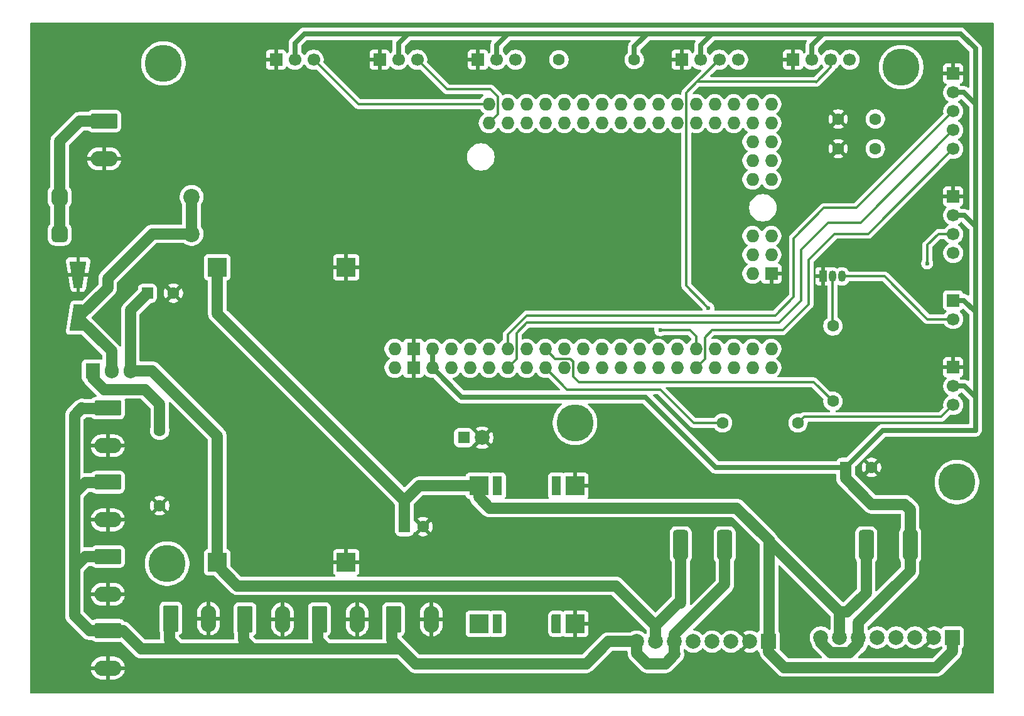
<source format=gbr>
%TF.GenerationSoftware,KiCad,Pcbnew,9.0.4*%
%TF.CreationDate,2025-12-08T23:22:33+01:00*%
%TF.ProjectId,van-obc,76616e2d-6f62-4632-9e6b-696361645f70,rev?*%
%TF.SameCoordinates,Original*%
%TF.FileFunction,Copper,L1,Top*%
%TF.FilePolarity,Positive*%
%FSLAX46Y46*%
G04 Gerber Fmt 4.6, Leading zero omitted, Abs format (unit mm)*
G04 Created by KiCad (PCBNEW 9.0.4) date 2025-12-08 23:22:33*
%MOMM*%
%LPD*%
G01*
G04 APERTURE LIST*
G04 Aperture macros list*
%AMRoundRect*
0 Rectangle with rounded corners*
0 $1 Rounding radius*
0 $2 $3 $4 $5 $6 $7 $8 $9 X,Y pos of 4 corners*
0 Add a 4 corners polygon primitive as box body*
4,1,4,$2,$3,$4,$5,$6,$7,$8,$9,$2,$3,0*
0 Add four circle primitives for the rounded corners*
1,1,$1+$1,$2,$3*
1,1,$1+$1,$4,$5*
1,1,$1+$1,$6,$7*
1,1,$1+$1,$8,$9*
0 Add four rect primitives between the rounded corners*
20,1,$1+$1,$2,$3,$4,$5,0*
20,1,$1+$1,$4,$5,$6,$7,0*
20,1,$1+$1,$6,$7,$8,$9,0*
20,1,$1+$1,$8,$9,$2,$3,0*%
%AMOutline4P*
0 Free polygon, 4 corners , with rotation*
0 The origin of the aperture is its center*
0 number of corners: always 4*
0 $1 to $8 corner X, Y*
0 $9 Rotation angle, in degrees counterclockwise*
0 create outline with 4 corners*
4,1,4,$1,$2,$3,$4,$5,$6,$7,$8,$1,$2,$9*%
G04 Aperture macros list end*
%TA.AperFunction,ComponentPad*%
%ADD10C,1.600000*%
%TD*%
%TA.AperFunction,ComponentPad*%
%ADD11RoundRect,0.249999X-0.790001X-1.550001X0.790001X-1.550001X0.790001X1.550001X-0.790001X1.550001X0*%
%TD*%
%TA.AperFunction,ComponentPad*%
%ADD12O,2.080000X3.600000*%
%TD*%
%TA.AperFunction,ComponentPad*%
%ADD13R,1.050000X1.500000*%
%TD*%
%TA.AperFunction,ComponentPad*%
%ADD14O,1.050000X1.500000*%
%TD*%
%TA.AperFunction,ComponentPad*%
%ADD15O,1.727200X1.727200*%
%TD*%
%TA.AperFunction,ComponentPad*%
%ADD16R,1.727200X1.727200*%
%TD*%
%TA.AperFunction,ComponentPad*%
%ADD17RoundRect,0.249999X-1.550001X0.790001X-1.550001X-0.790001X1.550001X-0.790001X1.550001X0.790001X0*%
%TD*%
%TA.AperFunction,ComponentPad*%
%ADD18O,3.600000X2.080000*%
%TD*%
%TA.AperFunction,ComponentPad*%
%ADD19R,1.700000X1.700000*%
%TD*%
%TA.AperFunction,ComponentPad*%
%ADD20C,1.700000*%
%TD*%
%TA.AperFunction,ComponentPad*%
%ADD21R,1.270000X2.540000*%
%TD*%
%TA.AperFunction,ComponentPad*%
%ADD22RoundRect,0.190500X-0.444500X1.079500X-0.444500X-1.079500X0.444500X-1.079500X0.444500X1.079500X0*%
%TD*%
%TA.AperFunction,ComponentPad*%
%ADD23R,2.540000X2.540000*%
%TD*%
%TA.AperFunction,ComponentPad*%
%ADD24RoundRect,0.250000X-0.550000X-0.550000X0.550000X-0.550000X0.550000X0.550000X-0.550000X0.550000X0*%
%TD*%
%TA.AperFunction,ComponentPad*%
%ADD25R,2.000000X2.000000*%
%TD*%
%TA.AperFunction,ComponentPad*%
%ADD26C,2.000000*%
%TD*%
%TA.AperFunction,ComponentPad*%
%ADD27R,1.905000X2.000000*%
%TD*%
%TA.AperFunction,ComponentPad*%
%ADD28O,1.905000X2.000000*%
%TD*%
%TA.AperFunction,SMDPad,CuDef*%
%ADD29RoundRect,0.408164X0.591836X1.591836X-0.591836X1.591836X-0.591836X-1.591836X0.591836X-1.591836X0*%
%TD*%
%TA.AperFunction,SMDPad,CuDef*%
%ADD30Outline4P,-1.800000X-1.150000X1.800000X-0.550000X1.800000X0.550000X-1.800000X1.150000X270.000000*%
%TD*%
%TA.AperFunction,SMDPad,CuDef*%
%ADD31Outline4P,-1.800000X-1.150000X1.800000X-0.550000X1.800000X0.550000X-1.800000X1.150000X90.000000*%
%TD*%
%TA.AperFunction,ComponentPad*%
%ADD32RoundRect,0.550000X-0.550000X-0.550000X0.550000X-0.550000X0.550000X0.550000X-0.550000X0.550000X0*%
%TD*%
%TA.AperFunction,ComponentPad*%
%ADD33C,2.200000*%
%TD*%
%TA.AperFunction,ViaPad*%
%ADD34C,5.000000*%
%TD*%
%TA.AperFunction,ViaPad*%
%ADD35C,0.600000*%
%TD*%
%TA.AperFunction,Conductor*%
%ADD36C,0.300000*%
%TD*%
%TA.AperFunction,Conductor*%
%ADD37C,0.700000*%
%TD*%
%TA.AperFunction,Conductor*%
%ADD38C,1.500000*%
%TD*%
%TA.AperFunction,Conductor*%
%ADD39C,0.200000*%
%TD*%
G04 APERTURE END LIST*
D10*
%TO.P,R6,1*%
%TO.N,/Display_And_UI/WS2812_DATA*%
X113420000Y-82000000D03*
%TO.P,R6,2*%
%TO.N,Net-(J4-Pin_3)*%
X123580000Y-82000000D03*
%TD*%
D11*
%TO.P,J14,1,Pin_1*%
%TO.N,/Power_Input/+12V*%
X39000000Y-108400000D03*
D12*
%TO.P,J14,2,Pin_2*%
%TO.N,/Display_And_UI/GND*%
X44080000Y-108400000D03*
%TD*%
D13*
%TO.P,Q2,1,E*%
%TO.N,/Display_And_UI/GND*%
X126951961Y-62221961D03*
D14*
%TO.P,Q2,2,B*%
%TO.N,Net-(Q2-B)*%
X128221961Y-62221961D03*
%TO.P,Q2,3,C*%
%TO.N,Net-(J3-Pin_2)*%
X129491961Y-62221961D03*
%TD*%
D11*
%TO.P,J15,1,Pin_1*%
%TO.N,/Power_Input/+12V*%
X49000000Y-108500000D03*
D12*
%TO.P,J15,2,Pin_2*%
%TO.N,/Display_And_UI/GND*%
X54080000Y-108500000D03*
%TD*%
D15*
%TO.P,A1,3V31,3.3V*%
%TO.N,unconnected-(A1-3.3V-Pad3V31)*%
X76800000Y-72020000D03*
%TO.P,A1,3V32,3.3V*%
%TO.N,unconnected-(A1-3.3V-Pad3V32)*%
X76800000Y-74560000D03*
%TO.P,A1,5V1,5V*%
%TO.N,/Display_And_UI/+5V*%
X74260000Y-72020000D03*
%TO.P,A1,5V2,SPI_5V*%
%TO.N,unconnected-(A1-SPI_5V-Pad5V2)*%
X119980000Y-56780000D03*
%TO.P,A1,5V3,5V*%
%TO.N,/Display_And_UI/+5V*%
X74260000Y-74560000D03*
%TO.P,A1,A0,A0*%
%TO.N,/MCU_Arduino_Mega/MQ2_AOUT*%
X81880000Y-39000000D03*
%TO.P,A1,A1,A1*%
%TO.N,/MCU_Arduino_Mega/MQ7_AOUT*%
X81880000Y-41540000D03*
%TO.P,A1,A2,A2*%
%TO.N,unconnected-(A1-PadA2)*%
X84420000Y-39000000D03*
%TO.P,A1,A3,A3*%
%TO.N,unconnected-(A1-PadA3)*%
X84420000Y-41540000D03*
%TO.P,A1,A4,A4*%
%TO.N,unconnected-(A1-PadA4)*%
X86960000Y-39000000D03*
%TO.P,A1,A5,A5*%
%TO.N,unconnected-(A1-PadA5)*%
X86960000Y-41540000D03*
%TO.P,A1,A6,A6*%
%TO.N,unconnected-(A1-PadA6)*%
X89500000Y-39000000D03*
%TO.P,A1,A7,A7*%
%TO.N,unconnected-(A1-PadA7)*%
X89500000Y-41540000D03*
%TO.P,A1,A8,A8*%
%TO.N,unconnected-(A1-PadA8)*%
X92040000Y-39000000D03*
%TO.P,A1,A9,A9*%
%TO.N,unconnected-(A1-PadA9)*%
X92040000Y-41540000D03*
%TO.P,A1,A10,A10*%
%TO.N,unconnected-(A1-PadA10)*%
X94580000Y-39000000D03*
%TO.P,A1,A11,A11*%
%TO.N,unconnected-(A1-PadA11)*%
X94580000Y-41540000D03*
%TO.P,A1,A12,A12*%
%TO.N,unconnected-(A1-PadA12)*%
X97120000Y-39000000D03*
%TO.P,A1,A13,A13*%
%TO.N,unconnected-(A1-PadA13)*%
X97120000Y-41540000D03*
%TO.P,A1,A14,A14*%
%TO.N,unconnected-(A1-PadA14)*%
X99660000Y-39000000D03*
%TO.P,A1,A15,A15*%
%TO.N,unconnected-(A1-PadA15)*%
X99660000Y-41540000D03*
%TO.P,A1,AREF,AREF*%
%TO.N,unconnected-(A1-PadAREF)*%
X79340000Y-72020000D03*
%TO.P,A1,D0,D0/RX0*%
%TO.N,unconnected-(A1-D0{slash}RX0-PadD0)*%
X81880000Y-72020000D03*
%TO.P,A1,D1,D1/TX0*%
%TO.N,unconnected-(A1-D1{slash}TX0-PadD1)*%
X81880000Y-74560000D03*
%TO.P,A1,D2,D2_INT0*%
%TO.N,/Display_And_UI/ENCODER_A*%
X84420000Y-72020000D03*
%TO.P,A1,D3,D3_INT1*%
%TO.N,/Display_And_UI/ENCODER_B*%
X84420000Y-74560000D03*
%TO.P,A1,D4,D4*%
%TO.N,unconnected-(A1-PadD4)*%
X86960000Y-72020000D03*
%TO.P,A1,D5,D5*%
%TO.N,unconnected-(A1-PadD5)*%
X86960000Y-74560000D03*
%TO.P,A1,D6,D6*%
%TO.N,/Display_And_UI/BUZZER_PWM*%
X89500000Y-72020000D03*
%TO.P,A1,D7,D7*%
%TO.N,/Display_And_UI/WS2812_DATA*%
X89500000Y-74560000D03*
%TO.P,A1,D8,D8*%
%TO.N,unconnected-(A1-PadD8)*%
X92040000Y-72020000D03*
%TO.P,A1,D9,D9*%
%TO.N,unconnected-(A1-PadD9)*%
X92040000Y-74560000D03*
%TO.P,A1,D10,D10*%
%TO.N,unconnected-(A1-PadD10)*%
X94580000Y-72020000D03*
%TO.P,A1,D11,D11*%
%TO.N,unconnected-(A1-PadD11)*%
X94580000Y-74560000D03*
%TO.P,A1,D12,D12*%
%TO.N,unconnected-(A1-PadD12)*%
X97120000Y-72020000D03*
%TO.P,A1,D13,D13*%
%TO.N,unconnected-(A1-PadD13)*%
X97120000Y-74560000D03*
%TO.P,A1,D14,D14/TX3*%
%TO.N,unconnected-(A1-D14{slash}TX3-PadD14)*%
X99660000Y-72020000D03*
%TO.P,A1,D15,D15/RX3*%
%TO.N,unconnected-(A1-D15{slash}RX3-PadD15)*%
X99660000Y-74560000D03*
%TO.P,A1,D16,D16/TX2*%
%TO.N,unconnected-(A1-D16{slash}TX2-PadD16)*%
X102200000Y-72020000D03*
%TO.P,A1,D17,D17/RX2*%
%TO.N,unconnected-(A1-D17{slash}RX2-PadD17)*%
X102200000Y-74560000D03*
%TO.P,A1,D18,D18/TX1*%
%TO.N,unconnected-(A1-D18{slash}TX1-PadD18)*%
X104740000Y-72020000D03*
%TO.P,A1,D19,D19/RX1*%
%TO.N,unconnected-(A1-D19{slash}RX1-PadD19)*%
X104740000Y-74560000D03*
%TO.P,A1,D20,D20/SDA*%
%TO.N,/Display_And_UI/I2C_SDA*%
X107280000Y-72020000D03*
%TO.P,A1,D21,D21/SCL*%
%TO.N,/Display_And_UI/I2C_SCL*%
X107280000Y-74560000D03*
%TO.P,A1,D22,D22*%
%TO.N,/MCU_Arduino_Mega/DS18B20_DATA*%
X109820000Y-72020000D03*
%TO.P,A1,D23,D23*%
%TO.N,/Display_And_UI/ENCODER_SW*%
X109820000Y-74560000D03*
%TO.P,A1,D24,D24*%
%TO.N,unconnected-(A1-PadD24)*%
X112360000Y-72020000D03*
%TO.P,A1,D25,D25*%
%TO.N,unconnected-(A1-PadD25)*%
X112360000Y-74560000D03*
%TO.P,A1,D26,D26*%
%TO.N,unconnected-(A1-PadD26)*%
X114900000Y-72020000D03*
%TO.P,A1,D27,D27*%
%TO.N,unconnected-(A1-PadD27)*%
X114900000Y-74560000D03*
%TO.P,A1,D28,D28*%
%TO.N,unconnected-(A1-PadD28)*%
X117440000Y-72020000D03*
%TO.P,A1,D29,D29*%
%TO.N,unconnected-(A1-PadD29)*%
X117440000Y-74560000D03*
%TO.P,A1,D30,D30*%
%TO.N,unconnected-(A1-PadD30)*%
X119980000Y-72020000D03*
%TO.P,A1,D31,D31*%
%TO.N,unconnected-(A1-PadD31)*%
X119980000Y-74560000D03*
%TO.P,A1,D32,D32*%
%TO.N,unconnected-(A1-PadD32)*%
X102200000Y-39000000D03*
%TO.P,A1,D33,D33*%
%TO.N,unconnected-(A1-PadD33)*%
X102200000Y-41540000D03*
%TO.P,A1,D34,D34*%
%TO.N,unconnected-(A1-PadD34)*%
X104740000Y-39000000D03*
%TO.P,A1,D35,D35*%
%TO.N,unconnected-(A1-PadD35)*%
X104740000Y-41540000D03*
%TO.P,A1,D36,D36*%
%TO.N,unconnected-(A1-PadD36)*%
X107280000Y-39000000D03*
%TO.P,A1,D37,D37*%
%TO.N,unconnected-(A1-PadD37)*%
X107280000Y-41540000D03*
%TO.P,A1,D38,D38*%
%TO.N,unconnected-(A1-PadD38)*%
X109820000Y-39000000D03*
%TO.P,A1,D39,D39*%
%TO.N,unconnected-(A1-PadD39)*%
X109820000Y-41540000D03*
%TO.P,A1,D40,D40*%
%TO.N,unconnected-(A1-PadD40)*%
X112360000Y-39000000D03*
%TO.P,A1,D41,D41*%
%TO.N,unconnected-(A1-PadD41)*%
X112360000Y-41540000D03*
%TO.P,A1,D42,D42*%
%TO.N,unconnected-(A1-PadD42)*%
X114900000Y-39000000D03*
%TO.P,A1,D43,D43*%
%TO.N,unconnected-(A1-PadD43)*%
X114900000Y-41540000D03*
%TO.P,A1,D44,D44*%
%TO.N,unconnected-(A1-PadD44)*%
X117440000Y-39000000D03*
%TO.P,A1,D45,D45*%
%TO.N,unconnected-(A1-PadD45)*%
X117440000Y-41540000D03*
%TO.P,A1,D46,D46*%
%TO.N,unconnected-(A1-PadD46)*%
X119980000Y-39000000D03*
%TO.P,A1,D47,D47*%
%TO.N,unconnected-(A1-PadD47)*%
X119980000Y-41540000D03*
%TO.P,A1,D48,D48*%
%TO.N,unconnected-(A1-PadD48)*%
X119980000Y-44080000D03*
%TO.P,A1,D49,D49*%
%TO.N,unconnected-(A1-PadD49)*%
X117440000Y-44080000D03*
%TO.P,A1,D50,D50_MISO*%
%TO.N,unconnected-(A1-D50_MISO-PadD50)*%
X119980000Y-46620000D03*
%TO.P,A1,D51,D51_MOSI*%
%TO.N,unconnected-(A1-D51_MOSI-PadD51)*%
X117440000Y-46620000D03*
%TO.P,A1,D52,D52_SCK*%
%TO.N,unconnected-(A1-D52_SCK-PadD52)*%
X119980000Y-49160000D03*
%TO.P,A1,D53,D53_CS*%
%TO.N,unconnected-(A1-D53_CS-PadD53)*%
X117440000Y-49160000D03*
D16*
%TO.P,A1,GND1,GND*%
%TO.N,/Display_And_UI/GND*%
X71720000Y-72020000D03*
%TO.P,A1,GND2,GND*%
X71720000Y-74560000D03*
%TO.P,A1,GND4,SPI_GND*%
X119980000Y-61860000D03*
D15*
%TO.P,A1,MISO,SPI_MISO*%
%TO.N,unconnected-(A1-SPI_MISO-PadMISO)*%
X117440000Y-56780000D03*
%TO.P,A1,MOSI,SPI_MOSI*%
%TO.N,unconnected-(A1-SPI_MOSI-PadMOSI)*%
X119980000Y-59320000D03*
%TO.P,A1,RST1,RESET*%
%TO.N,unconnected-(A1-RESET-PadRST1)*%
X79340000Y-74560000D03*
%TO.P,A1,RST2,SPI_RESET*%
%TO.N,unconnected-(A1-SPI_RESET-PadRST2)*%
X117440000Y-61860000D03*
%TO.P,A1,SCK,SPI_SCK*%
%TO.N,unconnected-(A1-SPI_SCK-PadSCK)*%
X117440000Y-59320000D03*
%TO.P,A1,VIN1,VIN*%
%TO.N,unconnected-(A1-VIN-PadVIN1)*%
X69180000Y-72020000D03*
%TO.P,A1,VIN2,VIN*%
%TO.N,unconnected-(A1-VIN-PadVIN2)*%
X69180000Y-74560000D03*
%TD*%
D17*
%TO.P,J11,1,Pin_1*%
%TO.N,/Power_Input/+12V*%
X30500000Y-90000000D03*
D18*
%TO.P,J11,2,Pin_2*%
%TO.N,/Display_And_UI/GND*%
X30500000Y-95080000D03*
%TD*%
D19*
%TO.P,J2,1,Pin_1*%
%TO.N,/Display_And_UI/GND*%
X144500000Y-34880000D03*
D20*
%TO.P,J2,2,Pin_2*%
%TO.N,/Display_And_UI/+5V*%
X144500000Y-37420000D03*
%TO.P,J2,3,Pin_3*%
%TO.N,/Display_And_UI/ENCODER_A*%
X144500000Y-39960000D03*
%TO.P,J2,4,Pin_4*%
%TO.N,/Display_And_UI/ENCODER_B*%
X144500000Y-42500000D03*
%TO.P,J2,5,Pin_5*%
%TO.N,/Display_And_UI/ENCODER_SW*%
X144500000Y-45040000D03*
%TD*%
D21*
%TO.P,U2,0*%
%TO.N,N/C*%
X91000000Y-90500000D03*
X83040000Y-90500000D03*
D22*
X91000000Y-109100000D03*
D21*
X83040000Y-109100000D03*
D23*
%TO.P,U2,1,-VIN*%
%TO.N,/Display_And_UI/GND*%
X93540000Y-90500000D03*
%TO.P,U2,2,+VIN*%
%TO.N,/Power_Input/+5V_PROT*%
X80540000Y-90500000D03*
%TO.P,U2,3,-VOUT*%
%TO.N,/Display_And_UI/GND*%
X93540000Y-109100000D03*
%TO.P,U2,4,+VOUT*%
%TO.N,/Power_Input/+3V3*%
X80540000Y-109100000D03*
%TD*%
D24*
%TO.P,C1,1*%
%TO.N,/Power_Input/+12V_PROT*%
X35847349Y-64500000D03*
D10*
%TO.P,C1,2*%
%TO.N,/Display_And_UI/GND*%
X39347349Y-64500000D03*
%TD*%
D17*
%TO.P,J10,1,Pin_1*%
%TO.N,/Power_Input/+12V*%
X30500000Y-80000000D03*
D18*
%TO.P,J10,2,Pin_2*%
%TO.N,/Display_And_UI/GND*%
X30500000Y-85080000D03*
%TD*%
D25*
%TO.P,u3,1,VCC*%
%TO.N,/Power_Input/+5V_PROT*%
X119620000Y-111500000D03*
D26*
%TO.P,u3,2,GND*%
%TO.N,/Display_And_UI/GND*%
X117080000Y-111500000D03*
%TO.P,u3,3,SDA*%
%TO.N,/Display_And_UI/I2C_SDA*%
X114540000Y-111500000D03*
%TO.P,u3,4,SCL*%
%TO.N,/Display_And_UI/I2C_SCL*%
X112000000Y-111500000D03*
%TO.P,u3,5,ALERT*%
%TO.N,unconnected-(u3-ALERT-Pad5)*%
X109460000Y-111500000D03*
%TO.P,u3,6,VBUS*%
%TO.N,/Power_Input/+12V*%
X106920000Y-111500000D03*
%TO.P,u3,7,IN-*%
%TO.N,/Power_Input/+12V_PROT*%
X104380000Y-111500000D03*
%TO.P,u3,8,IN+*%
%TO.N,/Power_Input/+12V*%
X101840000Y-111500000D03*
%TD*%
D27*
%TO.P,Q1,1,G*%
%TO.N,Net-(Q1-G)*%
X28460000Y-74950000D03*
D28*
%TO.P,Q1,2,D*%
%TO.N,/Power_Input/+12V_FUSED*%
X31000000Y-74950000D03*
%TO.P,Q1,3,S*%
%TO.N,/Power_Input/+12V_PROT*%
X33540000Y-74950000D03*
%TD*%
D10*
%TO.P,C4,1*%
%TO.N,/Display_And_UI/GND*%
X129000000Y-45000000D03*
%TO.P,C4,2*%
%TO.N,/Display_And_UI/ENCODER_B*%
X134000000Y-45000000D03*
%TD*%
D19*
%TO.P,J9,1,Pin_1*%
%TO.N,/Display_And_UI/GND*%
X80420000Y-33000000D03*
D20*
%TO.P,J9,2,Pin_2*%
%TO.N,/Display_And_UI/+5V*%
X82960000Y-33000000D03*
%TO.P,J9,3,Pin_3*%
%TO.N,/MCU_Arduino_Mega/DS18B20_DATA*%
X85500000Y-33000000D03*
%TD*%
D17*
%TO.P,J13,1,Pin_1*%
%TO.N,/Power_Input/+12V*%
X30500000Y-110000000D03*
D18*
%TO.P,J13,2,Pin_2*%
%TO.N,/Display_And_UI/GND*%
X30500000Y-115080000D03*
%TD*%
D10*
%TO.P,R1,1*%
%TO.N,Net-(Q1-G)*%
X37500000Y-83000000D03*
%TO.P,R1,2*%
%TO.N,/Display_And_UI/GND*%
X37500000Y-93160000D03*
%TD*%
D23*
%TO.P,U1,1,-VIN*%
%TO.N,/Display_And_UI/GND*%
X62650000Y-100800000D03*
%TO.P,U1,2,+VIN*%
%TO.N,/Power_Input/+12V_PROT*%
X45250000Y-100800000D03*
%TO.P,U1,3,-VOUT*%
%TO.N,/Display_And_UI/GND*%
X62650000Y-61000000D03*
%TO.P,U1,4,+VOUT*%
%TO.N,/Power_Input/+5V_PROT*%
X45250000Y-61000000D03*
%TD*%
D19*
%TO.P,J7,1,Pin_1*%
%TO.N,/Display_And_UI/GND*%
X53190000Y-33000000D03*
D20*
%TO.P,J7,2,Pin_2*%
%TO.N,/Display_And_UI/+5V*%
X55730000Y-33000000D03*
%TO.P,J7,3,Pin_3*%
%TO.N,/MCU_Arduino_Mega/MQ2_AOUT*%
X58270000Y-33000000D03*
%TD*%
D11*
%TO.P,J16,1,Pin_1*%
%TO.N,/Power_Input/+12V*%
X59040000Y-108500000D03*
D12*
%TO.P,J16,2,Pin_2*%
%TO.N,/Display_And_UI/GND*%
X64120000Y-108500000D03*
%TD*%
D17*
%TO.P,J12,1,Pin_1*%
%TO.N,/Power_Input/+12V*%
X30500000Y-100040000D03*
D18*
%TO.P,J12,2,Pin_2*%
%TO.N,/Display_And_UI/GND*%
X30500000Y-105120000D03*
%TD*%
D10*
%TO.P,R5,1*%
%TO.N,/Display_And_UI/BUZZER_PWM*%
X128278039Y-79088039D03*
%TO.P,R5,2*%
%TO.N,Net-(Q2-B)*%
X128278039Y-68928039D03*
%TD*%
%TO.P,R4,1*%
%TO.N,/MCU_Arduino_Mega/DS18B20_DATA*%
X91340000Y-33000000D03*
%TO.P,R4,2*%
%TO.N,/Display_And_UI/+5V*%
X101500000Y-33000000D03*
%TD*%
D19*
%TO.P,J1,1,Pin_1*%
%TO.N,/Display_And_UI/GND*%
X144500000Y-51460000D03*
D20*
%TO.P,J1,2,Pin_2*%
%TO.N,/Display_And_UI/+5V*%
X144500000Y-54000000D03*
%TO.P,J1,3,Pin_3*%
%TO.N,/Display_And_UI/I2C_SDA*%
X144500000Y-56540000D03*
%TO.P,J1,4,Pin_4*%
%TO.N,/Display_And_UI/I2C_SCL*%
X144500000Y-59080000D03*
%TD*%
D19*
%TO.P,J8,1,Pin_1*%
%TO.N,/Display_And_UI/GND*%
X67150000Y-33000000D03*
D20*
%TO.P,J8,2,Pin_2*%
%TO.N,/Display_And_UI/+5V*%
X69690000Y-33000000D03*
%TO.P,J8,3,Pin_3*%
%TO.N,/MCU_Arduino_Mega/MQ7_AOUT*%
X72230000Y-33000000D03*
%TD*%
D24*
%TO.P,C6,1*%
%TO.N,/Display_And_UI/+5V*%
X130000000Y-88000000D03*
D10*
%TO.P,C6,2*%
%TO.N,/Display_And_UI/GND*%
X133500000Y-88000000D03*
%TD*%
%TO.P,C5,1*%
%TO.N,/Display_And_UI/GND*%
X129000000Y-41000000D03*
%TO.P,C5,2*%
%TO.N,/Display_And_UI/ENCODER_A*%
X134000000Y-41000000D03*
%TD*%
D11*
%TO.P,J17,1,Pin_1*%
%TO.N,/Power_Input/+12V*%
X69040000Y-108500000D03*
D12*
%TO.P,J17,2,Pin_2*%
%TO.N,/Display_And_UI/GND*%
X74120000Y-108500000D03*
%TD*%
D29*
%TO.P,R2,1*%
%TO.N,/Power_Input/+12V*%
X113692500Y-98460000D03*
%TO.P,R2,2*%
%TO.N,/Power_Input/+12V_PROT*%
X107767500Y-98460000D03*
%TD*%
D19*
%TO.P,J6,1,Pin_1*%
%TO.N,/Display_And_UI/GND*%
X122920000Y-33000000D03*
D20*
%TO.P,J6,2,Pin_2*%
%TO.N,/Display_And_UI/+5V*%
X125460000Y-33000000D03*
%TO.P,J6,3,Pin_3*%
%TO.N,/Display_And_UI/I2C_SDA*%
X128000000Y-33000000D03*
%TO.P,J6,4,Pin_4*%
%TO.N,/Display_And_UI/I2C_SCL*%
X130540000Y-33000000D03*
%TD*%
D30*
%TO.P,D1,1,A1*%
%TO.N,/Display_And_UI/GND*%
X26500000Y-62000000D03*
D31*
%TO.P,D1,2,A2*%
%TO.N,/Power_Input/+12V_FUSED*%
X26500000Y-67800000D03*
%TD*%
D24*
%TO.P,C2,1*%
%TO.N,/Power_Input/+3V3*%
X78500000Y-84000000D03*
D26*
%TO.P,C2,2*%
%TO.N,/Display_And_UI/GND*%
X81000000Y-84000000D03*
%TD*%
D19*
%TO.P,J5,1,Pin_1*%
%TO.N,/Display_And_UI/GND*%
X107880000Y-33000000D03*
D20*
%TO.P,J5,2,Pin_2*%
%TO.N,/Display_And_UI/+5V*%
X110420000Y-33000000D03*
%TO.P,J5,3,Pin_3*%
%TO.N,/Display_And_UI/I2C_SDA*%
X112960000Y-33000000D03*
%TO.P,J5,4,Pin_4*%
%TO.N,/Display_And_UI/I2C_SCL*%
X115500000Y-33000000D03*
%TD*%
D19*
%TO.P,J3,1,Pin_1*%
%TO.N,/Display_And_UI/+5V*%
X144500000Y-65460000D03*
D20*
%TO.P,J3,2,Pin_2*%
%TO.N,Net-(J3-Pin_2)*%
X144500000Y-68000000D03*
%TD*%
D25*
%TO.P,u4,1,VCC*%
%TO.N,/Power_Input/+5V_PROT*%
X144430000Y-110960000D03*
D26*
%TO.P,u4,2,GND*%
%TO.N,/Display_And_UI/GND*%
X141890000Y-110960000D03*
%TO.P,u4,3,SDA*%
%TO.N,/Display_And_UI/I2C_SDA*%
X139350000Y-110960000D03*
%TO.P,u4,4,SCL*%
%TO.N,/Display_And_UI/I2C_SCL*%
X136810000Y-110960000D03*
%TO.P,u4,5,ALERT*%
%TO.N,unconnected-(u4-ALERT-Pad5)*%
X134270000Y-110960000D03*
%TO.P,u4,6,VBUS*%
%TO.N,/Display_And_UI/+5V*%
X131730000Y-110960000D03*
%TO.P,u4,7,IN-*%
%TO.N,/Power_Input/+5V_PROT*%
X129190000Y-110960000D03*
%TO.P,u4,8,IN+*%
%TO.N,/Display_And_UI/+5V*%
X126650000Y-110960000D03*
%TD*%
D17*
%TO.P,J_11,1,Pin_1*%
%TO.N,/Power_Input/+12V_RAW*%
X30000000Y-41290000D03*
D18*
%TO.P,J_11,2,Pin_2*%
%TO.N,/Display_And_UI/GND*%
X30000000Y-46370000D03*
%TD*%
D32*
%TO.P,F1,1*%
%TO.N,/Power_Input/+12V_RAW*%
X24000000Y-51500000D03*
X24000000Y-56500000D03*
D33*
%TO.P,F1,2*%
%TO.N,/Power_Input/+12V_FUSED*%
X41800000Y-51500000D03*
X41800000Y-56500000D03*
%TD*%
D29*
%TO.P,R3,1*%
%TO.N,/Display_And_UI/+5V*%
X138692500Y-98460000D03*
%TO.P,R3,2*%
%TO.N,/Power_Input/+5V_PROT*%
X132767500Y-98460000D03*
%TD*%
D19*
%TO.P,J4,1,Pin_1*%
%TO.N,/Display_And_UI/GND*%
X144500000Y-74500000D03*
D20*
%TO.P,J4,2,Pin_2*%
%TO.N,/Display_And_UI/+5V*%
X144500000Y-77040000D03*
%TO.P,J4,3,Pin_3*%
%TO.N,Net-(J4-Pin_3)*%
X144500000Y-79580000D03*
%TD*%
D24*
%TO.P,C3,1*%
%TO.N,/Power_Input/+5V_PROT*%
X70500000Y-96000000D03*
D10*
%TO.P,C3,2*%
%TO.N,/Display_And_UI/GND*%
X73000000Y-96000000D03*
%TD*%
D34*
%TO.N,*%
X93500000Y-82000000D03*
X145000000Y-90000000D03*
X38000000Y-33500000D03*
X38500000Y-101000000D03*
X137500000Y-34000000D03*
D35*
%TO.N,/Display_And_UI/GND*%
X93000000Y-69500000D03*
X84500000Y-77000000D03*
X138500000Y-113500000D03*
X120000000Y-78000000D03*
X123000000Y-105500000D03*
X122500000Y-85500000D03*
X123000000Y-111500000D03*
X101000000Y-54000000D03*
%TO.N,/Display_And_UI/I2C_SDA*%
X141000000Y-60500000D03*
X111500000Y-66500000D03*
%TO.N,/MCU_Arduino_Mega/DS18B20_DATA*%
X105000000Y-69500000D03*
%TD*%
D36*
%TO.N,/Display_And_UI/WS2812_DATA*%
X92440000Y-77500000D02*
X105000000Y-77500000D01*
X89500000Y-74560000D02*
X92440000Y-77500000D01*
X105000000Y-77500000D02*
X109500000Y-82000000D01*
X109500000Y-82000000D02*
X113420000Y-82000000D01*
D37*
%TO.N,/Display_And_UI/+5V*%
X145500000Y-29500000D02*
X127000000Y-29500000D01*
X147500000Y-39000000D02*
X147500000Y-31500000D01*
D38*
X138692500Y-98460000D02*
X138692500Y-93692500D01*
X128000000Y-113000000D02*
X126650000Y-111650000D01*
D37*
X147500000Y-78500000D02*
X147500000Y-79000000D01*
X74260000Y-74560000D02*
X74260000Y-72020000D01*
X147500000Y-77500000D02*
X147500000Y-67000000D01*
X145960000Y-65460000D02*
X147500000Y-67000000D01*
X69690000Y-30810000D02*
X69690000Y-33000000D01*
D39*
X126650000Y-110960000D02*
X126730000Y-111040000D01*
D37*
X55730000Y-30770000D02*
X55730000Y-33000000D01*
X112000000Y-29500000D02*
X110420000Y-31080000D01*
X78200000Y-78500000D02*
X74260000Y-74560000D01*
X130000000Y-88000000D02*
X112500000Y-88000000D01*
X147500000Y-52000000D02*
X147500000Y-39000000D01*
X71000000Y-29500000D02*
X69690000Y-30810000D01*
X57000000Y-29500000D02*
X55730000Y-30770000D01*
X125460000Y-31020000D02*
X125460000Y-32980000D01*
D38*
X130500000Y-113000000D02*
X128000000Y-113000000D01*
D37*
X103000000Y-78500000D02*
X78200000Y-78500000D01*
X112250000Y-29500000D02*
X103250000Y-29500000D01*
D38*
X138692500Y-101997500D02*
X138692500Y-98460000D01*
D37*
X147500000Y-67000000D02*
X147500000Y-64500000D01*
X147500000Y-77500000D02*
X147500000Y-79000000D01*
D38*
X133500000Y-93000000D02*
X130000000Y-89500000D01*
X131730000Y-111770000D02*
X130500000Y-113000000D01*
X131730000Y-110960000D02*
X131730000Y-111770000D01*
D37*
X144500000Y-77040000D02*
X146040000Y-77040000D01*
D38*
X131730000Y-108960000D02*
X131730000Y-110960000D01*
D37*
X146040000Y-77040000D02*
X147500000Y-78500000D01*
D38*
X138692500Y-101997500D02*
X131730000Y-108960000D01*
D37*
X147500000Y-79000000D02*
X147500000Y-83000000D01*
X112500000Y-88000000D02*
X103000000Y-78500000D01*
X103250000Y-29500000D02*
X102750000Y-29500000D01*
X84500000Y-29500000D02*
X71000000Y-29500000D01*
D38*
X138000000Y-93000000D02*
X133500000Y-93000000D01*
D37*
X147500000Y-31500000D02*
X145500000Y-29500000D01*
X101500000Y-31250000D02*
X103250000Y-29500000D01*
X101500000Y-33000000D02*
X101500000Y-31250000D01*
X102500000Y-29500000D02*
X100500000Y-29500000D01*
X82960000Y-31040000D02*
X84500000Y-29500000D01*
X127000000Y-29480000D02*
X125460000Y-31020000D01*
X127000000Y-29500000D02*
X112000000Y-29500000D01*
X145920000Y-37420000D02*
X147500000Y-39000000D01*
D38*
X126650000Y-111650000D02*
X126650000Y-110960000D01*
D37*
X135000000Y-83000000D02*
X130000000Y-88000000D01*
X147500000Y-83000000D02*
X135000000Y-83000000D01*
X146000000Y-54000000D02*
X147500000Y-55500000D01*
X71000000Y-29500000D02*
X57000000Y-29500000D01*
D38*
X138692500Y-93692500D02*
X138000000Y-93000000D01*
D37*
X110420000Y-31080000D02*
X110420000Y-33000000D01*
X144500000Y-37420000D02*
X145920000Y-37420000D01*
D38*
X130000000Y-89500000D02*
X130000000Y-88000000D01*
D37*
X147500000Y-64500000D02*
X147500000Y-55500000D01*
X144500000Y-65460000D02*
X145960000Y-65460000D01*
X147500000Y-55500000D02*
X147500000Y-52000000D01*
X100500000Y-29500000D02*
X84500000Y-29500000D01*
X82960000Y-33000000D02*
X82960000Y-31040000D01*
X144500000Y-54000000D02*
X146000000Y-54000000D01*
D36*
%TO.N,/Display_And_UI/I2C_SDA*%
X108500000Y-63500000D02*
X108500000Y-37460000D01*
X125980000Y-35980000D02*
X109980000Y-35980000D01*
X141000000Y-58000000D02*
X142500000Y-56500000D01*
X126000000Y-36000000D02*
X125980000Y-35980000D01*
X142540000Y-56540000D02*
X144500000Y-56540000D01*
X108500000Y-37460000D02*
X109980000Y-35980000D01*
X111500000Y-66500000D02*
X108500000Y-63500000D01*
X141000000Y-60500000D02*
X141000000Y-58000000D01*
X128000000Y-33000000D02*
X128000000Y-34000000D01*
X128000000Y-34000000D02*
X126000000Y-36000000D01*
X109980000Y-35980000D02*
X112960000Y-33000000D01*
X142500000Y-56500000D02*
X142540000Y-56540000D01*
%TO.N,/MCU_Arduino_Mega/DS18B20_DATA*%
X109820000Y-72020000D02*
X109820000Y-70320000D01*
X109500000Y-70000000D02*
X109000000Y-69500000D01*
X109820000Y-70320000D02*
X109500000Y-70000000D01*
X109000000Y-69500000D02*
X105000000Y-69500000D01*
%TO.N,/Display_And_UI/ENCODER_A*%
X123000000Y-65000000D02*
X123000000Y-57080000D01*
X87000000Y-67500000D02*
X120500000Y-67500000D01*
X84420000Y-72020000D02*
X84420000Y-70080000D01*
X84420000Y-70080000D02*
X87000000Y-67500000D01*
X120500000Y-67500000D02*
X123000000Y-65000000D01*
X123000000Y-57080000D02*
X127080000Y-53000000D01*
X131460000Y-53000000D02*
X144500000Y-39960000D01*
X127080000Y-53000000D02*
X131460000Y-53000000D01*
%TO.N,/Display_And_UI/BUZZER_PWM*%
X125690000Y-76500000D02*
X128278039Y-79088039D01*
X89500000Y-72020000D02*
X89520000Y-72020000D01*
X89520000Y-72020000D02*
X90845400Y-73345400D01*
X90845400Y-73345400D02*
X92845400Y-73345400D01*
X92845400Y-73345400D02*
X93254600Y-73754600D01*
X94000000Y-76500000D02*
X125690000Y-76500000D01*
X93254600Y-73754600D02*
X93254600Y-75754600D01*
X93254600Y-75754600D02*
X94000000Y-76500000D01*
%TO.N,/Display_And_UI/ENCODER_B*%
X121000000Y-68500000D02*
X124000000Y-65500000D01*
X85634600Y-69865400D02*
X87000000Y-68500000D01*
X132000000Y-55000000D02*
X144500000Y-42500000D01*
X127620000Y-55000000D02*
X132000000Y-55000000D01*
X85634600Y-73345400D02*
X85634600Y-69865400D01*
X84420000Y-74560000D02*
X85634600Y-73345400D01*
X124000000Y-58620000D02*
X127620000Y-55000000D01*
X124000000Y-65500000D02*
X124000000Y-58620000D01*
X87000000Y-68500000D02*
X121000000Y-68500000D01*
%TO.N,/Display_And_UI/ENCODER_SW*%
X111034600Y-70465400D02*
X112000000Y-69500000D01*
X112000000Y-69500000D02*
X121500000Y-69500000D01*
X125000000Y-66000000D02*
X125000000Y-60000000D01*
X128500000Y-56500000D02*
X133040000Y-56500000D01*
X133040000Y-56500000D02*
X144500000Y-45040000D01*
X111034600Y-70500000D02*
X111034600Y-70465400D01*
X111034600Y-73345400D02*
X111034600Y-70500000D01*
X109820000Y-74560000D02*
X111034600Y-73345400D01*
X121500000Y-69500000D02*
X125000000Y-66000000D01*
X125000000Y-60000000D02*
X128500000Y-56500000D01*
%TO.N,/MCU_Arduino_Mega/MQ7_AOUT*%
X72230000Y-33000000D02*
X76230000Y-37000000D01*
X76230000Y-37000000D02*
X77000000Y-37000000D01*
X82094600Y-37000000D02*
X77000000Y-37000000D01*
X83094600Y-38000000D02*
X82094600Y-37000000D01*
X83094600Y-38000000D02*
X83094600Y-40325400D01*
X83094600Y-40325400D02*
X81880000Y-41540000D01*
D37*
%TO.N,/MCU_Arduino_Mega/MQ2_AOUT*%
X81880000Y-39000000D02*
X82000000Y-39000000D01*
D36*
X64270000Y-39000000D02*
X81880000Y-39000000D01*
X58270000Y-33000000D02*
X64270000Y-39000000D01*
D38*
%TO.N,/Power_Input/+12V_PROT*%
X36450000Y-74950000D02*
X45250000Y-83750000D01*
X45250000Y-83750000D02*
X45250000Y-100800000D01*
X45250000Y-100800000D02*
X45250000Y-101250000D01*
X104380000Y-111500000D02*
X104380000Y-109380000D01*
X33540000Y-74950000D02*
X36450000Y-74950000D01*
X33540000Y-66807349D02*
X35847349Y-64500000D01*
X33540000Y-74950000D02*
X33540000Y-66807349D01*
X99000000Y-104000000D02*
X104380000Y-109380000D01*
D39*
X104440000Y-110960000D02*
X104480000Y-110960000D01*
D38*
X107767500Y-106342500D02*
X107417500Y-106342500D01*
X48000000Y-104000000D02*
X99000000Y-104000000D01*
X107767500Y-106342500D02*
X107767500Y-98460000D01*
X45250000Y-101250000D02*
X48000000Y-104000000D01*
X107417500Y-106342500D02*
X104380000Y-109380000D01*
%TO.N,/Power_Input/+12V_FUSED*%
X36500000Y-56500000D02*
X30500000Y-62500000D01*
X30500000Y-62500000D02*
X30500000Y-63800000D01*
X41800000Y-56500000D02*
X36500000Y-56500000D01*
X31000000Y-72300000D02*
X31000000Y-74950000D01*
X26500000Y-67800000D02*
X31000000Y-72300000D01*
X41800000Y-51500000D02*
X41800000Y-56500000D01*
X30500000Y-63800000D02*
X26500000Y-67800000D01*
%TO.N,/Power_Input/+12V_RAW*%
X30100000Y-41290000D02*
X26710000Y-41290000D01*
X24000000Y-44000000D02*
X24000000Y-51500000D01*
X26710000Y-41290000D02*
X24000000Y-44000000D01*
X24000000Y-51500000D02*
X24000000Y-56500000D01*
D36*
%TO.N,Net-(J3-Pin_2)*%
X135221961Y-62221961D02*
X141000000Y-68000000D01*
X129491961Y-62221961D02*
X135221961Y-62221961D01*
X141000000Y-68000000D02*
X144500000Y-68000000D01*
%TO.N,Net-(J4-Pin_3)*%
X124379999Y-81200001D02*
X142879999Y-81200001D01*
X123580000Y-82000000D02*
X124379999Y-81200001D01*
X142879999Y-81200001D02*
X144500000Y-79580000D01*
D38*
%TO.N,Net-(Q1-G)*%
X28460000Y-74950000D02*
X28460000Y-75960000D01*
X37500000Y-79500000D02*
X37500000Y-83000000D01*
X35500000Y-77500000D02*
X37500000Y-79500000D01*
X28460000Y-75960000D02*
X30000000Y-77500000D01*
X30000000Y-77500000D02*
X35500000Y-77500000D01*
D36*
%TO.N,Net-(Q2-B)*%
X128221961Y-68871961D02*
X128278039Y-68928039D01*
X128221961Y-62221961D02*
X128221961Y-68871961D01*
D38*
%TO.N,/Power_Input/+5V_PROT*%
X129190000Y-110960000D02*
X129190000Y-107520000D01*
X132767500Y-104922500D02*
X132767500Y-98460000D01*
X129190000Y-107520000D02*
X130170000Y-107520000D01*
X80540000Y-92040000D02*
X82000000Y-93500000D01*
X45250000Y-61000000D02*
X45250000Y-67250000D01*
X119680000Y-98010000D02*
X119680000Y-110960000D01*
X80540000Y-90500000D02*
X80540000Y-92040000D01*
X70500000Y-96000000D02*
X70500000Y-92500000D01*
X45250000Y-67250000D02*
X70500000Y-92500000D01*
X72500000Y-90500000D02*
X80540000Y-90500000D01*
D39*
X120480000Y-110960000D02*
X119680000Y-110960000D01*
D38*
X119730000Y-97960000D02*
X119680000Y-98010000D01*
X119680000Y-98010000D02*
X129190000Y-107520000D01*
X119620000Y-111500000D02*
X119620000Y-112890000D01*
X121730000Y-115000000D02*
X142230000Y-115000000D01*
X144430000Y-112800000D02*
X142230000Y-115000000D01*
X119620000Y-112890000D02*
X121730000Y-115000000D01*
X144430000Y-110960000D02*
X144430000Y-112800000D01*
X115270000Y-93500000D02*
X119730000Y-97960000D01*
X70500000Y-92500000D02*
X72500000Y-90500000D01*
X82000000Y-93500000D02*
X115270000Y-93500000D01*
X130170000Y-107520000D02*
X132767500Y-104922500D01*
%TO.N,/Power_Input/+12V*%
X35000000Y-112500000D02*
X32540000Y-110040000D01*
X30500000Y-90040000D02*
X27460000Y-90040000D01*
X40000000Y-112500000D02*
X35000000Y-112500000D01*
X68790000Y-111290000D02*
X70000000Y-112500000D01*
X27460000Y-100040000D02*
X26000000Y-101500000D01*
X32540000Y-110040000D02*
X30500000Y-110040000D01*
X72000000Y-114500000D02*
X70000000Y-112500000D01*
X106920000Y-111500000D02*
X106920000Y-113150000D01*
X38790000Y-111290000D02*
X40000000Y-112500000D01*
X48790000Y-108400000D02*
X48790000Y-111290000D01*
D39*
X101900000Y-110960000D02*
X101980000Y-110960000D01*
D38*
X101840000Y-113070000D02*
X101840000Y-111500000D01*
X26000000Y-108000000D02*
X26000000Y-101500000D01*
X30500000Y-110040000D02*
X28040000Y-110040000D01*
X27000000Y-80000000D02*
X27040000Y-80040000D01*
X95000000Y-114500000D02*
X72000000Y-114500000D01*
X106980000Y-113210000D02*
X105690000Y-114500000D01*
X113692500Y-103807500D02*
X113692500Y-98460000D01*
X26000000Y-101500000D02*
X26000000Y-91500000D01*
X30500000Y-100040000D02*
X27460000Y-100040000D01*
X103270000Y-114500000D02*
X101840000Y-113070000D01*
X101840000Y-111500000D02*
X98000000Y-111500000D01*
X98000000Y-111500000D02*
X95000000Y-114500000D01*
X26000000Y-91500000D02*
X26000000Y-81000000D01*
X70000000Y-112500000D02*
X60000000Y-112500000D01*
X27460000Y-90040000D02*
X26000000Y-91500000D01*
X105690000Y-114500000D02*
X103270000Y-114500000D01*
X106920000Y-111500000D02*
X106920000Y-110580000D01*
X26000000Y-81000000D02*
X27000000Y-80000000D01*
X68790000Y-108400000D02*
X68790000Y-111290000D01*
X28040000Y-110040000D02*
X26000000Y-108000000D01*
X27040000Y-80040000D02*
X30500000Y-80040000D01*
X58790000Y-108400000D02*
X58790000Y-111290000D01*
X58790000Y-111290000D02*
X60000000Y-112500000D01*
X38790000Y-108400000D02*
X38790000Y-111290000D01*
X48790000Y-111290000D02*
X50000000Y-112500000D01*
X106920000Y-110580000D02*
X113692500Y-103807500D01*
X50000000Y-112500000D02*
X40000000Y-112500000D01*
X60000000Y-112500000D02*
X50000000Y-112500000D01*
X106920000Y-113150000D02*
X106980000Y-113210000D01*
%TD*%
%TA.AperFunction,Conductor*%
%TO.N,/Display_And_UI/GND*%
G36*
X121135703Y-101234623D02*
G01*
X121142181Y-101240655D01*
X127903181Y-108001655D01*
X127936666Y-108062978D01*
X127939500Y-108089336D01*
X127939500Y-109828111D01*
X127919815Y-109895150D01*
X127867011Y-109940905D01*
X127797853Y-109950849D01*
X127734297Y-109921824D01*
X127727819Y-109915792D01*
X127627512Y-109815485D01*
X127627510Y-109815483D01*
X127436433Y-109676657D01*
X127225996Y-109569433D01*
X127001368Y-109496446D01*
X126768097Y-109459500D01*
X126768092Y-109459500D01*
X126531908Y-109459500D01*
X126531903Y-109459500D01*
X126298631Y-109496446D01*
X126074003Y-109569433D01*
X125863566Y-109676657D01*
X125796404Y-109725454D01*
X125672490Y-109815483D01*
X125672488Y-109815485D01*
X125672487Y-109815485D01*
X125505485Y-109982487D01*
X125505485Y-109982488D01*
X125505483Y-109982490D01*
X125449320Y-110059792D01*
X125366657Y-110173566D01*
X125259433Y-110384003D01*
X125186446Y-110608631D01*
X125149500Y-110841902D01*
X125149500Y-111078097D01*
X125186446Y-111311368D01*
X125259433Y-111535996D01*
X125366657Y-111746434D01*
X125390754Y-111779599D01*
X125412910Y-111833088D01*
X125430290Y-111942826D01*
X125491117Y-112130030D01*
X125552259Y-112250026D01*
X125580476Y-112305405D01*
X125696172Y-112464646D01*
X125696174Y-112464648D01*
X126769345Y-113537819D01*
X126802830Y-113599142D01*
X126797846Y-113668834D01*
X126755974Y-113724767D01*
X126690510Y-113749184D01*
X126681664Y-113749500D01*
X122299336Y-113749500D01*
X122232297Y-113729815D01*
X122211655Y-113713181D01*
X121155251Y-112656777D01*
X121121766Y-112595454D01*
X121119643Y-112555841D01*
X121120500Y-112547873D01*
X121120499Y-110452128D01*
X121114091Y-110392517D01*
X121110917Y-110384008D01*
X121063797Y-110257671D01*
X121063793Y-110257664D01*
X120977548Y-110142457D01*
X120977546Y-110142454D01*
X120977542Y-110142451D01*
X120971272Y-110136180D01*
X120972838Y-110134614D01*
X120938315Y-110088490D01*
X120930500Y-110045165D01*
X120930500Y-101328336D01*
X120950185Y-101261297D01*
X121002989Y-101215542D01*
X121072147Y-101205598D01*
X121135703Y-101234623D01*
G37*
%TD.AperFunction*%
%TA.AperFunction,Conductor*%
G36*
X141424075Y-111152993D02*
G01*
X141489901Y-111267007D01*
X141582993Y-111360099D01*
X141697007Y-111425925D01*
X141760589Y-111442962D01*
X141020893Y-112182658D01*
X141103828Y-112242914D01*
X141314197Y-112350102D01*
X141538752Y-112423065D01*
X141538751Y-112423065D01*
X141771948Y-112460000D01*
X142008052Y-112460000D01*
X142241247Y-112423065D01*
X142465802Y-112350102D01*
X142676171Y-112242914D01*
X142799977Y-112152964D01*
X142865784Y-112129484D01*
X142933838Y-112145309D01*
X142973871Y-112181355D01*
X142983340Y-112194652D01*
X142986204Y-112202331D01*
X143039590Y-112273645D01*
X143040425Y-112274818D01*
X143051392Y-112306507D01*
X143063101Y-112337897D01*
X143062775Y-112339394D01*
X143063277Y-112340845D01*
X143055371Y-112373431D01*
X143048250Y-112406170D01*
X143047035Y-112407792D01*
X143046804Y-112408746D01*
X143045118Y-112410352D01*
X143027098Y-112434426D01*
X141748345Y-113713181D01*
X141687022Y-113746666D01*
X141660664Y-113749500D01*
X131818336Y-113749500D01*
X131751297Y-113729815D01*
X131705542Y-113677011D01*
X131695598Y-113607853D01*
X131724623Y-113544297D01*
X131730655Y-113537819D01*
X132175648Y-113092826D01*
X132683829Y-112584645D01*
X132799524Y-112425405D01*
X132888884Y-112250026D01*
X132949709Y-112062826D01*
X132952806Y-112043270D01*
X132982733Y-111980137D01*
X133042044Y-111943205D01*
X133111907Y-111944201D01*
X133162960Y-111974987D01*
X133292490Y-112104517D01*
X133483567Y-112243343D01*
X133568136Y-112286433D01*
X133694003Y-112350566D01*
X133694005Y-112350566D01*
X133694008Y-112350568D01*
X133751059Y-112369105D01*
X133918631Y-112423553D01*
X134151903Y-112460500D01*
X134151908Y-112460500D01*
X134388097Y-112460500D01*
X134621368Y-112423553D01*
X134693219Y-112400207D01*
X134845992Y-112350568D01*
X135056433Y-112243343D01*
X135247510Y-112104517D01*
X135414517Y-111937510D01*
X135439682Y-111902872D01*
X135495011Y-111860207D01*
X135564625Y-111854228D01*
X135626420Y-111886833D01*
X135640315Y-111902870D01*
X135665483Y-111937510D01*
X135832490Y-112104517D01*
X136023567Y-112243343D01*
X136108136Y-112286433D01*
X136234003Y-112350566D01*
X136234005Y-112350566D01*
X136234008Y-112350568D01*
X136291059Y-112369105D01*
X136458631Y-112423553D01*
X136691903Y-112460500D01*
X136691908Y-112460500D01*
X136928097Y-112460500D01*
X137161368Y-112423553D01*
X137233219Y-112400207D01*
X137385992Y-112350568D01*
X137596433Y-112243343D01*
X137787510Y-112104517D01*
X137954517Y-111937510D01*
X137979682Y-111902872D01*
X138035011Y-111860207D01*
X138104625Y-111854228D01*
X138166420Y-111886833D01*
X138180315Y-111902870D01*
X138205483Y-111937510D01*
X138372490Y-112104517D01*
X138563567Y-112243343D01*
X138648136Y-112286433D01*
X138774003Y-112350566D01*
X138774005Y-112350566D01*
X138774008Y-112350568D01*
X138831059Y-112369105D01*
X138998631Y-112423553D01*
X139231903Y-112460500D01*
X139231908Y-112460500D01*
X139468097Y-112460500D01*
X139701368Y-112423553D01*
X139773219Y-112400207D01*
X139925992Y-112350568D01*
X140136433Y-112243343D01*
X140327510Y-112104517D01*
X140494517Y-111937510D01*
X140537547Y-111878283D01*
X140592877Y-111835618D01*
X140647594Y-111827551D01*
X140667340Y-111829105D01*
X141407037Y-111089408D01*
X141424075Y-111152993D01*
G37*
%TD.AperFunction*%
%TA.AperFunction,Conductor*%
G36*
X34997703Y-78770185D02*
G01*
X35018345Y-78786819D01*
X36213181Y-79981655D01*
X36246666Y-80042978D01*
X36249500Y-80069336D01*
X36249500Y-82620498D01*
X36243431Y-82658816D01*
X36231523Y-82695464D01*
X36199500Y-82897648D01*
X36199500Y-83102351D01*
X36231522Y-83304534D01*
X36294781Y-83499223D01*
X36358691Y-83624653D01*
X36373047Y-83652827D01*
X36387715Y-83681613D01*
X36508028Y-83847213D01*
X36652786Y-83991971D01*
X36807749Y-84104556D01*
X36818390Y-84112287D01*
X36901030Y-84154394D01*
X37000776Y-84205218D01*
X37000778Y-84205218D01*
X37000781Y-84205220D01*
X37082140Y-84231655D01*
X37195465Y-84268477D01*
X37296557Y-84284488D01*
X37397648Y-84300500D01*
X37397649Y-84300500D01*
X37602351Y-84300500D01*
X37602352Y-84300500D01*
X37804534Y-84268477D01*
X37999219Y-84205220D01*
X38181610Y-84112287D01*
X38274590Y-84044732D01*
X38347213Y-83991971D01*
X38347215Y-83991968D01*
X38347219Y-83991966D01*
X38491966Y-83847219D01*
X38491968Y-83847215D01*
X38491971Y-83847213D01*
X38559909Y-83753703D01*
X38612287Y-83681610D01*
X38705220Y-83499219D01*
X38768477Y-83304534D01*
X38800500Y-83102352D01*
X38800500Y-82897648D01*
X38768477Y-82695466D01*
X38756569Y-82658816D01*
X38750500Y-82620498D01*
X38750500Y-79401578D01*
X38738197Y-79323905D01*
X38747151Y-79254611D01*
X38792147Y-79201159D01*
X38858898Y-79180519D01*
X38926212Y-79199243D01*
X38948351Y-79216825D01*
X43963181Y-84231655D01*
X43996666Y-84292978D01*
X43999500Y-84319336D01*
X43999500Y-98910873D01*
X43979815Y-98977912D01*
X43927011Y-99023667D01*
X43888756Y-99034162D01*
X43872519Y-99035907D01*
X43737671Y-99086202D01*
X43737664Y-99086206D01*
X43622455Y-99172452D01*
X43622452Y-99172455D01*
X43536206Y-99287664D01*
X43536202Y-99287671D01*
X43485908Y-99422517D01*
X43479501Y-99482116D01*
X43479501Y-99482123D01*
X43479500Y-99482135D01*
X43479500Y-102117870D01*
X43479501Y-102117876D01*
X43485908Y-102177483D01*
X43536202Y-102312328D01*
X43536206Y-102312335D01*
X43622452Y-102427544D01*
X43622455Y-102427547D01*
X43737664Y-102513793D01*
X43737671Y-102513797D01*
X43872517Y-102564091D01*
X43872516Y-102564091D01*
X43879444Y-102564835D01*
X43932127Y-102570500D01*
X44750663Y-102570499D01*
X44817702Y-102590183D01*
X44838344Y-102606818D01*
X47046171Y-104814645D01*
X47046172Y-104814646D01*
X47185354Y-104953828D01*
X47344595Y-105069524D01*
X47519975Y-105158884D01*
X47519979Y-105158886D01*
X47604223Y-105186258D01*
X47646346Y-105199944D01*
X47646347Y-105199945D01*
X47646348Y-105199945D01*
X47707173Y-105219709D01*
X47780076Y-105231255D01*
X47901578Y-105250500D01*
X47901583Y-105250500D01*
X48098416Y-105250500D01*
X98430664Y-105250500D01*
X98497703Y-105270185D01*
X98518345Y-105286819D01*
X103093181Y-109861655D01*
X103126666Y-109922978D01*
X103129500Y-109949336D01*
X103129500Y-110368111D01*
X103109815Y-110435150D01*
X103057011Y-110480905D01*
X102987853Y-110490849D01*
X102924297Y-110461824D01*
X102917819Y-110455792D01*
X102817512Y-110355485D01*
X102817510Y-110355483D01*
X102626433Y-110216657D01*
X102599231Y-110202797D01*
X102415996Y-110109433D01*
X102191368Y-110036446D01*
X101958097Y-109999500D01*
X101958092Y-109999500D01*
X101721908Y-109999500D01*
X101721903Y-109999500D01*
X101488631Y-110036446D01*
X101264003Y-110109433D01*
X101053563Y-110216659D01*
X101040957Y-110225818D01*
X100975151Y-110249298D01*
X100968072Y-110249500D01*
X97901578Y-110249500D01*
X97707173Y-110280290D01*
X97519969Y-110341117D01*
X97344594Y-110430476D01*
X97274252Y-110481583D01*
X97185355Y-110546171D01*
X97185353Y-110546173D01*
X97185352Y-110546173D01*
X94518345Y-113213181D01*
X94457022Y-113246666D01*
X94430664Y-113249500D01*
X72569336Y-113249500D01*
X72502297Y-113229815D01*
X72481655Y-113213181D01*
X70169895Y-110901421D01*
X70136410Y-110840098D01*
X70141394Y-110770406D01*
X70183266Y-110714473D01*
X70192465Y-110708210D01*
X70298656Y-110642712D01*
X70422712Y-110518656D01*
X70514814Y-110369335D01*
X70569999Y-110202798D01*
X70580500Y-110100010D01*
X70580500Y-107618799D01*
X72580000Y-107618799D01*
X72580000Y-108250000D01*
X73465879Y-108250000D01*
X73446901Y-108295818D01*
X73420000Y-108431056D01*
X73420000Y-108568944D01*
X73446901Y-108704182D01*
X73465879Y-108750000D01*
X72580000Y-108750000D01*
X72580000Y-109381200D01*
X72617920Y-109620618D01*
X72692827Y-109851159D01*
X72802874Y-110067136D01*
X72945356Y-110263245D01*
X73116754Y-110434643D01*
X73312863Y-110577125D01*
X73528840Y-110687172D01*
X73759381Y-110762080D01*
X73870000Y-110779600D01*
X73870000Y-109154120D01*
X73915818Y-109173099D01*
X74051056Y-109200000D01*
X74188944Y-109200000D01*
X74324182Y-109173099D01*
X74370000Y-109154120D01*
X74370000Y-110779599D01*
X74480618Y-110762080D01*
X74711159Y-110687172D01*
X74927136Y-110577125D01*
X75123245Y-110434643D01*
X75294643Y-110263245D01*
X75437125Y-110067136D01*
X75547172Y-109851159D01*
X75622079Y-109620618D01*
X75660000Y-109381200D01*
X75660000Y-108750000D01*
X74774121Y-108750000D01*
X74793099Y-108704182D01*
X74820000Y-108568944D01*
X74820000Y-108431056D01*
X74793099Y-108295818D01*
X74774121Y-108250000D01*
X75660000Y-108250000D01*
X75660000Y-107782135D01*
X78769500Y-107782135D01*
X78769500Y-110417870D01*
X78769501Y-110417876D01*
X78775908Y-110477483D01*
X78826202Y-110612328D01*
X78826206Y-110612335D01*
X78912452Y-110727544D01*
X78912455Y-110727547D01*
X79027664Y-110813793D01*
X79027671Y-110813797D01*
X79162517Y-110864091D01*
X79162516Y-110864091D01*
X79169444Y-110864835D01*
X79222127Y-110870500D01*
X81857872Y-110870499D01*
X81917483Y-110864091D01*
X81981812Y-110840098D01*
X82060641Y-110810697D01*
X82061569Y-110813187D01*
X82116328Y-110801268D01*
X82153775Y-110812262D01*
X82154359Y-110810697D01*
X82297517Y-110864091D01*
X82297516Y-110864091D01*
X82304444Y-110864835D01*
X82357127Y-110870500D01*
X83722872Y-110870499D01*
X83782483Y-110864091D01*
X83917331Y-110813796D01*
X84032546Y-110727546D01*
X84118796Y-110612331D01*
X84169091Y-110477483D01*
X84175500Y-110417873D01*
X84175499Y-107964655D01*
X89864500Y-107964655D01*
X89864500Y-110235354D01*
X89870825Y-110304966D01*
X89870828Y-110304977D01*
X89920747Y-110465175D01*
X89920749Y-110465179D01*
X90007556Y-110608777D01*
X90007560Y-110608782D01*
X90126217Y-110727439D01*
X90126222Y-110727443D01*
X90212500Y-110779599D01*
X90269822Y-110814251D01*
X90430029Y-110864173D01*
X90499653Y-110870500D01*
X91500346Y-110870499D01*
X91500353Y-110870499D01*
X91569966Y-110864174D01*
X91569969Y-110864173D01*
X91569971Y-110864173D01*
X91730178Y-110814251D01*
X91824022Y-110757519D01*
X91891573Y-110739685D01*
X91958047Y-110761202D01*
X91962480Y-110764372D01*
X92027906Y-110813350D01*
X92027913Y-110813354D01*
X92162620Y-110863596D01*
X92162627Y-110863598D01*
X92222155Y-110869999D01*
X92222172Y-110870000D01*
X93290000Y-110870000D01*
X93290000Y-109415686D01*
X93294394Y-109420080D01*
X93385606Y-109472741D01*
X93487339Y-109500000D01*
X93592661Y-109500000D01*
X93694394Y-109472741D01*
X93785606Y-109420080D01*
X93790000Y-109415686D01*
X93790000Y-110870000D01*
X94857828Y-110870000D01*
X94857844Y-110869999D01*
X94917372Y-110863598D01*
X94917379Y-110863596D01*
X95052086Y-110813354D01*
X95052093Y-110813350D01*
X95167187Y-110727190D01*
X95167190Y-110727187D01*
X95253350Y-110612093D01*
X95253354Y-110612086D01*
X95303596Y-110477379D01*
X95303598Y-110477372D01*
X95309999Y-110417844D01*
X95310000Y-110417827D01*
X95310000Y-109350000D01*
X93855686Y-109350000D01*
X93860080Y-109345606D01*
X93912741Y-109254394D01*
X93940000Y-109152661D01*
X93940000Y-109047339D01*
X93912741Y-108945606D01*
X93860080Y-108854394D01*
X93855686Y-108850000D01*
X95310000Y-108850000D01*
X95310000Y-107782172D01*
X95309999Y-107782155D01*
X95303598Y-107722627D01*
X95303596Y-107722620D01*
X95253354Y-107587913D01*
X95253350Y-107587906D01*
X95167190Y-107472812D01*
X95167187Y-107472809D01*
X95052093Y-107386649D01*
X95052086Y-107386645D01*
X94917379Y-107336403D01*
X94917372Y-107336401D01*
X94857844Y-107330000D01*
X93790000Y-107330000D01*
X93790000Y-108784314D01*
X93785606Y-108779920D01*
X93694394Y-108727259D01*
X93592661Y-108700000D01*
X93487339Y-108700000D01*
X93385606Y-108727259D01*
X93294394Y-108779920D01*
X93290000Y-108784314D01*
X93290000Y-107330000D01*
X92222155Y-107330000D01*
X92162627Y-107336401D01*
X92162620Y-107336403D01*
X92027913Y-107386645D01*
X92027907Y-107386649D01*
X91962479Y-107435628D01*
X91897015Y-107460045D01*
X91828742Y-107445193D01*
X91824019Y-107442478D01*
X91804476Y-107430664D01*
X91730178Y-107385749D01*
X91569971Y-107335827D01*
X91569969Y-107335826D01*
X91569967Y-107335826D01*
X91521221Y-107331396D01*
X91500347Y-107329500D01*
X91500344Y-107329500D01*
X90499645Y-107329500D01*
X90430033Y-107335825D01*
X90430022Y-107335828D01*
X90269824Y-107385747D01*
X90269820Y-107385749D01*
X90126222Y-107472556D01*
X90126217Y-107472560D01*
X90007560Y-107591217D01*
X90007556Y-107591222D01*
X89920750Y-107734819D01*
X89870826Y-107895032D01*
X89870231Y-107901583D01*
X89865262Y-107956274D01*
X89864500Y-107964655D01*
X84175499Y-107964655D01*
X84175499Y-107782128D01*
X84169091Y-107722517D01*
X84120119Y-107591217D01*
X84118797Y-107587671D01*
X84118793Y-107587664D01*
X84032547Y-107472455D01*
X84032544Y-107472452D01*
X83917335Y-107386206D01*
X83917328Y-107386202D01*
X83782482Y-107335908D01*
X83782483Y-107335908D01*
X83722883Y-107329501D01*
X83722881Y-107329500D01*
X83722873Y-107329500D01*
X83722864Y-107329500D01*
X82357129Y-107329500D01*
X82357123Y-107329501D01*
X82297516Y-107335908D01*
X82154359Y-107389303D01*
X82153431Y-107386815D01*
X82098645Y-107398729D01*
X82061223Y-107387741D01*
X82060641Y-107389303D01*
X81917482Y-107335908D01*
X81917483Y-107335908D01*
X81857883Y-107329501D01*
X81857881Y-107329500D01*
X81857873Y-107329500D01*
X81857864Y-107329500D01*
X79222129Y-107329500D01*
X79222123Y-107329501D01*
X79162516Y-107335908D01*
X79027671Y-107386202D01*
X79027664Y-107386206D01*
X78912455Y-107472452D01*
X78912452Y-107472455D01*
X78826206Y-107587664D01*
X78826202Y-107587671D01*
X78775908Y-107722517D01*
X78769764Y-107779668D01*
X78769501Y-107782123D01*
X78769500Y-107782135D01*
X75660000Y-107782135D01*
X75660000Y-107618799D01*
X75622079Y-107379381D01*
X75547172Y-107148840D01*
X75437125Y-106932863D01*
X75294643Y-106736754D01*
X75123245Y-106565356D01*
X74927136Y-106422874D01*
X74711157Y-106312827D01*
X74480614Y-106237919D01*
X74370000Y-106220399D01*
X74370000Y-107845879D01*
X74324182Y-107826901D01*
X74188944Y-107800000D01*
X74051056Y-107800000D01*
X73915818Y-107826901D01*
X73870000Y-107845879D01*
X73870000Y-106220399D01*
X73869999Y-106220399D01*
X73759385Y-106237919D01*
X73528842Y-106312827D01*
X73312863Y-106422874D01*
X73116754Y-106565356D01*
X72945356Y-106736754D01*
X72802874Y-106932863D01*
X72692827Y-107148840D01*
X72617920Y-107379381D01*
X72580000Y-107618799D01*
X70580500Y-107618799D01*
X70580500Y-106899990D01*
X70569999Y-106797202D01*
X70514814Y-106630665D01*
X70422712Y-106481344D01*
X70298656Y-106357288D01*
X70149335Y-106265186D01*
X69982798Y-106210001D01*
X69982796Y-106210000D01*
X69880017Y-106199500D01*
X69880010Y-106199500D01*
X68199990Y-106199500D01*
X68199982Y-106199500D01*
X68097203Y-106210000D01*
X68097202Y-106210001D01*
X68014669Y-106237349D01*
X67930667Y-106265185D01*
X67930662Y-106265187D01*
X67781342Y-106357289D01*
X67657289Y-106481342D01*
X67565187Y-106630662D01*
X67565186Y-106630665D01*
X67510001Y-106797202D01*
X67510001Y-106797203D01*
X67510000Y-106797203D01*
X67499500Y-106899982D01*
X67499500Y-110100017D01*
X67510000Y-110202792D01*
X67510001Y-110202798D01*
X67532049Y-110269335D01*
X67533206Y-110272824D01*
X67539500Y-110311828D01*
X67539500Y-111125500D01*
X67519815Y-111192539D01*
X67467011Y-111238294D01*
X67415500Y-111249500D01*
X60569336Y-111249500D01*
X60502297Y-111229815D01*
X60481655Y-111213181D01*
X60169895Y-110901421D01*
X60136410Y-110840098D01*
X60141394Y-110770406D01*
X60183266Y-110714473D01*
X60192465Y-110708210D01*
X60298656Y-110642712D01*
X60422712Y-110518656D01*
X60514814Y-110369335D01*
X60569999Y-110202798D01*
X60580500Y-110100010D01*
X60580500Y-107618799D01*
X62580000Y-107618799D01*
X62580000Y-108250000D01*
X63465879Y-108250000D01*
X63446901Y-108295818D01*
X63420000Y-108431056D01*
X63420000Y-108568944D01*
X63446901Y-108704182D01*
X63465879Y-108750000D01*
X62580000Y-108750000D01*
X62580000Y-109381200D01*
X62617920Y-109620618D01*
X62692827Y-109851159D01*
X62802874Y-110067136D01*
X62945356Y-110263245D01*
X63116754Y-110434643D01*
X63312863Y-110577125D01*
X63528840Y-110687172D01*
X63759381Y-110762080D01*
X63870000Y-110779600D01*
X63870000Y-109154120D01*
X63915818Y-109173099D01*
X64051056Y-109200000D01*
X64188944Y-109200000D01*
X64324182Y-109173099D01*
X64370000Y-109154120D01*
X64370000Y-110779599D01*
X64480618Y-110762080D01*
X64711159Y-110687172D01*
X64927136Y-110577125D01*
X65123245Y-110434643D01*
X65294643Y-110263245D01*
X65437125Y-110067136D01*
X65547172Y-109851159D01*
X65622079Y-109620618D01*
X65660000Y-109381200D01*
X65660000Y-108750000D01*
X64774121Y-108750000D01*
X64793099Y-108704182D01*
X64820000Y-108568944D01*
X64820000Y-108431056D01*
X64793099Y-108295818D01*
X64774121Y-108250000D01*
X65660000Y-108250000D01*
X65660000Y-107618799D01*
X65622079Y-107379381D01*
X65547172Y-107148840D01*
X65437125Y-106932863D01*
X65294643Y-106736754D01*
X65123245Y-106565356D01*
X64927136Y-106422874D01*
X64711157Y-106312827D01*
X64480614Y-106237919D01*
X64370000Y-106220399D01*
X64370000Y-107845879D01*
X64324182Y-107826901D01*
X64188944Y-107800000D01*
X64051056Y-107800000D01*
X63915818Y-107826901D01*
X63870000Y-107845879D01*
X63870000Y-106220399D01*
X63869999Y-106220399D01*
X63759385Y-106237919D01*
X63528842Y-106312827D01*
X63312863Y-106422874D01*
X63116754Y-106565356D01*
X62945356Y-106736754D01*
X62802874Y-106932863D01*
X62692827Y-107148840D01*
X62617920Y-107379381D01*
X62580000Y-107618799D01*
X60580500Y-107618799D01*
X60580500Y-106899990D01*
X60569999Y-106797202D01*
X60514814Y-106630665D01*
X60422712Y-106481344D01*
X60298656Y-106357288D01*
X60149335Y-106265186D01*
X59982798Y-106210001D01*
X59982796Y-106210000D01*
X59880017Y-106199500D01*
X59880010Y-106199500D01*
X58199990Y-106199500D01*
X58199982Y-106199500D01*
X58097203Y-106210000D01*
X58097202Y-106210001D01*
X58014669Y-106237349D01*
X57930667Y-106265185D01*
X57930662Y-106265187D01*
X57781342Y-106357289D01*
X57657289Y-106481342D01*
X57565187Y-106630662D01*
X57565186Y-106630665D01*
X57510001Y-106797202D01*
X57510001Y-106797203D01*
X57510000Y-106797203D01*
X57499500Y-106899982D01*
X57499500Y-110100017D01*
X57510000Y-110202792D01*
X57510001Y-110202798D01*
X57532049Y-110269335D01*
X57533206Y-110272824D01*
X57539500Y-110311828D01*
X57539500Y-111125500D01*
X57519815Y-111192539D01*
X57467011Y-111238294D01*
X57415500Y-111249500D01*
X50569336Y-111249500D01*
X50502297Y-111229815D01*
X50481655Y-111213181D01*
X50154635Y-110886161D01*
X50121150Y-110824838D01*
X50126134Y-110755146D01*
X50168006Y-110699213D01*
X50177201Y-110692953D01*
X50258656Y-110642712D01*
X50382712Y-110518656D01*
X50474814Y-110369335D01*
X50529999Y-110202798D01*
X50540500Y-110100010D01*
X50540500Y-107618799D01*
X52540000Y-107618799D01*
X52540000Y-108250000D01*
X53425879Y-108250000D01*
X53406901Y-108295818D01*
X53380000Y-108431056D01*
X53380000Y-108568944D01*
X53406901Y-108704182D01*
X53425879Y-108750000D01*
X52540000Y-108750000D01*
X52540000Y-109381200D01*
X52577920Y-109620618D01*
X52652827Y-109851159D01*
X52762874Y-110067136D01*
X52905356Y-110263245D01*
X53076754Y-110434643D01*
X53272863Y-110577125D01*
X53488840Y-110687172D01*
X53719381Y-110762080D01*
X53830000Y-110779600D01*
X53830000Y-109154120D01*
X53875818Y-109173099D01*
X54011056Y-109200000D01*
X54148944Y-109200000D01*
X54284182Y-109173099D01*
X54330000Y-109154120D01*
X54330000Y-110779599D01*
X54440618Y-110762080D01*
X54671159Y-110687172D01*
X54887136Y-110577125D01*
X55083245Y-110434643D01*
X55254643Y-110263245D01*
X55397125Y-110067136D01*
X55507172Y-109851159D01*
X55582079Y-109620618D01*
X55620000Y-109381200D01*
X55620000Y-108750000D01*
X54734121Y-108750000D01*
X54753099Y-108704182D01*
X54780000Y-108568944D01*
X54780000Y-108431056D01*
X54753099Y-108295818D01*
X54734121Y-108250000D01*
X55620000Y-108250000D01*
X55620000Y-107618799D01*
X55582079Y-107379381D01*
X55507172Y-107148840D01*
X55397125Y-106932863D01*
X55254643Y-106736754D01*
X55083245Y-106565356D01*
X54887136Y-106422874D01*
X54671157Y-106312827D01*
X54440614Y-106237919D01*
X54330000Y-106220399D01*
X54330000Y-107845879D01*
X54284182Y-107826901D01*
X54148944Y-107800000D01*
X54011056Y-107800000D01*
X53875818Y-107826901D01*
X53830000Y-107845879D01*
X53830000Y-106220399D01*
X53829999Y-106220399D01*
X53719385Y-106237919D01*
X53488842Y-106312827D01*
X53272863Y-106422874D01*
X53076754Y-106565356D01*
X52905356Y-106736754D01*
X52762874Y-106932863D01*
X52652827Y-107148840D01*
X52577920Y-107379381D01*
X52540000Y-107618799D01*
X50540500Y-107618799D01*
X50540500Y-106899990D01*
X50529999Y-106797202D01*
X50474814Y-106630665D01*
X50382712Y-106481344D01*
X50258656Y-106357288D01*
X50109335Y-106265186D01*
X49942798Y-106210001D01*
X49942796Y-106210000D01*
X49840017Y-106199500D01*
X49840010Y-106199500D01*
X48159990Y-106199500D01*
X48159982Y-106199500D01*
X48057203Y-106210000D01*
X48057202Y-106210001D01*
X47974669Y-106237349D01*
X47890667Y-106265185D01*
X47890662Y-106265187D01*
X47741342Y-106357289D01*
X47617289Y-106481342D01*
X47525187Y-106630662D01*
X47525186Y-106630665D01*
X47470001Y-106797202D01*
X47470001Y-106797203D01*
X47470000Y-106797203D01*
X47459500Y-106899982D01*
X47459500Y-110100017D01*
X47470000Y-110202796D01*
X47470001Y-110202798D01*
X47488184Y-110257671D01*
X47525184Y-110369330D01*
X47527880Y-110375110D01*
X47539500Y-110427520D01*
X47539500Y-111125500D01*
X47519815Y-111192539D01*
X47467011Y-111238294D01*
X47415500Y-111249500D01*
X40569336Y-111249500D01*
X40502297Y-111229815D01*
X40481655Y-111213181D01*
X40092785Y-110824311D01*
X40059300Y-110762988D01*
X40064284Y-110693296D01*
X40106156Y-110637363D01*
X40115360Y-110631097D01*
X40258656Y-110542712D01*
X40382712Y-110418656D01*
X40474814Y-110269335D01*
X40529999Y-110102798D01*
X40540500Y-110000010D01*
X40540500Y-107518799D01*
X42540000Y-107518799D01*
X42540000Y-108150000D01*
X43425879Y-108150000D01*
X43406901Y-108195818D01*
X43380000Y-108331056D01*
X43380000Y-108468944D01*
X43406901Y-108604182D01*
X43425879Y-108650000D01*
X42540000Y-108650000D01*
X42540000Y-109281200D01*
X42577920Y-109520618D01*
X42652827Y-109751159D01*
X42762874Y-109967136D01*
X42905356Y-110163245D01*
X43076754Y-110334643D01*
X43272863Y-110477125D01*
X43488840Y-110587172D01*
X43719381Y-110662080D01*
X43830000Y-110679600D01*
X43830000Y-109054120D01*
X43875818Y-109073099D01*
X44011056Y-109100000D01*
X44148944Y-109100000D01*
X44284182Y-109073099D01*
X44330000Y-109054120D01*
X44330000Y-110679599D01*
X44440618Y-110662080D01*
X44671159Y-110587172D01*
X44887136Y-110477125D01*
X45083245Y-110334643D01*
X45254643Y-110163245D01*
X45397125Y-109967136D01*
X45507172Y-109751159D01*
X45582079Y-109520618D01*
X45620000Y-109281200D01*
X45620000Y-108650000D01*
X44734121Y-108650000D01*
X44753099Y-108604182D01*
X44780000Y-108468944D01*
X44780000Y-108331056D01*
X44753099Y-108195818D01*
X44734121Y-108150000D01*
X45620000Y-108150000D01*
X45620000Y-107518799D01*
X45582079Y-107279381D01*
X45507172Y-107048840D01*
X45397125Y-106832863D01*
X45254643Y-106636754D01*
X45083245Y-106465356D01*
X44887136Y-106322874D01*
X44671157Y-106212827D01*
X44440614Y-106137919D01*
X44330000Y-106120399D01*
X44330000Y-107745879D01*
X44284182Y-107726901D01*
X44148944Y-107700000D01*
X44011056Y-107700000D01*
X43875818Y-107726901D01*
X43830000Y-107745879D01*
X43830000Y-106120399D01*
X43829999Y-106120399D01*
X43719385Y-106137919D01*
X43488842Y-106212827D01*
X43272863Y-106322874D01*
X43076754Y-106465356D01*
X42905356Y-106636754D01*
X42762874Y-106832863D01*
X42652827Y-107048840D01*
X42577920Y-107279381D01*
X42540000Y-107518799D01*
X40540500Y-107518799D01*
X40540500Y-106799990D01*
X40529999Y-106697202D01*
X40474814Y-106530665D01*
X40382712Y-106381344D01*
X40258656Y-106257288D01*
X40164967Y-106199500D01*
X40109337Y-106165187D01*
X40109332Y-106165185D01*
X40075107Y-106153844D01*
X39942798Y-106110001D01*
X39942796Y-106110000D01*
X39840017Y-106099500D01*
X39840010Y-106099500D01*
X38159990Y-106099500D01*
X38159982Y-106099500D01*
X38057203Y-106110000D01*
X38057202Y-106110001D01*
X37974669Y-106137349D01*
X37890667Y-106165185D01*
X37890662Y-106165187D01*
X37741342Y-106257289D01*
X37617289Y-106381342D01*
X37525187Y-106530662D01*
X37525185Y-106530667D01*
X37497349Y-106614669D01*
X37470001Y-106697202D01*
X37470001Y-106697203D01*
X37470000Y-106697203D01*
X37459500Y-106799982D01*
X37459500Y-110000017D01*
X37470000Y-110102796D01*
X37470001Y-110102798D01*
X37478472Y-110128362D01*
X37525184Y-110269330D01*
X37527880Y-110275110D01*
X37539500Y-110327520D01*
X37539500Y-111125500D01*
X37519815Y-111192539D01*
X37467011Y-111238294D01*
X37415500Y-111249500D01*
X35569336Y-111249500D01*
X35502297Y-111229815D01*
X35481655Y-111213181D01*
X33354648Y-109086174D01*
X33354646Y-109086172D01*
X33195405Y-108970476D01*
X33146595Y-108945606D01*
X33020030Y-108881117D01*
X32832826Y-108820290D01*
X32732340Y-108804375D01*
X32669205Y-108774446D01*
X32646200Y-108746999D01*
X32646183Y-108746972D01*
X32642712Y-108741344D01*
X32518656Y-108617288D01*
X32369335Y-108525186D01*
X32202798Y-108470001D01*
X32202796Y-108470000D01*
X32100017Y-108459500D01*
X32100010Y-108459500D01*
X28899990Y-108459500D01*
X28899982Y-108459500D01*
X28797203Y-108470000D01*
X28797202Y-108470001D01*
X28766949Y-108480026D01*
X28630667Y-108525185D01*
X28630662Y-108525187D01*
X28559722Y-108568944D01*
X28505673Y-108602281D01*
X28438282Y-108620721D01*
X28371619Y-108599798D01*
X28352897Y-108584423D01*
X27286819Y-107518345D01*
X27253334Y-107457022D01*
X27250500Y-107430664D01*
X27250500Y-104870000D01*
X28220400Y-104870000D01*
X29845879Y-104870000D01*
X29826901Y-104915818D01*
X29800000Y-105051056D01*
X29800000Y-105188944D01*
X29826901Y-105324182D01*
X29845879Y-105370000D01*
X28220400Y-105370000D01*
X28237919Y-105480618D01*
X28312827Y-105711159D01*
X28422874Y-105927136D01*
X28565356Y-106123245D01*
X28736754Y-106294643D01*
X28932863Y-106437125D01*
X29148840Y-106547172D01*
X29379381Y-106622079D01*
X29618800Y-106660000D01*
X30250000Y-106660000D01*
X30250000Y-105774120D01*
X30295818Y-105793099D01*
X30431056Y-105820000D01*
X30568944Y-105820000D01*
X30704182Y-105793099D01*
X30750000Y-105774120D01*
X30750000Y-106660000D01*
X31381200Y-106660000D01*
X31620618Y-106622079D01*
X31851159Y-106547172D01*
X32067136Y-106437125D01*
X32263245Y-106294643D01*
X32434643Y-106123245D01*
X32577125Y-105927136D01*
X32687172Y-105711159D01*
X32762080Y-105480618D01*
X32779600Y-105370000D01*
X31154121Y-105370000D01*
X31173099Y-105324182D01*
X31200000Y-105188944D01*
X31200000Y-105051056D01*
X31173099Y-104915818D01*
X31154121Y-104870000D01*
X32779600Y-104870000D01*
X32762080Y-104759381D01*
X32687172Y-104528840D01*
X32577125Y-104312863D01*
X32434643Y-104116754D01*
X32263245Y-103945356D01*
X32067136Y-103802874D01*
X31851159Y-103692827D01*
X31620618Y-103617920D01*
X31381200Y-103580000D01*
X30750000Y-103580000D01*
X30750000Y-104465879D01*
X30704182Y-104446901D01*
X30568944Y-104420000D01*
X30431056Y-104420000D01*
X30295818Y-104446901D01*
X30250000Y-104465879D01*
X30250000Y-103580000D01*
X29618800Y-103580000D01*
X29379381Y-103617920D01*
X29148840Y-103692827D01*
X28932863Y-103802874D01*
X28736754Y-103945356D01*
X28565356Y-104116754D01*
X28422874Y-104312863D01*
X28312827Y-104528840D01*
X28237919Y-104759381D01*
X28220400Y-104870000D01*
X27250500Y-104870000D01*
X27250500Y-102069336D01*
X27270185Y-102002297D01*
X27286819Y-101981655D01*
X27941655Y-101326819D01*
X28002978Y-101293334D01*
X28029336Y-101290500D01*
X28297770Y-101290500D01*
X28364809Y-101310185D01*
X28385451Y-101326819D01*
X28481344Y-101422712D01*
X28630665Y-101514814D01*
X28797202Y-101569999D01*
X28899990Y-101580500D01*
X28899995Y-101580500D01*
X32100005Y-101580500D01*
X32100010Y-101580500D01*
X32202798Y-101569999D01*
X32369335Y-101514814D01*
X32518656Y-101422712D01*
X32642712Y-101298656D01*
X32734814Y-101149335D01*
X32789999Y-100982798D01*
X32800500Y-100880010D01*
X32800500Y-100831491D01*
X35499500Y-100831491D01*
X35499500Y-101168508D01*
X35537231Y-101503381D01*
X35537233Y-101503397D01*
X35612223Y-101831953D01*
X35612227Y-101831965D01*
X35723532Y-102150054D01*
X35869752Y-102453683D01*
X35869754Y-102453686D01*
X36049054Y-102739039D01*
X36259175Y-103002523D01*
X36497477Y-103240825D01*
X36760961Y-103450946D01*
X37046314Y-103630246D01*
X37349949Y-103776469D01*
X37588848Y-103860063D01*
X37668034Y-103887772D01*
X37668046Y-103887776D01*
X37996606Y-103962767D01*
X38331492Y-104000499D01*
X38331493Y-104000500D01*
X38331496Y-104000500D01*
X38668507Y-104000500D01*
X38668507Y-104000499D01*
X39003394Y-103962767D01*
X39331954Y-103887776D01*
X39650051Y-103776469D01*
X39953686Y-103630246D01*
X40239039Y-103450946D01*
X40502523Y-103240825D01*
X40740825Y-103002523D01*
X40950946Y-102739039D01*
X41130246Y-102453686D01*
X41276469Y-102150051D01*
X41387776Y-101831954D01*
X41462767Y-101503394D01*
X41500500Y-101168504D01*
X41500500Y-100831496D01*
X41462767Y-100496606D01*
X41387776Y-100168046D01*
X41276469Y-99849949D01*
X41130246Y-99546314D01*
X40950946Y-99260961D01*
X40740825Y-98997477D01*
X40502523Y-98759175D01*
X40239039Y-98549054D01*
X39953686Y-98369754D01*
X39953683Y-98369752D01*
X39650054Y-98223532D01*
X39331965Y-98112227D01*
X39331953Y-98112223D01*
X39003397Y-98037233D01*
X39003381Y-98037231D01*
X38668508Y-97999500D01*
X38668504Y-97999500D01*
X38331496Y-97999500D01*
X38331491Y-97999500D01*
X37996618Y-98037231D01*
X37996602Y-98037233D01*
X37668046Y-98112223D01*
X37668034Y-98112227D01*
X37349945Y-98223532D01*
X37046316Y-98369752D01*
X36760962Y-98549053D01*
X36497477Y-98759174D01*
X36259174Y-98997477D01*
X36049053Y-99260962D01*
X35869752Y-99546316D01*
X35723532Y-99849945D01*
X35612227Y-100168034D01*
X35612223Y-100168046D01*
X35537233Y-100496602D01*
X35537231Y-100496618D01*
X35499500Y-100831491D01*
X32800500Y-100831491D01*
X32800500Y-99199990D01*
X32789999Y-99097202D01*
X32734814Y-98930665D01*
X32642712Y-98781344D01*
X32518656Y-98657288D01*
X32369335Y-98565186D01*
X32202798Y-98510001D01*
X32202796Y-98510000D01*
X32100017Y-98499500D01*
X32100010Y-98499500D01*
X28899990Y-98499500D01*
X28899982Y-98499500D01*
X28797203Y-98510000D01*
X28797202Y-98510001D01*
X28714669Y-98537349D01*
X28630667Y-98565185D01*
X28630662Y-98565187D01*
X28481342Y-98657289D01*
X28385451Y-98753181D01*
X28324128Y-98786666D01*
X28297770Y-98789500D01*
X27374500Y-98789500D01*
X27307461Y-98769815D01*
X27261706Y-98717011D01*
X27250500Y-98665500D01*
X27250500Y-94830000D01*
X28220400Y-94830000D01*
X29845879Y-94830000D01*
X29826901Y-94875818D01*
X29800000Y-95011056D01*
X29800000Y-95148944D01*
X29826901Y-95284182D01*
X29845879Y-95330000D01*
X28220400Y-95330000D01*
X28237919Y-95440618D01*
X28312827Y-95671159D01*
X28422874Y-95887136D01*
X28565356Y-96083245D01*
X28736754Y-96254643D01*
X28932863Y-96397125D01*
X29148840Y-96507172D01*
X29379381Y-96582079D01*
X29618800Y-96620000D01*
X30250000Y-96620000D01*
X30250000Y-95734120D01*
X30295818Y-95753099D01*
X30431056Y-95780000D01*
X30568944Y-95780000D01*
X30704182Y-95753099D01*
X30750000Y-95734120D01*
X30750000Y-96620000D01*
X31381200Y-96620000D01*
X31620618Y-96582079D01*
X31851159Y-96507172D01*
X32067136Y-96397125D01*
X32263245Y-96254643D01*
X32434643Y-96083245D01*
X32577125Y-95887136D01*
X32687172Y-95671159D01*
X32762080Y-95440618D01*
X32779600Y-95330000D01*
X31154121Y-95330000D01*
X31173099Y-95284182D01*
X31200000Y-95148944D01*
X31200000Y-95011056D01*
X31173099Y-94875818D01*
X31154121Y-94830000D01*
X32779600Y-94830000D01*
X32762080Y-94719381D01*
X32687172Y-94488840D01*
X32577124Y-94272861D01*
X32571485Y-94265099D01*
X32434643Y-94076755D01*
X32434643Y-94076754D01*
X32263245Y-93905356D01*
X32067136Y-93762874D01*
X31851159Y-93652827D01*
X31620618Y-93577920D01*
X31381200Y-93540000D01*
X30750000Y-93540000D01*
X30750000Y-94425879D01*
X30704182Y-94406901D01*
X30568944Y-94380000D01*
X30431056Y-94380000D01*
X30295818Y-94406901D01*
X30250000Y-94425879D01*
X30250000Y-93540000D01*
X29618800Y-93540000D01*
X29379381Y-93577920D01*
X29148840Y-93652827D01*
X28932863Y-93762874D01*
X28736754Y-93905356D01*
X28565356Y-94076754D01*
X28422874Y-94272863D01*
X28312827Y-94488840D01*
X28237919Y-94719381D01*
X28220400Y-94830000D01*
X27250500Y-94830000D01*
X27250500Y-93057682D01*
X36200000Y-93057682D01*
X36200000Y-93262317D01*
X36232009Y-93464417D01*
X36295244Y-93659031D01*
X36388141Y-93841350D01*
X36388147Y-93841359D01*
X36420523Y-93885921D01*
X36420524Y-93885922D01*
X37100000Y-93206446D01*
X37100000Y-93212661D01*
X37127259Y-93314394D01*
X37179920Y-93405606D01*
X37254394Y-93480080D01*
X37345606Y-93532741D01*
X37447339Y-93560000D01*
X37453553Y-93560000D01*
X36774076Y-94239474D01*
X36818650Y-94271859D01*
X37000968Y-94364755D01*
X37195582Y-94427990D01*
X37397683Y-94460000D01*
X37602317Y-94460000D01*
X37804417Y-94427990D01*
X37999031Y-94364755D01*
X38181349Y-94271859D01*
X38225921Y-94239474D01*
X37546447Y-93560000D01*
X37552661Y-93560000D01*
X37654394Y-93532741D01*
X37745606Y-93480080D01*
X37820080Y-93405606D01*
X37872741Y-93314394D01*
X37900000Y-93212661D01*
X37900000Y-93206447D01*
X38579474Y-93885921D01*
X38611859Y-93841349D01*
X38704755Y-93659031D01*
X38767990Y-93464417D01*
X38800000Y-93262317D01*
X38800000Y-93057682D01*
X38767990Y-92855582D01*
X38704755Y-92660968D01*
X38611859Y-92478650D01*
X38579474Y-92434077D01*
X38579474Y-92434076D01*
X37900000Y-93113551D01*
X37900000Y-93107339D01*
X37872741Y-93005606D01*
X37820080Y-92914394D01*
X37745606Y-92839920D01*
X37654394Y-92787259D01*
X37552661Y-92760000D01*
X37546446Y-92760000D01*
X38225922Y-92080524D01*
X38225921Y-92080523D01*
X38181359Y-92048147D01*
X38181350Y-92048141D01*
X37999031Y-91955244D01*
X37804417Y-91892009D01*
X37602317Y-91860000D01*
X37397683Y-91860000D01*
X37195582Y-91892009D01*
X37000968Y-91955244D01*
X36818644Y-92048143D01*
X36774077Y-92080523D01*
X36774077Y-92080524D01*
X37453554Y-92760000D01*
X37447339Y-92760000D01*
X37345606Y-92787259D01*
X37254394Y-92839920D01*
X37179920Y-92914394D01*
X37127259Y-93005606D01*
X37100000Y-93107339D01*
X37100000Y-93113553D01*
X36420524Y-92434077D01*
X36420523Y-92434077D01*
X36388143Y-92478644D01*
X36295244Y-92660968D01*
X36232009Y-92855582D01*
X36200000Y-93057682D01*
X27250500Y-93057682D01*
X27250500Y-92069336D01*
X27270185Y-92002297D01*
X27286819Y-91981655D01*
X27941655Y-91326819D01*
X28002978Y-91293334D01*
X28029336Y-91290500D01*
X28337770Y-91290500D01*
X28404809Y-91310185D01*
X28425451Y-91326819D01*
X28481344Y-91382712D01*
X28630665Y-91474814D01*
X28797202Y-91529999D01*
X28899990Y-91540500D01*
X28899995Y-91540500D01*
X32100005Y-91540500D01*
X32100010Y-91540500D01*
X32202798Y-91529999D01*
X32369335Y-91474814D01*
X32518656Y-91382712D01*
X32642712Y-91258656D01*
X32734814Y-91109335D01*
X32789999Y-90942798D01*
X32800500Y-90840010D01*
X32800500Y-89159990D01*
X32789999Y-89057202D01*
X32734814Y-88890665D01*
X32642712Y-88741344D01*
X32518656Y-88617288D01*
X32369335Y-88525186D01*
X32202798Y-88470001D01*
X32202796Y-88470000D01*
X32100017Y-88459500D01*
X32100010Y-88459500D01*
X28899990Y-88459500D01*
X28899982Y-88459500D01*
X28797203Y-88470000D01*
X28797202Y-88470001D01*
X28714669Y-88497349D01*
X28630667Y-88525185D01*
X28630662Y-88525187D01*
X28481342Y-88617289D01*
X28357287Y-88741344D01*
X28356441Y-88742415D01*
X28355673Y-88742958D01*
X28352181Y-88746451D01*
X28351583Y-88745853D01*
X28299418Y-88782789D01*
X28259178Y-88789500D01*
X27374500Y-88789500D01*
X27307461Y-88769815D01*
X27261706Y-88717011D01*
X27250500Y-88665500D01*
X27250500Y-84830000D01*
X28220400Y-84830000D01*
X29845879Y-84830000D01*
X29826901Y-84875818D01*
X29800000Y-85011056D01*
X29800000Y-85148944D01*
X29826901Y-85284182D01*
X29845879Y-85330000D01*
X28220400Y-85330000D01*
X28237919Y-85440618D01*
X28312827Y-85671159D01*
X28422874Y-85887136D01*
X28565356Y-86083245D01*
X28736754Y-86254643D01*
X28932863Y-86397125D01*
X29148840Y-86507172D01*
X29379381Y-86582079D01*
X29618800Y-86620000D01*
X30250000Y-86620000D01*
X30250000Y-85734120D01*
X30295818Y-85753099D01*
X30431056Y-85780000D01*
X30568944Y-85780000D01*
X30704182Y-85753099D01*
X30750000Y-85734120D01*
X30750000Y-86620000D01*
X31381200Y-86620000D01*
X31620618Y-86582079D01*
X31851159Y-86507172D01*
X32067136Y-86397125D01*
X32263245Y-86254643D01*
X32434643Y-86083245D01*
X32577125Y-85887136D01*
X32687172Y-85671159D01*
X32762080Y-85440618D01*
X32779600Y-85330000D01*
X31154121Y-85330000D01*
X31173099Y-85284182D01*
X31200000Y-85148944D01*
X31200000Y-85011056D01*
X31173099Y-84875818D01*
X31154121Y-84830000D01*
X32779600Y-84830000D01*
X32762080Y-84719381D01*
X32687172Y-84488840D01*
X32577125Y-84272863D01*
X32434643Y-84076754D01*
X32263245Y-83905356D01*
X32067136Y-83762874D01*
X31851159Y-83652827D01*
X31620618Y-83577920D01*
X31381200Y-83540000D01*
X30750000Y-83540000D01*
X30750000Y-84425879D01*
X30704182Y-84406901D01*
X30568944Y-84380000D01*
X30431056Y-84380000D01*
X30295818Y-84406901D01*
X30250000Y-84425879D01*
X30250000Y-83540000D01*
X29618800Y-83540000D01*
X29379381Y-83577920D01*
X29148840Y-83652827D01*
X28932863Y-83762874D01*
X28736754Y-83905356D01*
X28565356Y-84076754D01*
X28422874Y-84272863D01*
X28312827Y-84488840D01*
X28237919Y-84719381D01*
X28220400Y-84830000D01*
X27250500Y-84830000D01*
X27250500Y-81569336D01*
X27259144Y-81539895D01*
X27265668Y-81509909D01*
X27269422Y-81504893D01*
X27270185Y-81502297D01*
X27286819Y-81481655D01*
X27441655Y-81326819D01*
X27502978Y-81293334D01*
X27529336Y-81290500D01*
X28337770Y-81290500D01*
X28404809Y-81310185D01*
X28425451Y-81326819D01*
X28481344Y-81382712D01*
X28630665Y-81474814D01*
X28797202Y-81529999D01*
X28899990Y-81540500D01*
X28899995Y-81540500D01*
X32100005Y-81540500D01*
X32100010Y-81540500D01*
X32202798Y-81529999D01*
X32369335Y-81474814D01*
X32518656Y-81382712D01*
X32642712Y-81258656D01*
X32734814Y-81109335D01*
X32789999Y-80942798D01*
X32800500Y-80840010D01*
X32800500Y-79159990D01*
X32789999Y-79057202D01*
X32742381Y-78913503D01*
X32739980Y-78843675D01*
X32775712Y-78783634D01*
X32838233Y-78752441D01*
X32860088Y-78750500D01*
X34930664Y-78750500D01*
X34997703Y-78770185D01*
G37*
%TD.AperFunction*%
%TA.AperFunction,Conductor*%
G36*
X125436231Y-77170185D02*
G01*
X125456873Y-77186819D01*
X126970901Y-78700847D01*
X127004386Y-78762170D01*
X127005693Y-78807925D01*
X126977539Y-78985686D01*
X126977539Y-79190390D01*
X127009561Y-79392573D01*
X127072820Y-79587262D01*
X127123276Y-79686286D01*
X127160415Y-79759175D01*
X127165754Y-79769652D01*
X127286067Y-79935252D01*
X127430825Y-80080010D01*
X127575819Y-80185352D01*
X127596429Y-80200326D01*
X127712646Y-80259542D01*
X127778815Y-80293257D01*
X127778817Y-80293257D01*
X127778820Y-80293259D01*
X127822867Y-80307570D01*
X127880541Y-80347008D01*
X127907739Y-80411367D01*
X127895824Y-80480213D01*
X127848580Y-80531689D01*
X127784547Y-80549501D01*
X124315928Y-80549501D01*
X124190260Y-80574498D01*
X124190254Y-80574500D01*
X124071869Y-80623536D01*
X123965334Y-80694721D01*
X123960620Y-80698590D01*
X123959410Y-80697116D01*
X123905843Y-80726353D01*
X123860112Y-80727654D01*
X123709656Y-80703824D01*
X123682352Y-80699500D01*
X123477648Y-80699500D01*
X123453329Y-80703351D01*
X123275465Y-80731522D01*
X123080776Y-80794781D01*
X122898386Y-80887715D01*
X122732786Y-81008028D01*
X122588028Y-81152786D01*
X122467715Y-81318386D01*
X122374781Y-81500776D01*
X122311522Y-81695465D01*
X122279500Y-81897648D01*
X122279500Y-82102351D01*
X122311522Y-82304534D01*
X122374781Y-82499223D01*
X122467715Y-82681613D01*
X122588028Y-82847213D01*
X122732786Y-82991971D01*
X122887749Y-83104556D01*
X122898390Y-83112287D01*
X122972512Y-83150054D01*
X123080776Y-83205218D01*
X123080778Y-83205218D01*
X123080781Y-83205220D01*
X123185137Y-83239127D01*
X123275465Y-83268477D01*
X123376557Y-83284488D01*
X123477648Y-83300500D01*
X123477649Y-83300500D01*
X123682351Y-83300500D01*
X123682352Y-83300500D01*
X123884534Y-83268477D01*
X124079219Y-83205220D01*
X124261610Y-83112287D01*
X124354590Y-83044732D01*
X124427213Y-82991971D01*
X124427215Y-82991968D01*
X124427219Y-82991966D01*
X124571966Y-82847219D01*
X124571968Y-82847215D01*
X124571971Y-82847213D01*
X124631567Y-82765185D01*
X124692287Y-82681610D01*
X124785220Y-82499219D01*
X124848477Y-82304534D01*
X124880500Y-82102352D01*
X124880500Y-81974501D01*
X124900185Y-81907462D01*
X124952989Y-81861707D01*
X125004500Y-81850501D01*
X142944070Y-81850501D01*
X143039635Y-81831491D01*
X143069743Y-81825502D01*
X143188126Y-81776466D01*
X143294668Y-81705278D01*
X144069288Y-80930656D01*
X144130611Y-80897172D01*
X144178754Y-80897688D01*
X144178945Y-80896484D01*
X144283888Y-80913105D01*
X144393713Y-80930500D01*
X144393714Y-80930500D01*
X144606286Y-80930500D01*
X144606287Y-80930500D01*
X144816243Y-80897246D01*
X145018412Y-80831557D01*
X145207816Y-80735051D01*
X145258001Y-80698590D01*
X145379786Y-80610109D01*
X145379788Y-80610106D01*
X145379792Y-80610104D01*
X145530104Y-80459792D01*
X145530106Y-80459788D01*
X145530109Y-80459786D01*
X145655048Y-80287820D01*
X145655047Y-80287820D01*
X145655051Y-80287816D01*
X145751557Y-80098412D01*
X145817246Y-79896243D01*
X145850500Y-79686287D01*
X145850500Y-79473713D01*
X145817246Y-79263757D01*
X145751557Y-79061588D01*
X145655051Y-78872184D01*
X145655049Y-78872181D01*
X145655048Y-78872179D01*
X145530109Y-78700213D01*
X145379786Y-78549890D01*
X145207820Y-78424951D01*
X145207115Y-78424591D01*
X145199054Y-78420485D01*
X145148259Y-78372512D01*
X145131463Y-78304692D01*
X145153999Y-78238556D01*
X145199054Y-78199515D01*
X145207816Y-78195051D01*
X145269136Y-78150500D01*
X145379786Y-78070109D01*
X145379788Y-78070106D01*
X145379792Y-78070104D01*
X145523077Y-77926819D01*
X145550004Y-77912115D01*
X145575823Y-77895523D01*
X145582023Y-77894631D01*
X145584400Y-77893334D01*
X145610758Y-77890500D01*
X145636349Y-77890500D01*
X145703388Y-77910185D01*
X145724030Y-77926819D01*
X146613181Y-78815970D01*
X146646666Y-78877293D01*
X146649500Y-78903651D01*
X146649500Y-82025500D01*
X146629815Y-82092539D01*
X146577011Y-82138294D01*
X146525500Y-82149500D01*
X134916228Y-82149500D01*
X134751925Y-82182182D01*
X134751918Y-82182184D01*
X134733664Y-82189745D01*
X134733663Y-82189744D01*
X134597143Y-82246292D01*
X134597130Y-82246299D01*
X134457838Y-82339372D01*
X134457834Y-82339375D01*
X130134028Y-86663181D01*
X130072705Y-86696666D01*
X130046347Y-86699500D01*
X129399998Y-86699500D01*
X129399980Y-86699501D01*
X129297203Y-86710000D01*
X129297200Y-86710001D01*
X129130668Y-86765185D01*
X129130663Y-86765187D01*
X128981342Y-86857289D01*
X128857289Y-86981342D01*
X128789901Y-87090597D01*
X128737953Y-87137321D01*
X128684362Y-87149500D01*
X112903651Y-87149500D01*
X112836612Y-87129815D01*
X112815970Y-87113181D01*
X104064970Y-78362181D01*
X104031485Y-78300858D01*
X104036469Y-78231166D01*
X104078341Y-78175233D01*
X104143805Y-78150816D01*
X104152651Y-78150500D01*
X104679192Y-78150500D01*
X104746231Y-78170185D01*
X104766873Y-78186819D01*
X109085325Y-82505272D01*
X109085326Y-82505273D01*
X109085329Y-82505275D01*
X109085331Y-82505277D01*
X109187365Y-82573453D01*
X109191873Y-82576465D01*
X109310256Y-82625501D01*
X109310260Y-82625501D01*
X109310261Y-82625502D01*
X109435928Y-82650500D01*
X109435931Y-82650500D01*
X112221929Y-82650500D01*
X112288968Y-82670185D01*
X112322245Y-82701613D01*
X112416943Y-82831953D01*
X112428034Y-82847219D01*
X112572786Y-82991971D01*
X112727749Y-83104556D01*
X112738390Y-83112287D01*
X112812512Y-83150054D01*
X112920776Y-83205218D01*
X112920778Y-83205218D01*
X112920781Y-83205220D01*
X113025137Y-83239127D01*
X113115465Y-83268477D01*
X113216557Y-83284488D01*
X113317648Y-83300500D01*
X113317649Y-83300500D01*
X113522351Y-83300500D01*
X113522352Y-83300500D01*
X113724534Y-83268477D01*
X113919219Y-83205220D01*
X114101610Y-83112287D01*
X114194590Y-83044732D01*
X114267213Y-82991971D01*
X114267215Y-82991968D01*
X114267219Y-82991966D01*
X114411966Y-82847219D01*
X114411968Y-82847215D01*
X114411971Y-82847213D01*
X114471567Y-82765185D01*
X114532287Y-82681610D01*
X114625220Y-82499219D01*
X114688477Y-82304534D01*
X114720500Y-82102352D01*
X114720500Y-81897648D01*
X114690031Y-81705278D01*
X114688477Y-81695465D01*
X114637929Y-81539895D01*
X114625220Y-81500781D01*
X114625218Y-81500778D01*
X114625218Y-81500776D01*
X114591503Y-81434607D01*
X114532287Y-81318390D01*
X114488888Y-81258656D01*
X114411971Y-81152786D01*
X114267213Y-81008028D01*
X114101613Y-80887715D01*
X114101612Y-80887714D01*
X114101610Y-80887713D01*
X114027494Y-80849949D01*
X113919223Y-80794781D01*
X113724534Y-80731522D01*
X113549995Y-80703878D01*
X113522352Y-80699500D01*
X113317648Y-80699500D01*
X113293329Y-80703351D01*
X113115465Y-80731522D01*
X112920776Y-80794781D01*
X112738386Y-80887715D01*
X112572786Y-81008028D01*
X112428034Y-81152780D01*
X112428030Y-81152786D01*
X112322246Y-81298386D01*
X112266918Y-81341051D01*
X112221929Y-81349500D01*
X109820808Y-81349500D01*
X109753769Y-81329815D01*
X109733127Y-81313181D01*
X105782127Y-77362181D01*
X105748642Y-77300858D01*
X105753626Y-77231166D01*
X105795498Y-77175233D01*
X105860962Y-77150816D01*
X105869808Y-77150500D01*
X125369192Y-77150500D01*
X125436231Y-77170185D01*
G37*
%TD.AperFunction*%
%TA.AperFunction,Conductor*%
G36*
X145606886Y-38325522D02*
G01*
X145651234Y-38354023D01*
X146613181Y-39315969D01*
X146646666Y-39377292D01*
X146649500Y-39403650D01*
X146649500Y-53179105D01*
X146648994Y-53180827D01*
X146649452Y-53182565D01*
X146639186Y-53214228D01*
X146629815Y-53246144D01*
X146628458Y-53247319D01*
X146627904Y-53249029D01*
X146602143Y-53270121D01*
X146577011Y-53291899D01*
X146575234Y-53292154D01*
X146573844Y-53293293D01*
X146540774Y-53297109D01*
X146507853Y-53301843D01*
X146505650Y-53301162D01*
X146504435Y-53301303D01*
X146498733Y-53299026D01*
X146470861Y-53290418D01*
X146463456Y-53286783D01*
X146402863Y-53246296D01*
X146266333Y-53189744D01*
X146262690Y-53188235D01*
X146262686Y-53188233D01*
X146256259Y-53185571D01*
X146248082Y-53182184D01*
X146248078Y-53182183D01*
X146248074Y-53182182D01*
X146083771Y-53149500D01*
X146083767Y-53149500D01*
X145610758Y-53149500D01*
X145581317Y-53140855D01*
X145551331Y-53134332D01*
X145546315Y-53130577D01*
X145543719Y-53129815D01*
X145523077Y-53113181D01*
X145416181Y-53006285D01*
X145382696Y-52944962D01*
X145387680Y-52875270D01*
X145429552Y-52819337D01*
X145460529Y-52802422D01*
X145592086Y-52753354D01*
X145592093Y-52753350D01*
X145707187Y-52667190D01*
X145707190Y-52667187D01*
X145793350Y-52552093D01*
X145793354Y-52552086D01*
X145843596Y-52417379D01*
X145843598Y-52417372D01*
X145849999Y-52357844D01*
X145850000Y-52357827D01*
X145850000Y-51710000D01*
X144933012Y-51710000D01*
X144965925Y-51652993D01*
X145000000Y-51525826D01*
X145000000Y-51394174D01*
X144965925Y-51267007D01*
X144933012Y-51210000D01*
X145850000Y-51210000D01*
X145850000Y-50562172D01*
X145849999Y-50562155D01*
X145843598Y-50502627D01*
X145843596Y-50502620D01*
X145793354Y-50367913D01*
X145793350Y-50367906D01*
X145707190Y-50252812D01*
X145707187Y-50252809D01*
X145592093Y-50166649D01*
X145592086Y-50166645D01*
X145457379Y-50116403D01*
X145457372Y-50116401D01*
X145397844Y-50110000D01*
X144750000Y-50110000D01*
X144750000Y-51026988D01*
X144692993Y-50994075D01*
X144565826Y-50960000D01*
X144434174Y-50960000D01*
X144307007Y-50994075D01*
X144250000Y-51026988D01*
X144250000Y-50110000D01*
X143602155Y-50110000D01*
X143542627Y-50116401D01*
X143542620Y-50116403D01*
X143407913Y-50166645D01*
X143407906Y-50166649D01*
X143292812Y-50252809D01*
X143292809Y-50252812D01*
X143206649Y-50367906D01*
X143206645Y-50367913D01*
X143156403Y-50502620D01*
X143156401Y-50502627D01*
X143150000Y-50562155D01*
X143150000Y-51210000D01*
X144066988Y-51210000D01*
X144034075Y-51267007D01*
X144000000Y-51394174D01*
X144000000Y-51525826D01*
X144034075Y-51652993D01*
X144066988Y-51710000D01*
X143150000Y-51710000D01*
X143150000Y-52357844D01*
X143156401Y-52417372D01*
X143156403Y-52417379D01*
X143206645Y-52552086D01*
X143206649Y-52552093D01*
X143292809Y-52667187D01*
X143292812Y-52667190D01*
X143407906Y-52753350D01*
X143407913Y-52753354D01*
X143539470Y-52802422D01*
X143595404Y-52844293D01*
X143619821Y-52909758D01*
X143604969Y-52978031D01*
X143583819Y-53006285D01*
X143469889Y-53120215D01*
X143344951Y-53292179D01*
X143248444Y-53481585D01*
X143182753Y-53683760D01*
X143149500Y-53893713D01*
X143149500Y-54106287D01*
X143182754Y-54316243D01*
X143240747Y-54494727D01*
X143248444Y-54518414D01*
X143344951Y-54707820D01*
X143469890Y-54879786D01*
X143620213Y-55030109D01*
X143792182Y-55155050D01*
X143800946Y-55159516D01*
X143851742Y-55207491D01*
X143868536Y-55275312D01*
X143845998Y-55341447D01*
X143800946Y-55380484D01*
X143792182Y-55384949D01*
X143620213Y-55509890D01*
X143469890Y-55660213D01*
X143342085Y-55836125D01*
X143340740Y-55835148D01*
X143294295Y-55877166D01*
X143240382Y-55889500D01*
X142750624Y-55889500D01*
X142703175Y-55880062D01*
X142689744Y-55874499D01*
X142689740Y-55874498D01*
X142689736Y-55874496D01*
X142564073Y-55849501D01*
X142564069Y-55849501D01*
X142435931Y-55849501D01*
X142435926Y-55849501D01*
X142310263Y-55874497D01*
X142310255Y-55874499D01*
X142191870Y-55923535D01*
X142085331Y-55994722D01*
X142085324Y-55994728D01*
X140494724Y-57585328D01*
X140439051Y-57668649D01*
X140439051Y-57668651D01*
X140431346Y-57680182D01*
X140423536Y-57691871D01*
X140423533Y-57691877D01*
X140374499Y-57810255D01*
X140374497Y-57810261D01*
X140349500Y-57935928D01*
X140349500Y-59995064D01*
X140329815Y-60062103D01*
X140328603Y-60063954D01*
X140290608Y-60120817D01*
X140290602Y-60120828D01*
X140230264Y-60266498D01*
X140230261Y-60266510D01*
X140199500Y-60421153D01*
X140199500Y-60578846D01*
X140230261Y-60733489D01*
X140230264Y-60733501D01*
X140290602Y-60879172D01*
X140290609Y-60879185D01*
X140378210Y-61010288D01*
X140378213Y-61010292D01*
X140489707Y-61121786D01*
X140489711Y-61121789D01*
X140620814Y-61209390D01*
X140620827Y-61209397D01*
X140670264Y-61229874D01*
X140766503Y-61269737D01*
X140921153Y-61300499D01*
X140921156Y-61300500D01*
X140921158Y-61300500D01*
X141078844Y-61300500D01*
X141078845Y-61300499D01*
X141233497Y-61269737D01*
X141379179Y-61209394D01*
X141510289Y-61121789D01*
X141621789Y-61010289D01*
X141709394Y-60879179D01*
X141769737Y-60733497D01*
X141800500Y-60578842D01*
X141800500Y-60421158D01*
X141800500Y-60421155D01*
X141800499Y-60421153D01*
X141769738Y-60266510D01*
X141769737Y-60266503D01*
X141769735Y-60266498D01*
X141709397Y-60120828D01*
X141709396Y-60120827D01*
X141709394Y-60120821D01*
X141671396Y-60063953D01*
X141650520Y-59997276D01*
X141650500Y-59995064D01*
X141650500Y-58320808D01*
X141670185Y-58253769D01*
X141686819Y-58233127D01*
X142693127Y-57226819D01*
X142754450Y-57193334D01*
X142780808Y-57190500D01*
X143240382Y-57190500D01*
X143307421Y-57210185D01*
X143341099Y-57244591D01*
X143342085Y-57243875D01*
X143469890Y-57419786D01*
X143620213Y-57570109D01*
X143792182Y-57695050D01*
X143800946Y-57699516D01*
X143851742Y-57747491D01*
X143868536Y-57815312D01*
X143845998Y-57881447D01*
X143800946Y-57920484D01*
X143792182Y-57924949D01*
X143620213Y-58049890D01*
X143469890Y-58200213D01*
X143344951Y-58372179D01*
X143248444Y-58561585D01*
X143182753Y-58763760D01*
X143154712Y-58940808D01*
X143149500Y-58973713D01*
X143149500Y-59186287D01*
X143182754Y-59396243D01*
X143212537Y-59487906D01*
X143248444Y-59598414D01*
X143344951Y-59787820D01*
X143469890Y-59959786D01*
X143620213Y-60110109D01*
X143792179Y-60235048D01*
X143792181Y-60235049D01*
X143792184Y-60235051D01*
X143981588Y-60331557D01*
X144183757Y-60397246D01*
X144393713Y-60430500D01*
X144393714Y-60430500D01*
X144606286Y-60430500D01*
X144606287Y-60430500D01*
X144816243Y-60397246D01*
X145018412Y-60331557D01*
X145207816Y-60235051D01*
X145229789Y-60219086D01*
X145379786Y-60110109D01*
X145379788Y-60110106D01*
X145379792Y-60110104D01*
X145530104Y-59959792D01*
X145530106Y-59959788D01*
X145530109Y-59959786D01*
X145655048Y-59787820D01*
X145655047Y-59787820D01*
X145655051Y-59787816D01*
X145751557Y-59598412D01*
X145817246Y-59396243D01*
X145850500Y-59186287D01*
X145850500Y-58973713D01*
X145817246Y-58763757D01*
X145751557Y-58561588D01*
X145655051Y-58372184D01*
X145655049Y-58372181D01*
X145655048Y-58372179D01*
X145530109Y-58200213D01*
X145379786Y-58049890D01*
X145207820Y-57924951D01*
X145207115Y-57924591D01*
X145199054Y-57920485D01*
X145148259Y-57872512D01*
X145131463Y-57804692D01*
X145153999Y-57738556D01*
X145199054Y-57699515D01*
X145207816Y-57695051D01*
X145244154Y-57668650D01*
X145379786Y-57570109D01*
X145379788Y-57570106D01*
X145379792Y-57570104D01*
X145530104Y-57419792D01*
X145530106Y-57419788D01*
X145530109Y-57419786D01*
X145655048Y-57247820D01*
X145655047Y-57247820D01*
X145655051Y-57247816D01*
X145751557Y-57058412D01*
X145817246Y-56856243D01*
X145850500Y-56646287D01*
X145850500Y-56433713D01*
X145817246Y-56223757D01*
X145751557Y-56021588D01*
X145655051Y-55832184D01*
X145655049Y-55832181D01*
X145655048Y-55832179D01*
X145530109Y-55660213D01*
X145379786Y-55509890D01*
X145207820Y-55384951D01*
X145207115Y-55384591D01*
X145199054Y-55380485D01*
X145148259Y-55332512D01*
X145131463Y-55264692D01*
X145153999Y-55198556D01*
X145199054Y-55159515D01*
X145207816Y-55155051D01*
X145379792Y-55030104D01*
X145515875Y-54894020D01*
X145577194Y-54860538D01*
X145646886Y-54865522D01*
X145691234Y-54894023D01*
X146613181Y-55815969D01*
X146646666Y-55877292D01*
X146649500Y-55903650D01*
X146649500Y-64665832D01*
X146629815Y-64732871D01*
X146577011Y-64778626D01*
X146507853Y-64788570D01*
X146456610Y-64768934D01*
X146362871Y-64706300D01*
X146362863Y-64706296D01*
X146253416Y-64660962D01*
X146253414Y-64660961D01*
X146208086Y-64642185D01*
X146208074Y-64642182D01*
X146043771Y-64609500D01*
X146043767Y-64609500D01*
X145966977Y-64609500D01*
X145899938Y-64589815D01*
X145854183Y-64537011D01*
X145846733Y-64509865D01*
X145845876Y-64510068D01*
X145844092Y-64502520D01*
X145793797Y-64367671D01*
X145793793Y-64367664D01*
X145707547Y-64252455D01*
X145707544Y-64252452D01*
X145592335Y-64166206D01*
X145592328Y-64166202D01*
X145457482Y-64115908D01*
X145457483Y-64115908D01*
X145397883Y-64109501D01*
X145397881Y-64109500D01*
X145397873Y-64109500D01*
X145397864Y-64109500D01*
X143602129Y-64109500D01*
X143602123Y-64109501D01*
X143542516Y-64115908D01*
X143407671Y-64166202D01*
X143407664Y-64166206D01*
X143292455Y-64252452D01*
X143292452Y-64252455D01*
X143206206Y-64367664D01*
X143206202Y-64367671D01*
X143155908Y-64502517D01*
X143149501Y-64562116D01*
X143149500Y-64562135D01*
X143149500Y-66357870D01*
X143149501Y-66357876D01*
X143155908Y-66417483D01*
X143206202Y-66552328D01*
X143206206Y-66552335D01*
X143292452Y-66667544D01*
X143292455Y-66667547D01*
X143407664Y-66753793D01*
X143407671Y-66753797D01*
X143539082Y-66802810D01*
X143595016Y-66844681D01*
X143619433Y-66910145D01*
X143604582Y-66978418D01*
X143583431Y-67006673D01*
X143469889Y-67120215D01*
X143342085Y-67296125D01*
X143340740Y-67295148D01*
X143294295Y-67337166D01*
X143240382Y-67349500D01*
X141320808Y-67349500D01*
X141253769Y-67329815D01*
X141233127Y-67313181D01*
X135636635Y-61716688D01*
X135636634Y-61716687D01*
X135636630Y-61716684D01*
X135530088Y-61645496D01*
X135411705Y-61596460D01*
X135411699Y-61596458D01*
X135286032Y-61571461D01*
X135286030Y-61571461D01*
X130507277Y-61571461D01*
X130440238Y-61551776D01*
X130406259Y-61514848D01*
X130404132Y-61516270D01*
X130288522Y-61343247D01*
X130288516Y-61343239D01*
X130145679Y-61200402D01*
X129977723Y-61088178D01*
X129977713Y-61088173D01*
X129791088Y-61010870D01*
X129791080Y-61010868D01*
X129592968Y-60971461D01*
X129592964Y-60971461D01*
X129390958Y-60971461D01*
X129390953Y-60971461D01*
X129192841Y-61010868D01*
X129192833Y-61010870D01*
X129006205Y-61088174D01*
X128925852Y-61141865D01*
X128859174Y-61162743D01*
X128791794Y-61144258D01*
X128788070Y-61141865D01*
X128707716Y-61088174D01*
X128521088Y-61010870D01*
X128521080Y-61010868D01*
X128322968Y-60971461D01*
X128322964Y-60971461D01*
X128120958Y-60971461D01*
X128120953Y-60971461D01*
X127922841Y-61010868D01*
X127922829Y-61010871D01*
X127841622Y-61044508D01*
X127772152Y-61051977D01*
X127727101Y-61032366D01*
X127726833Y-61032858D01*
X127721335Y-61029855D01*
X127719856Y-61029212D01*
X127719047Y-61028606D01*
X127584340Y-60978364D01*
X127584333Y-60978362D01*
X127524805Y-60971961D01*
X127201961Y-60971961D01*
X127201961Y-61856095D01*
X127199578Y-61880287D01*
X127196461Y-61895956D01*
X127196461Y-61936131D01*
X127182216Y-61921886D01*
X127096706Y-61872517D01*
X127001331Y-61846961D01*
X126902591Y-61846961D01*
X126807216Y-61872517D01*
X126721706Y-61921886D01*
X126701961Y-61941631D01*
X126701961Y-60971961D01*
X126379116Y-60971961D01*
X126319588Y-60978362D01*
X126319581Y-60978364D01*
X126184874Y-61028606D01*
X126184867Y-61028610D01*
X126069773Y-61114770D01*
X126069770Y-61114773D01*
X125983610Y-61229867D01*
X125983606Y-61229874D01*
X125933364Y-61364581D01*
X125933362Y-61364588D01*
X125926961Y-61424116D01*
X125926961Y-61971961D01*
X126671631Y-61971961D01*
X126651886Y-61991706D01*
X126602517Y-62077216D01*
X126576961Y-62172591D01*
X126576961Y-62271331D01*
X126602517Y-62366706D01*
X126651886Y-62452216D01*
X126671631Y-62471961D01*
X125926961Y-62471961D01*
X125926961Y-63019805D01*
X125933362Y-63079333D01*
X125933364Y-63079340D01*
X125983606Y-63214047D01*
X125983610Y-63214054D01*
X126069770Y-63329148D01*
X126069773Y-63329151D01*
X126184867Y-63415311D01*
X126184874Y-63415315D01*
X126319581Y-63465557D01*
X126319588Y-63465559D01*
X126379116Y-63471960D01*
X126379133Y-63471961D01*
X126701961Y-63471961D01*
X126701961Y-62502291D01*
X126721706Y-62522036D01*
X126807216Y-62571405D01*
X126902591Y-62596961D01*
X127001331Y-62596961D01*
X127096706Y-62571405D01*
X127182216Y-62522036D01*
X127196461Y-62507791D01*
X127196461Y-62547963D01*
X127199578Y-62563632D01*
X127201961Y-62587826D01*
X127201961Y-63471961D01*
X127447461Y-63471961D01*
X127514500Y-63491646D01*
X127560255Y-63544450D01*
X127571461Y-63595961D01*
X127571461Y-67770710D01*
X127551776Y-67837749D01*
X127520346Y-67871028D01*
X127430826Y-67936067D01*
X127430821Y-67936071D01*
X127286067Y-68080825D01*
X127165754Y-68246425D01*
X127072820Y-68428815D01*
X127009561Y-68623504D01*
X126977539Y-68825687D01*
X126977539Y-69030390D01*
X127009561Y-69232573D01*
X127072820Y-69427262D01*
X127107194Y-69494723D01*
X127157953Y-69594343D01*
X127165754Y-69609652D01*
X127286067Y-69775252D01*
X127430825Y-69920010D01*
X127562852Y-70015931D01*
X127596429Y-70040326D01*
X127667356Y-70076465D01*
X127778815Y-70133257D01*
X127778817Y-70133257D01*
X127778820Y-70133259D01*
X127883176Y-70167166D01*
X127973504Y-70196516D01*
X128054787Y-70209390D01*
X128175687Y-70228539D01*
X128175688Y-70228539D01*
X128380390Y-70228539D01*
X128380391Y-70228539D01*
X128582573Y-70196516D01*
X128777258Y-70133259D01*
X128959649Y-70040326D01*
X129052629Y-69972771D01*
X129125252Y-69920010D01*
X129125254Y-69920007D01*
X129125258Y-69920005D01*
X129270005Y-69775258D01*
X129270007Y-69775254D01*
X129270010Y-69775252D01*
X129349871Y-69665331D01*
X129390326Y-69609649D01*
X129483259Y-69427258D01*
X129546516Y-69232573D01*
X129578539Y-69030391D01*
X129578539Y-68825687D01*
X129546516Y-68623505D01*
X129531231Y-68576464D01*
X129483257Y-68428815D01*
X129425896Y-68316239D01*
X129390326Y-68246429D01*
X129382595Y-68235788D01*
X129270010Y-68080825D01*
X129125252Y-67936067D01*
X128959652Y-67815753D01*
X128940162Y-67805822D01*
X128889368Y-67757846D01*
X128872461Y-67695339D01*
X128872461Y-63485927D01*
X128892146Y-63418888D01*
X128944950Y-63373133D01*
X129014108Y-63363189D01*
X129043908Y-63371364D01*
X129192834Y-63433052D01*
X129356249Y-63465557D01*
X129390953Y-63472460D01*
X129390957Y-63472461D01*
X129390958Y-63472461D01*
X129592965Y-63472461D01*
X129592966Y-63472460D01*
X129791088Y-63433052D01*
X129977717Y-63355747D01*
X130145679Y-63243519D01*
X130288519Y-63100679D01*
X130342557Y-63019805D01*
X130404132Y-62927652D01*
X130406576Y-62929285D01*
X130446574Y-62888336D01*
X130507277Y-62872461D01*
X134901153Y-62872461D01*
X134968192Y-62892146D01*
X134988834Y-62908780D01*
X140585325Y-68505272D01*
X140585328Y-68505275D01*
X140672970Y-68563835D01*
X140672969Y-68563835D01*
X140691871Y-68576464D01*
X140691872Y-68576464D01*
X140691873Y-68576465D01*
X140810256Y-68625501D01*
X140810260Y-68625501D01*
X140810261Y-68625502D01*
X140935928Y-68650500D01*
X140935931Y-68650500D01*
X143240382Y-68650500D01*
X143307421Y-68670185D01*
X143341099Y-68704591D01*
X143342085Y-68703875D01*
X143469890Y-68879786D01*
X143620213Y-69030109D01*
X143792179Y-69155048D01*
X143792181Y-69155049D01*
X143792184Y-69155051D01*
X143981588Y-69251557D01*
X144183757Y-69317246D01*
X144393713Y-69350500D01*
X144393714Y-69350500D01*
X144606286Y-69350500D01*
X144606287Y-69350500D01*
X144816243Y-69317246D01*
X145018412Y-69251557D01*
X145207816Y-69155051D01*
X145229789Y-69139086D01*
X145379786Y-69030109D01*
X145379788Y-69030106D01*
X145379792Y-69030104D01*
X145530104Y-68879792D01*
X145530106Y-68879788D01*
X145530109Y-68879786D01*
X145655048Y-68707820D01*
X145655047Y-68707820D01*
X145655051Y-68707816D01*
X145751557Y-68518412D01*
X145817246Y-68316243D01*
X145850500Y-68106287D01*
X145850500Y-67893713D01*
X145817246Y-67683757D01*
X145751557Y-67481588D01*
X145655051Y-67292184D01*
X145655049Y-67292181D01*
X145655048Y-67292179D01*
X145530109Y-67120213D01*
X145416569Y-67006673D01*
X145383084Y-66945350D01*
X145388068Y-66875658D01*
X145429940Y-66819725D01*
X145460915Y-66802810D01*
X145592331Y-66753796D01*
X145707546Y-66667546D01*
X145731903Y-66635009D01*
X145787835Y-66593138D01*
X145857527Y-66588154D01*
X145918850Y-66621639D01*
X146613181Y-67315970D01*
X146646666Y-67377293D01*
X146649500Y-67403651D01*
X146649500Y-76192378D01*
X146629815Y-76259417D01*
X146577011Y-76305172D01*
X146507853Y-76315116D01*
X146474085Y-76305216D01*
X146464947Y-76301052D01*
X146442863Y-76286296D01*
X146331617Y-76240217D01*
X146329628Y-76239393D01*
X146329619Y-76239389D01*
X146288082Y-76222184D01*
X146288074Y-76222182D01*
X146123771Y-76189500D01*
X146123767Y-76189500D01*
X145610758Y-76189500D01*
X145581317Y-76180855D01*
X145551331Y-76174332D01*
X145546315Y-76170577D01*
X145543719Y-76169815D01*
X145523077Y-76153181D01*
X145416181Y-76046285D01*
X145382696Y-75984962D01*
X145387680Y-75915270D01*
X145429552Y-75859337D01*
X145460529Y-75842422D01*
X145592086Y-75793354D01*
X145592093Y-75793350D01*
X145707187Y-75707190D01*
X145707190Y-75707187D01*
X145793350Y-75592093D01*
X145793354Y-75592086D01*
X145843596Y-75457379D01*
X145843598Y-75457372D01*
X145849999Y-75397844D01*
X145850000Y-75397827D01*
X145850000Y-74750000D01*
X144933012Y-74750000D01*
X144965925Y-74692993D01*
X145000000Y-74565826D01*
X145000000Y-74434174D01*
X144965925Y-74307007D01*
X144933012Y-74250000D01*
X145850000Y-74250000D01*
X145850000Y-73602172D01*
X145849999Y-73602155D01*
X145843598Y-73542627D01*
X145843596Y-73542620D01*
X145793354Y-73407913D01*
X145793350Y-73407906D01*
X145707190Y-73292812D01*
X145707187Y-73292809D01*
X145592093Y-73206649D01*
X145592086Y-73206645D01*
X145457379Y-73156403D01*
X145457372Y-73156401D01*
X145397844Y-73150000D01*
X144750000Y-73150000D01*
X144750000Y-74066988D01*
X144692993Y-74034075D01*
X144565826Y-74000000D01*
X144434174Y-74000000D01*
X144307007Y-74034075D01*
X144250000Y-74066988D01*
X144250000Y-73150000D01*
X143602155Y-73150000D01*
X143542627Y-73156401D01*
X143542620Y-73156403D01*
X143407913Y-73206645D01*
X143407906Y-73206649D01*
X143292812Y-73292809D01*
X143292809Y-73292812D01*
X143206649Y-73407906D01*
X143206645Y-73407913D01*
X143156403Y-73542620D01*
X143156401Y-73542627D01*
X143150000Y-73602155D01*
X143150000Y-74250000D01*
X144066988Y-74250000D01*
X144034075Y-74307007D01*
X144000000Y-74434174D01*
X144000000Y-74565826D01*
X144034075Y-74692993D01*
X144066988Y-74750000D01*
X143150000Y-74750000D01*
X143150000Y-75397844D01*
X143156401Y-75457372D01*
X143156403Y-75457379D01*
X143206645Y-75592086D01*
X143206649Y-75592093D01*
X143292809Y-75707187D01*
X143292812Y-75707190D01*
X143407906Y-75793350D01*
X143407913Y-75793354D01*
X143539470Y-75842422D01*
X143595404Y-75884293D01*
X143619821Y-75949758D01*
X143604969Y-76018031D01*
X143583819Y-76046285D01*
X143469889Y-76160215D01*
X143344951Y-76332179D01*
X143248444Y-76521585D01*
X143182753Y-76723760D01*
X143166755Y-76824767D01*
X143149500Y-76933713D01*
X143149500Y-77146287D01*
X143182754Y-77356243D01*
X143184683Y-77362181D01*
X143248444Y-77558414D01*
X143344951Y-77747820D01*
X143469890Y-77919786D01*
X143620213Y-78070109D01*
X143792182Y-78195050D01*
X143800946Y-78199516D01*
X143851742Y-78247491D01*
X143868536Y-78315312D01*
X143845998Y-78381447D01*
X143800946Y-78420484D01*
X143792182Y-78424949D01*
X143620213Y-78549890D01*
X143469890Y-78700213D01*
X143344951Y-78872179D01*
X143248444Y-79061585D01*
X143182753Y-79263760D01*
X143149500Y-79473713D01*
X143149500Y-79686286D01*
X143183516Y-79901055D01*
X143181877Y-79901314D01*
X143178738Y-79963883D01*
X143149342Y-80010710D01*
X142646872Y-80513182D01*
X142585549Y-80546667D01*
X142559191Y-80549501D01*
X128771531Y-80549501D01*
X128704492Y-80529816D01*
X128658737Y-80477012D01*
X128648793Y-80407854D01*
X128677818Y-80344298D01*
X128733210Y-80307570D01*
X128777258Y-80293259D01*
X128959649Y-80200326D01*
X129052629Y-80132771D01*
X129125252Y-80080010D01*
X129125254Y-80080007D01*
X129125258Y-80080005D01*
X129270005Y-79935258D01*
X129270007Y-79935254D01*
X129270010Y-79935252D01*
X129322771Y-79862629D01*
X129390326Y-79769649D01*
X129483259Y-79587258D01*
X129546516Y-79392573D01*
X129578539Y-79190391D01*
X129578539Y-78985687D01*
X129560561Y-78872179D01*
X129546516Y-78783504D01*
X129483257Y-78588815D01*
X129449542Y-78522646D01*
X129390326Y-78406429D01*
X129365684Y-78372512D01*
X129270010Y-78240825D01*
X129125252Y-78096067D01*
X128959652Y-77975754D01*
X128959651Y-77975753D01*
X128959649Y-77975752D01*
X128863613Y-77926819D01*
X128777262Y-77882820D01*
X128582573Y-77819561D01*
X128408034Y-77791917D01*
X128380391Y-77787539D01*
X128175687Y-77787539D01*
X127997925Y-77815693D01*
X127928632Y-77806738D01*
X127890847Y-77780901D01*
X126104674Y-75994727D01*
X126104673Y-75994726D01*
X126076902Y-75976170D01*
X125998127Y-75923535D01*
X125982828Y-75917198D01*
X125879744Y-75874499D01*
X125879738Y-75874497D01*
X125754071Y-75849500D01*
X125754069Y-75849500D01*
X120907533Y-75849500D01*
X120840494Y-75829815D01*
X120794739Y-75777011D01*
X120784795Y-75707853D01*
X120813820Y-75644297D01*
X120834644Y-75625184D01*
X120868651Y-75600477D01*
X121020477Y-75448651D01*
X121146683Y-75274944D01*
X121244161Y-75083633D01*
X121310511Y-74879427D01*
X121344100Y-74667357D01*
X121344100Y-74452643D01*
X121310511Y-74240573D01*
X121250000Y-74054337D01*
X121244162Y-74036369D01*
X121244161Y-74036366D01*
X121175762Y-73902127D01*
X121146683Y-73845056D01*
X121020477Y-73671349D01*
X120868651Y-73519523D01*
X120694944Y-73393317D01*
X120694943Y-73393316D01*
X120691002Y-73390453D01*
X120692405Y-73388521D01*
X120652078Y-73344073D01*
X120640558Y-73275160D01*
X120668125Y-73210958D01*
X120691709Y-73190521D01*
X120691002Y-73189547D01*
X120694944Y-73186683D01*
X120868651Y-73060477D01*
X121020477Y-72908651D01*
X121146683Y-72734944D01*
X121244161Y-72543633D01*
X121310511Y-72339427D01*
X121344100Y-72127357D01*
X121344100Y-71912643D01*
X121310511Y-71700573D01*
X121250000Y-71514337D01*
X121244162Y-71496369D01*
X121244161Y-71496366D01*
X121160266Y-71331715D01*
X121146683Y-71305056D01*
X121020477Y-71131349D01*
X120868651Y-70979523D01*
X120694944Y-70853317D01*
X120630500Y-70820481D01*
X120503633Y-70755838D01*
X120503630Y-70755837D01*
X120299428Y-70689489D01*
X120130940Y-70662803D01*
X120087357Y-70655900D01*
X119872643Y-70655900D01*
X119829060Y-70662803D01*
X119660571Y-70689489D01*
X119456369Y-70755837D01*
X119456366Y-70755838D01*
X119265055Y-70853317D01*
X119165949Y-70925322D01*
X119091349Y-70979523D01*
X119091347Y-70979525D01*
X119091346Y-70979525D01*
X118939525Y-71131346D01*
X118939525Y-71131347D01*
X118939523Y-71131349D01*
X118813318Y-71305055D01*
X118810453Y-71308998D01*
X118808562Y-71307624D01*
X118763848Y-71348030D01*
X118694911Y-71359411D01*
X118630765Y-71331715D01*
X118610488Y-71308314D01*
X118609547Y-71308998D01*
X118606682Y-71305055D01*
X118480477Y-71131349D01*
X118328651Y-70979523D01*
X118154944Y-70853317D01*
X118090500Y-70820481D01*
X117963633Y-70755838D01*
X117963630Y-70755837D01*
X117759428Y-70689489D01*
X117590940Y-70662803D01*
X117547357Y-70655900D01*
X117332643Y-70655900D01*
X117289060Y-70662803D01*
X117120571Y-70689489D01*
X116916369Y-70755837D01*
X116916366Y-70755838D01*
X116725055Y-70853317D01*
X116625949Y-70925322D01*
X116551349Y-70979523D01*
X116551347Y-70979525D01*
X116551346Y-70979525D01*
X116399525Y-71131346D01*
X116399525Y-71131347D01*
X116399523Y-71131349D01*
X116273318Y-71305055D01*
X116270453Y-71308998D01*
X116268562Y-71307624D01*
X116223848Y-71348030D01*
X116154911Y-71359411D01*
X116090765Y-71331715D01*
X116070488Y-71308314D01*
X116069547Y-71308998D01*
X116066682Y-71305055D01*
X115940477Y-71131349D01*
X115788651Y-70979523D01*
X115614944Y-70853317D01*
X115550500Y-70820481D01*
X115423633Y-70755838D01*
X115423630Y-70755837D01*
X115219428Y-70689489D01*
X115050940Y-70662803D01*
X115007357Y-70655900D01*
X114792643Y-70655900D01*
X114749060Y-70662803D01*
X114580571Y-70689489D01*
X114376369Y-70755837D01*
X114376366Y-70755838D01*
X114185055Y-70853317D01*
X114085949Y-70925322D01*
X114011349Y-70979523D01*
X114011347Y-70979525D01*
X114011346Y-70979525D01*
X113859525Y-71131346D01*
X113859525Y-71131347D01*
X113859523Y-71131349D01*
X113733318Y-71305055D01*
X113730453Y-71308998D01*
X113728562Y-71307624D01*
X113683848Y-71348030D01*
X113614911Y-71359411D01*
X113550765Y-71331715D01*
X113530488Y-71308314D01*
X113529547Y-71308998D01*
X113526682Y-71305055D01*
X113400477Y-71131349D01*
X113248651Y-70979523D01*
X113074944Y-70853317D01*
X113010500Y-70820481D01*
X112883633Y-70755838D01*
X112883630Y-70755837D01*
X112679428Y-70689489D01*
X112510940Y-70662803D01*
X112467357Y-70655900D01*
X112252643Y-70655900D01*
X112214394Y-70661958D01*
X112049029Y-70688149D01*
X111979735Y-70679194D01*
X111926283Y-70634198D01*
X111905644Y-70567446D01*
X111924369Y-70500133D01*
X111941946Y-70477999D01*
X112233127Y-70186819D01*
X112294450Y-70153334D01*
X112320808Y-70150500D01*
X121564071Y-70150500D01*
X121650753Y-70133257D01*
X121689744Y-70125501D01*
X121808127Y-70076465D01*
X121836394Y-70057578D01*
X121836395Y-70057578D01*
X121907169Y-70010288D01*
X121914669Y-70005277D01*
X125505276Y-66414670D01*
X125576465Y-66308127D01*
X125625501Y-66189744D01*
X125627005Y-66182184D01*
X125633020Y-66151944D01*
X125650500Y-66064071D01*
X125650500Y-60320808D01*
X125670185Y-60253769D01*
X125686819Y-60233127D01*
X128733127Y-57186819D01*
X128794450Y-57153334D01*
X128820808Y-57150500D01*
X133104071Y-57150500D01*
X133188615Y-57133682D01*
X133229744Y-57125501D01*
X133348127Y-57076465D01*
X133359405Y-57068928D01*
X133359410Y-57068927D01*
X133438728Y-57015928D01*
X133454669Y-57005277D01*
X144069289Y-46390655D01*
X144130610Y-46357172D01*
X144178754Y-46357685D01*
X144178945Y-46356484D01*
X144283888Y-46373105D01*
X144393713Y-46390500D01*
X144393714Y-46390500D01*
X144606286Y-46390500D01*
X144606287Y-46390500D01*
X144816243Y-46357246D01*
X145018412Y-46291557D01*
X145207816Y-46195051D01*
X145311116Y-46120000D01*
X145379786Y-46070109D01*
X145379788Y-46070106D01*
X145379792Y-46070104D01*
X145530104Y-45919792D01*
X145530106Y-45919788D01*
X145530109Y-45919786D01*
X145655048Y-45747820D01*
X145655047Y-45747820D01*
X145655051Y-45747816D01*
X145751557Y-45558412D01*
X145817246Y-45356243D01*
X145850500Y-45146287D01*
X145850500Y-44933713D01*
X145817246Y-44723757D01*
X145751557Y-44521588D01*
X145655051Y-44332184D01*
X145655049Y-44332181D01*
X145655048Y-44332179D01*
X145530109Y-44160213D01*
X145379786Y-44009890D01*
X145207820Y-43884951D01*
X145207115Y-43884591D01*
X145199054Y-43880485D01*
X145148259Y-43832512D01*
X145131463Y-43764692D01*
X145153999Y-43698556D01*
X145199054Y-43659515D01*
X145207816Y-43655051D01*
X145229789Y-43639086D01*
X145379786Y-43530109D01*
X145379788Y-43530106D01*
X145379792Y-43530104D01*
X145530104Y-43379792D01*
X145530106Y-43379788D01*
X145530109Y-43379786D01*
X145655048Y-43207820D01*
X145655047Y-43207820D01*
X145655051Y-43207816D01*
X145751557Y-43018412D01*
X145817246Y-42816243D01*
X145850500Y-42606287D01*
X145850500Y-42393713D01*
X145817246Y-42183757D01*
X145751557Y-41981588D01*
X145655051Y-41792184D01*
X145655049Y-41792181D01*
X145655048Y-41792179D01*
X145530109Y-41620213D01*
X145379786Y-41469890D01*
X145207820Y-41344951D01*
X145207115Y-41344591D01*
X145199054Y-41340485D01*
X145148259Y-41292512D01*
X145131463Y-41224692D01*
X145153999Y-41158556D01*
X145199054Y-41119515D01*
X145207816Y-41115051D01*
X145293689Y-41052661D01*
X145379786Y-40990109D01*
X145379788Y-40990106D01*
X145379792Y-40990104D01*
X145530104Y-40839792D01*
X145530106Y-40839788D01*
X145530109Y-40839786D01*
X145655048Y-40667820D01*
X145655047Y-40667820D01*
X145655051Y-40667816D01*
X145751557Y-40478412D01*
X145817246Y-40276243D01*
X145850500Y-40066287D01*
X145850500Y-39853713D01*
X145817246Y-39643757D01*
X145751557Y-39441588D01*
X145655051Y-39252184D01*
X145655049Y-39252181D01*
X145655048Y-39252179D01*
X145530109Y-39080213D01*
X145379786Y-38929890D01*
X145207820Y-38804951D01*
X145207115Y-38804591D01*
X145199054Y-38800485D01*
X145148259Y-38752512D01*
X145131463Y-38684692D01*
X145153999Y-38618556D01*
X145199054Y-38579515D01*
X145207816Y-38575051D01*
X145379792Y-38450104D01*
X145475875Y-38354020D01*
X145537194Y-38320538D01*
X145606886Y-38325522D01*
G37*
%TD.AperFunction*%
%TA.AperFunction,Conductor*%
G36*
X88309042Y-75248125D02*
G01*
X88329478Y-75271709D01*
X88330453Y-75271002D01*
X88333316Y-75274943D01*
X88333317Y-75274944D01*
X88459523Y-75448651D01*
X88611349Y-75600477D01*
X88785056Y-75726683D01*
X88848556Y-75759038D01*
X88976366Y-75824161D01*
X88976369Y-75824162D01*
X89054353Y-75849500D01*
X89180573Y-75890511D01*
X89392643Y-75924100D01*
X89392644Y-75924100D01*
X89607356Y-75924100D01*
X89607357Y-75924100D01*
X89819427Y-75890511D01*
X89819441Y-75890506D01*
X89824166Y-75889373D01*
X89824655Y-75891413D01*
X89885691Y-75889621D01*
X89941945Y-75921891D01*
X91457873Y-77437819D01*
X91491358Y-77499142D01*
X91486374Y-77568834D01*
X91444502Y-77624767D01*
X91379038Y-77649184D01*
X91370192Y-77649500D01*
X78603650Y-77649500D01*
X78536611Y-77629815D01*
X78515969Y-77613181D01*
X77009974Y-76107185D01*
X76976489Y-76045862D01*
X76981473Y-75976170D01*
X77023345Y-75920237D01*
X77078253Y-75897032D01*
X77119427Y-75890511D01*
X77323633Y-75824161D01*
X77514944Y-75726683D01*
X77688651Y-75600477D01*
X77840477Y-75448651D01*
X77966683Y-75274944D01*
X77966683Y-75274943D01*
X77969547Y-75271002D01*
X77971478Y-75272405D01*
X78015927Y-75232078D01*
X78084840Y-75220558D01*
X78149042Y-75248125D01*
X78169478Y-75271709D01*
X78170453Y-75271002D01*
X78173316Y-75274943D01*
X78173317Y-75274944D01*
X78299523Y-75448651D01*
X78451349Y-75600477D01*
X78625056Y-75726683D01*
X78688556Y-75759038D01*
X78816366Y-75824161D01*
X78816369Y-75824162D01*
X78894353Y-75849500D01*
X79020573Y-75890511D01*
X79232643Y-75924100D01*
X79232644Y-75924100D01*
X79447356Y-75924100D01*
X79447357Y-75924100D01*
X79659427Y-75890511D01*
X79863633Y-75824161D01*
X80054944Y-75726683D01*
X80228651Y-75600477D01*
X80380477Y-75448651D01*
X80506683Y-75274944D01*
X80506683Y-75274943D01*
X80509547Y-75271002D01*
X80511478Y-75272405D01*
X80555927Y-75232078D01*
X80624840Y-75220558D01*
X80689042Y-75248125D01*
X80709478Y-75271709D01*
X80710453Y-75271002D01*
X80713316Y-75274943D01*
X80713317Y-75274944D01*
X80839523Y-75448651D01*
X80991349Y-75600477D01*
X81165056Y-75726683D01*
X81228556Y-75759038D01*
X81356366Y-75824161D01*
X81356369Y-75824162D01*
X81434353Y-75849500D01*
X81560573Y-75890511D01*
X81772643Y-75924100D01*
X81772644Y-75924100D01*
X81987356Y-75924100D01*
X81987357Y-75924100D01*
X82199427Y-75890511D01*
X82403633Y-75824161D01*
X82594944Y-75726683D01*
X82768651Y-75600477D01*
X82920477Y-75448651D01*
X83046683Y-75274944D01*
X83046683Y-75274943D01*
X83049547Y-75271002D01*
X83051478Y-75272405D01*
X83095927Y-75232078D01*
X83164840Y-75220558D01*
X83229042Y-75248125D01*
X83249478Y-75271709D01*
X83250453Y-75271002D01*
X83253316Y-75274943D01*
X83253317Y-75274944D01*
X83379523Y-75448651D01*
X83531349Y-75600477D01*
X83705056Y-75726683D01*
X83768556Y-75759038D01*
X83896366Y-75824161D01*
X83896369Y-75824162D01*
X83974353Y-75849500D01*
X84100573Y-75890511D01*
X84312643Y-75924100D01*
X84312644Y-75924100D01*
X84527356Y-75924100D01*
X84527357Y-75924100D01*
X84739427Y-75890511D01*
X84943633Y-75824161D01*
X85134944Y-75726683D01*
X85308651Y-75600477D01*
X85460477Y-75448651D01*
X85586683Y-75274944D01*
X85586683Y-75274943D01*
X85589547Y-75271002D01*
X85591478Y-75272405D01*
X85635927Y-75232078D01*
X85704840Y-75220558D01*
X85769042Y-75248125D01*
X85789478Y-75271709D01*
X85790453Y-75271002D01*
X85793316Y-75274943D01*
X85793317Y-75274944D01*
X85919523Y-75448651D01*
X86071349Y-75600477D01*
X86245056Y-75726683D01*
X86308556Y-75759038D01*
X86436366Y-75824161D01*
X86436369Y-75824162D01*
X86514353Y-75849500D01*
X86640573Y-75890511D01*
X86852643Y-75924100D01*
X86852644Y-75924100D01*
X87067356Y-75924100D01*
X87067357Y-75924100D01*
X87279427Y-75890511D01*
X87483633Y-75824161D01*
X87674944Y-75726683D01*
X87848651Y-75600477D01*
X88000477Y-75448651D01*
X88126683Y-75274944D01*
X88126683Y-75274943D01*
X88129547Y-75271002D01*
X88131478Y-75272405D01*
X88175927Y-75232078D01*
X88244840Y-75220558D01*
X88309042Y-75248125D01*
G37*
%TD.AperFunction*%
%TA.AperFunction,Conductor*%
G36*
X71970000Y-74117748D02*
G01*
X71916081Y-74086619D01*
X71786880Y-74052000D01*
X71653120Y-74052000D01*
X71523919Y-74086619D01*
X71470000Y-74117748D01*
X71470000Y-72462251D01*
X71523919Y-72493381D01*
X71653120Y-72528000D01*
X71786880Y-72528000D01*
X71916081Y-72493381D01*
X71970000Y-72462251D01*
X71970000Y-74117748D01*
G37*
%TD.AperFunction*%
%TA.AperFunction,Conductor*%
G36*
X104169282Y-69170185D02*
G01*
X104215037Y-69222989D01*
X104224981Y-69292147D01*
X104223860Y-69298692D01*
X104199500Y-69421155D01*
X104199500Y-69578846D01*
X104230261Y-69733489D01*
X104230264Y-69733501D01*
X104290602Y-69879172D01*
X104290609Y-69879185D01*
X104378210Y-70010288D01*
X104378213Y-70010292D01*
X104489707Y-70121786D01*
X104489711Y-70121789D01*
X104620814Y-70209390D01*
X104620827Y-70209397D01*
X104667041Y-70228539D01*
X104766503Y-70269737D01*
X104921153Y-70300499D01*
X104921156Y-70300500D01*
X104921158Y-70300500D01*
X105078844Y-70300500D01*
X105078845Y-70300499D01*
X105233497Y-70269737D01*
X105379179Y-70209394D01*
X105436044Y-70171397D01*
X105502721Y-70150520D01*
X105504935Y-70150500D01*
X108679192Y-70150500D01*
X108746231Y-70170185D01*
X108766873Y-70186819D01*
X109133181Y-70553127D01*
X109147884Y-70580054D01*
X109164477Y-70605873D01*
X109165368Y-70612073D01*
X109166666Y-70614450D01*
X109169500Y-70640808D01*
X109169500Y-70744493D01*
X109149815Y-70811532D01*
X109108229Y-70849175D01*
X109109208Y-70850772D01*
X109105062Y-70853312D01*
X109011343Y-70921403D01*
X108931349Y-70979523D01*
X108931347Y-70979525D01*
X108931346Y-70979525D01*
X108779525Y-71131346D01*
X108779525Y-71131347D01*
X108779523Y-71131349D01*
X108653318Y-71305055D01*
X108650453Y-71308998D01*
X108648562Y-71307624D01*
X108603848Y-71348030D01*
X108534911Y-71359411D01*
X108470765Y-71331715D01*
X108450488Y-71308314D01*
X108449547Y-71308998D01*
X108446682Y-71305055D01*
X108320477Y-71131349D01*
X108168651Y-70979523D01*
X107994944Y-70853317D01*
X107930500Y-70820481D01*
X107803633Y-70755838D01*
X107803630Y-70755837D01*
X107599428Y-70689489D01*
X107430940Y-70662803D01*
X107387357Y-70655900D01*
X107172643Y-70655900D01*
X107129060Y-70662803D01*
X106960571Y-70689489D01*
X106756369Y-70755837D01*
X106756366Y-70755838D01*
X106565055Y-70853317D01*
X106465949Y-70925322D01*
X106391349Y-70979523D01*
X106391347Y-70979525D01*
X106391346Y-70979525D01*
X106239525Y-71131346D01*
X106239525Y-71131347D01*
X106239523Y-71131349D01*
X106113318Y-71305055D01*
X106110453Y-71308998D01*
X106108562Y-71307624D01*
X106063848Y-71348030D01*
X105994911Y-71359411D01*
X105930765Y-71331715D01*
X105910488Y-71308314D01*
X105909547Y-71308998D01*
X105906682Y-71305055D01*
X105780477Y-71131349D01*
X105628651Y-70979523D01*
X105454944Y-70853317D01*
X105390500Y-70820481D01*
X105263633Y-70755838D01*
X105263630Y-70755837D01*
X105059428Y-70689489D01*
X104890940Y-70662803D01*
X104847357Y-70655900D01*
X104632643Y-70655900D01*
X104589060Y-70662803D01*
X104420571Y-70689489D01*
X104216369Y-70755837D01*
X104216366Y-70755838D01*
X104025055Y-70853317D01*
X103925949Y-70925322D01*
X103851349Y-70979523D01*
X103851347Y-70979525D01*
X103851346Y-70979525D01*
X103699525Y-71131346D01*
X103699525Y-71131347D01*
X103699523Y-71131349D01*
X103573318Y-71305055D01*
X103570453Y-71308998D01*
X103568562Y-71307624D01*
X103523848Y-71348030D01*
X103454911Y-71359411D01*
X103390765Y-71331715D01*
X103370488Y-71308314D01*
X103369547Y-71308998D01*
X103366682Y-71305055D01*
X103240477Y-71131349D01*
X103088651Y-70979523D01*
X102914944Y-70853317D01*
X102850500Y-70820481D01*
X102723633Y-70755838D01*
X102723630Y-70755837D01*
X102519428Y-70689489D01*
X102350940Y-70662803D01*
X102307357Y-70655900D01*
X102092643Y-70655900D01*
X102049060Y-70662803D01*
X101880571Y-70689489D01*
X101676369Y-70755837D01*
X101676366Y-70755838D01*
X101485055Y-70853317D01*
X101385949Y-70925322D01*
X101311349Y-70979523D01*
X101311347Y-70979525D01*
X101311346Y-70979525D01*
X101159525Y-71131346D01*
X101159525Y-71131347D01*
X101159523Y-71131349D01*
X101033318Y-71305055D01*
X101030453Y-71308998D01*
X101028562Y-71307624D01*
X100983848Y-71348030D01*
X100914911Y-71359411D01*
X100850765Y-71331715D01*
X100830488Y-71308314D01*
X100829547Y-71308998D01*
X100826682Y-71305055D01*
X100700477Y-71131349D01*
X100548651Y-70979523D01*
X100374944Y-70853317D01*
X100310500Y-70820481D01*
X100183633Y-70755838D01*
X100183630Y-70755837D01*
X99979428Y-70689489D01*
X99810940Y-70662803D01*
X99767357Y-70655900D01*
X99552643Y-70655900D01*
X99509060Y-70662803D01*
X99340571Y-70689489D01*
X99136369Y-70755837D01*
X99136366Y-70755838D01*
X98945055Y-70853317D01*
X98845949Y-70925322D01*
X98771349Y-70979523D01*
X98771347Y-70979525D01*
X98771346Y-70979525D01*
X98619525Y-71131346D01*
X98619525Y-71131347D01*
X98619523Y-71131349D01*
X98493318Y-71305055D01*
X98490453Y-71308998D01*
X98488562Y-71307624D01*
X98443848Y-71348030D01*
X98374911Y-71359411D01*
X98310765Y-71331715D01*
X98290488Y-71308314D01*
X98289547Y-71308998D01*
X98286682Y-71305055D01*
X98160477Y-71131349D01*
X98008651Y-70979523D01*
X97834944Y-70853317D01*
X97770500Y-70820481D01*
X97643633Y-70755838D01*
X97643630Y-70755837D01*
X97439428Y-70689489D01*
X97270940Y-70662803D01*
X97227357Y-70655900D01*
X97012643Y-70655900D01*
X96969060Y-70662803D01*
X96800571Y-70689489D01*
X96596369Y-70755837D01*
X96596366Y-70755838D01*
X96405055Y-70853317D01*
X96305949Y-70925322D01*
X96231349Y-70979523D01*
X96231347Y-70979525D01*
X96231346Y-70979525D01*
X96079525Y-71131346D01*
X96079525Y-71131347D01*
X96079523Y-71131349D01*
X95953318Y-71305055D01*
X95950453Y-71308998D01*
X95948562Y-71307624D01*
X95903848Y-71348030D01*
X95834911Y-71359411D01*
X95770765Y-71331715D01*
X95750488Y-71308314D01*
X95749547Y-71308998D01*
X95746682Y-71305055D01*
X95620477Y-71131349D01*
X95468651Y-70979523D01*
X95294944Y-70853317D01*
X95230500Y-70820481D01*
X95103633Y-70755838D01*
X95103630Y-70755837D01*
X94899428Y-70689489D01*
X94730940Y-70662803D01*
X94687357Y-70655900D01*
X94472643Y-70655900D01*
X94429060Y-70662803D01*
X94260571Y-70689489D01*
X94056369Y-70755837D01*
X94056366Y-70755838D01*
X93865055Y-70853317D01*
X93765949Y-70925322D01*
X93691349Y-70979523D01*
X93691347Y-70979525D01*
X93691346Y-70979525D01*
X93539525Y-71131346D01*
X93539525Y-71131347D01*
X93539523Y-71131349D01*
X93413318Y-71305055D01*
X93410453Y-71308998D01*
X93408562Y-71307624D01*
X93363848Y-71348030D01*
X93294911Y-71359411D01*
X93230765Y-71331715D01*
X93210488Y-71308314D01*
X93209547Y-71308998D01*
X93206682Y-71305055D01*
X93080477Y-71131349D01*
X92928651Y-70979523D01*
X92754944Y-70853317D01*
X92690500Y-70820481D01*
X92563633Y-70755838D01*
X92563630Y-70755837D01*
X92359428Y-70689489D01*
X92190940Y-70662803D01*
X92147357Y-70655900D01*
X91932643Y-70655900D01*
X91889060Y-70662803D01*
X91720571Y-70689489D01*
X91516369Y-70755837D01*
X91516366Y-70755838D01*
X91325055Y-70853317D01*
X91225949Y-70925322D01*
X91151349Y-70979523D01*
X91151347Y-70979525D01*
X91151346Y-70979525D01*
X90999525Y-71131346D01*
X90999525Y-71131347D01*
X90999523Y-71131349D01*
X90873318Y-71305055D01*
X90870453Y-71308998D01*
X90868562Y-71307624D01*
X90823848Y-71348030D01*
X90754911Y-71359411D01*
X90690765Y-71331715D01*
X90670488Y-71308314D01*
X90669547Y-71308998D01*
X90666682Y-71305055D01*
X90540477Y-71131349D01*
X90388651Y-70979523D01*
X90214944Y-70853317D01*
X90150500Y-70820481D01*
X90023633Y-70755838D01*
X90023630Y-70755837D01*
X89819428Y-70689489D01*
X89650940Y-70662803D01*
X89607357Y-70655900D01*
X89392643Y-70655900D01*
X89349060Y-70662803D01*
X89180571Y-70689489D01*
X88976369Y-70755837D01*
X88976366Y-70755838D01*
X88785055Y-70853317D01*
X88685949Y-70925322D01*
X88611349Y-70979523D01*
X88611347Y-70979525D01*
X88611346Y-70979525D01*
X88459525Y-71131346D01*
X88459525Y-71131347D01*
X88459523Y-71131349D01*
X88333318Y-71305055D01*
X88330453Y-71308998D01*
X88328562Y-71307624D01*
X88283848Y-71348030D01*
X88214911Y-71359411D01*
X88150765Y-71331715D01*
X88130488Y-71308314D01*
X88129547Y-71308998D01*
X88126682Y-71305055D01*
X88000477Y-71131349D01*
X87848651Y-70979523D01*
X87674944Y-70853317D01*
X87610500Y-70820481D01*
X87483633Y-70755838D01*
X87483630Y-70755837D01*
X87279428Y-70689489D01*
X87110940Y-70662803D01*
X87067357Y-70655900D01*
X86852643Y-70655900D01*
X86809060Y-70662803D01*
X86640571Y-70689489D01*
X86447418Y-70752248D01*
X86377577Y-70754243D01*
X86317744Y-70718162D01*
X86286916Y-70655461D01*
X86285100Y-70634317D01*
X86285100Y-70186207D01*
X86304785Y-70119168D01*
X86321419Y-70098526D01*
X87233126Y-69186819D01*
X87294449Y-69153334D01*
X87320807Y-69150500D01*
X104102243Y-69150500D01*
X104169282Y-69170185D01*
G37*
%TD.AperFunction*%
%TA.AperFunction,Conductor*%
G36*
X145163388Y-30370185D02*
G01*
X145184030Y-30386819D01*
X146613181Y-31815969D01*
X146646666Y-31877292D01*
X146649500Y-31903650D01*
X146649500Y-36652560D01*
X146629815Y-36719599D01*
X146577011Y-36765354D01*
X146507853Y-36775298D01*
X146456609Y-36755662D01*
X146322866Y-36666297D01*
X146322863Y-36666296D01*
X146213416Y-36620962D01*
X146213414Y-36620961D01*
X146168086Y-36602185D01*
X146168074Y-36602182D01*
X146003771Y-36569500D01*
X146003767Y-36569500D01*
X145610758Y-36569500D01*
X145581317Y-36560855D01*
X145551331Y-36554332D01*
X145546315Y-36550577D01*
X145543719Y-36549815D01*
X145523077Y-36533181D01*
X145416181Y-36426285D01*
X145382696Y-36364962D01*
X145387680Y-36295270D01*
X145429552Y-36239337D01*
X145460529Y-36222422D01*
X145592086Y-36173354D01*
X145592093Y-36173350D01*
X145707187Y-36087190D01*
X145707190Y-36087187D01*
X145793350Y-35972093D01*
X145793354Y-35972086D01*
X145843596Y-35837379D01*
X145843598Y-35837372D01*
X145849999Y-35777844D01*
X145850000Y-35777827D01*
X145850000Y-35130000D01*
X144933012Y-35130000D01*
X144965925Y-35072993D01*
X145000000Y-34945826D01*
X145000000Y-34814174D01*
X144965925Y-34687007D01*
X144933012Y-34630000D01*
X145850000Y-34630000D01*
X145850000Y-33982172D01*
X145849999Y-33982155D01*
X145843598Y-33922627D01*
X145843596Y-33922620D01*
X145793354Y-33787913D01*
X145793350Y-33787906D01*
X145707190Y-33672812D01*
X145707187Y-33672809D01*
X145592093Y-33586649D01*
X145592086Y-33586645D01*
X145457379Y-33536403D01*
X145457372Y-33536401D01*
X145397844Y-33530000D01*
X144750000Y-33530000D01*
X144750000Y-34446988D01*
X144692993Y-34414075D01*
X144565826Y-34380000D01*
X144434174Y-34380000D01*
X144307007Y-34414075D01*
X144250000Y-34446988D01*
X144250000Y-33530000D01*
X143602155Y-33530000D01*
X143542627Y-33536401D01*
X143542620Y-33536403D01*
X143407913Y-33586645D01*
X143407906Y-33586649D01*
X143292812Y-33672809D01*
X143292809Y-33672812D01*
X143206649Y-33787906D01*
X143206645Y-33787913D01*
X143156403Y-33922620D01*
X143156401Y-33922627D01*
X143150000Y-33982155D01*
X143150000Y-34630000D01*
X144066988Y-34630000D01*
X144034075Y-34687007D01*
X144000000Y-34814174D01*
X144000000Y-34945826D01*
X144034075Y-35072993D01*
X144066988Y-35130000D01*
X143150000Y-35130000D01*
X143150000Y-35777844D01*
X143156401Y-35837372D01*
X143156403Y-35837379D01*
X143206645Y-35972086D01*
X143206649Y-35972093D01*
X143292809Y-36087187D01*
X143292812Y-36087190D01*
X143407906Y-36173350D01*
X143407913Y-36173354D01*
X143539470Y-36222422D01*
X143595404Y-36264293D01*
X143619821Y-36329758D01*
X143604969Y-36398031D01*
X143583819Y-36426285D01*
X143469889Y-36540215D01*
X143344951Y-36712179D01*
X143248444Y-36901585D01*
X143248443Y-36901587D01*
X143248443Y-36901588D01*
X143182754Y-37103757D01*
X143149500Y-37313713D01*
X143149500Y-37526287D01*
X143169174Y-37650500D01*
X143182689Y-37735838D01*
X143182754Y-37736243D01*
X143214295Y-37833317D01*
X143248444Y-37938414D01*
X143344951Y-38127820D01*
X143469890Y-38299786D01*
X143620213Y-38450109D01*
X143792182Y-38575050D01*
X143800946Y-38579516D01*
X143851742Y-38627491D01*
X143868536Y-38695312D01*
X143845998Y-38761447D01*
X143800946Y-38800484D01*
X143792182Y-38804949D01*
X143620213Y-38929890D01*
X143469890Y-39080213D01*
X143344951Y-39252179D01*
X143248444Y-39441585D01*
X143182753Y-39643760D01*
X143149500Y-39853713D01*
X143149500Y-40066286D01*
X143183516Y-40281055D01*
X143181877Y-40281314D01*
X143178738Y-40343883D01*
X143149342Y-40390710D01*
X131226873Y-52313181D01*
X131165550Y-52346666D01*
X131139192Y-52349500D01*
X127015929Y-52349500D01*
X126893272Y-52373898D01*
X126893267Y-52373900D01*
X126892284Y-52374095D01*
X126890254Y-52374499D01*
X126890252Y-52374500D01*
X126771871Y-52423535D01*
X126665331Y-52494722D01*
X126665324Y-52494728D01*
X122494727Y-56665325D01*
X122494721Y-56665332D01*
X122435350Y-56754187D01*
X122435351Y-56754188D01*
X122423535Y-56771872D01*
X122374499Y-56890255D01*
X122374497Y-56890261D01*
X122349500Y-57015928D01*
X122349500Y-64679192D01*
X122329815Y-64746231D01*
X122313181Y-64766873D01*
X120266873Y-66813181D01*
X120205550Y-66846666D01*
X120179192Y-66849500D01*
X112397757Y-66849500D01*
X112330718Y-66829815D01*
X112284963Y-66777011D01*
X112275019Y-66707853D01*
X112276140Y-66701308D01*
X112300500Y-66578844D01*
X112300500Y-66421155D01*
X112300499Y-66421153D01*
X112287912Y-66357876D01*
X112269737Y-66266503D01*
X112237942Y-66189742D01*
X112209397Y-66120827D01*
X112209390Y-66120814D01*
X112121789Y-65989711D01*
X112121786Y-65989707D01*
X112010292Y-65878213D01*
X112010288Y-65878210D01*
X111879185Y-65790609D01*
X111879172Y-65790602D01*
X111733501Y-65730264D01*
X111733489Y-65730261D01*
X111666420Y-65716920D01*
X111604509Y-65684535D01*
X111602930Y-65682984D01*
X109186819Y-63266873D01*
X109153334Y-63205550D01*
X109150500Y-63179192D01*
X109150500Y-56672643D01*
X116075900Y-56672643D01*
X116075900Y-56887356D01*
X116109489Y-57099428D01*
X116175837Y-57303630D01*
X116175838Y-57303633D01*
X116259652Y-57468125D01*
X116273317Y-57494944D01*
X116399523Y-57668651D01*
X116551349Y-57820477D01*
X116698908Y-57927685D01*
X116728998Y-57949547D01*
X116727624Y-57951437D01*
X116768030Y-57996152D01*
X116779411Y-58065089D01*
X116751715Y-58129235D01*
X116728314Y-58149511D01*
X116728998Y-58150453D01*
X116725056Y-58153316D01*
X116725056Y-58153317D01*
X116551349Y-58279523D01*
X116551347Y-58279525D01*
X116551346Y-58279525D01*
X116399525Y-58431346D01*
X116399525Y-58431347D01*
X116399523Y-58431349D01*
X116345322Y-58505949D01*
X116273317Y-58605055D01*
X116175838Y-58796366D01*
X116175837Y-58796369D01*
X116109489Y-59000571D01*
X116075900Y-59212643D01*
X116075900Y-59427356D01*
X116109489Y-59639428D01*
X116175837Y-59843630D01*
X116175838Y-59843633D01*
X116252997Y-59995064D01*
X116273317Y-60034944D01*
X116399523Y-60208651D01*
X116551349Y-60360477D01*
X116725056Y-60486683D01*
X116728998Y-60489547D01*
X116727624Y-60491437D01*
X116768030Y-60536152D01*
X116779411Y-60605089D01*
X116751715Y-60669235D01*
X116728314Y-60689511D01*
X116728998Y-60690453D01*
X116725056Y-60693316D01*
X116725056Y-60693317D01*
X116551349Y-60819523D01*
X116551347Y-60819525D01*
X116551346Y-60819525D01*
X116399525Y-60971346D01*
X116399525Y-60971347D01*
X116399523Y-60971349D01*
X116357923Y-61028606D01*
X116273317Y-61145055D01*
X116175838Y-61336366D01*
X116175837Y-61336369D01*
X116109489Y-61540571D01*
X116075900Y-61752643D01*
X116075900Y-61967356D01*
X116109489Y-62179428D01*
X116175837Y-62383630D01*
X116175838Y-62383633D01*
X116241412Y-62512328D01*
X116273317Y-62574944D01*
X116399523Y-62748651D01*
X116551349Y-62900477D01*
X116725056Y-63026683D01*
X116808767Y-63069336D01*
X116916366Y-63124161D01*
X116916369Y-63124162D01*
X117018470Y-63157336D01*
X117120573Y-63190511D01*
X117332643Y-63224100D01*
X117332644Y-63224100D01*
X117547356Y-63224100D01*
X117547357Y-63224100D01*
X117759427Y-63190511D01*
X117963633Y-63124161D01*
X118154944Y-63026683D01*
X118328651Y-62900477D01*
X118425342Y-62803785D01*
X118486661Y-62770303D01*
X118556353Y-62775287D01*
X118612287Y-62817158D01*
X118629202Y-62848136D01*
X118673045Y-62965686D01*
X118673049Y-62965693D01*
X118759209Y-63080787D01*
X118759212Y-63080790D01*
X118874306Y-63166950D01*
X118874313Y-63166954D01*
X119009020Y-63217196D01*
X119009027Y-63217198D01*
X119068555Y-63223599D01*
X119068572Y-63223600D01*
X119730000Y-63223600D01*
X119730000Y-62302251D01*
X119783919Y-62333381D01*
X119913120Y-62368000D01*
X120046880Y-62368000D01*
X120176081Y-62333381D01*
X120230000Y-62302251D01*
X120230000Y-63223600D01*
X120891428Y-63223600D01*
X120891444Y-63223599D01*
X120950972Y-63217198D01*
X120950979Y-63217196D01*
X121085686Y-63166954D01*
X121085693Y-63166950D01*
X121200787Y-63080790D01*
X121200790Y-63080787D01*
X121286950Y-62965693D01*
X121286954Y-62965686D01*
X121337196Y-62830979D01*
X121337198Y-62830972D01*
X121343599Y-62771444D01*
X121343600Y-62771427D01*
X121343600Y-62110000D01*
X120422251Y-62110000D01*
X120453381Y-62056081D01*
X120488000Y-61926880D01*
X120488000Y-61793120D01*
X120453381Y-61663919D01*
X120422251Y-61610000D01*
X121343600Y-61610000D01*
X121343600Y-60948572D01*
X121343599Y-60948555D01*
X121337198Y-60889027D01*
X121337196Y-60889020D01*
X121286954Y-60754313D01*
X121286950Y-60754306D01*
X121200790Y-60639212D01*
X121200787Y-60639209D01*
X121085693Y-60553049D01*
X121085686Y-60553045D01*
X120968136Y-60509202D01*
X120912202Y-60467331D01*
X120887785Y-60401866D01*
X120902637Y-60333593D01*
X120923782Y-60305345D01*
X121020477Y-60208651D01*
X121146683Y-60034944D01*
X121244161Y-59843633D01*
X121310511Y-59639427D01*
X121344100Y-59427357D01*
X121344100Y-59212643D01*
X121310511Y-59000573D01*
X121244161Y-58796367D01*
X121244161Y-58796366D01*
X121160266Y-58631715D01*
X121146683Y-58605056D01*
X121020477Y-58431349D01*
X120868651Y-58279523D01*
X120694944Y-58153317D01*
X120694943Y-58153316D01*
X120691002Y-58150453D01*
X120692405Y-58148521D01*
X120652078Y-58104073D01*
X120640558Y-58035160D01*
X120668125Y-57970958D01*
X120691709Y-57950521D01*
X120691002Y-57949547D01*
X120694944Y-57946683D01*
X120868651Y-57820477D01*
X121020477Y-57668651D01*
X121146683Y-57494944D01*
X121244161Y-57303633D01*
X121310511Y-57099427D01*
X121344100Y-56887357D01*
X121344100Y-56672643D01*
X121310511Y-56460573D01*
X121244161Y-56256367D01*
X121244161Y-56256366D01*
X121194492Y-56158888D01*
X121146683Y-56065056D01*
X121020477Y-55891349D01*
X120868651Y-55739523D01*
X120694944Y-55613317D01*
X120690277Y-55610939D01*
X120503633Y-55515838D01*
X120503630Y-55515837D01*
X120299428Y-55449489D01*
X120179385Y-55430476D01*
X120087357Y-55415900D01*
X119872643Y-55415900D01*
X119801953Y-55427096D01*
X119660571Y-55449489D01*
X119456369Y-55515837D01*
X119456366Y-55515838D01*
X119265055Y-55613317D01*
X119200516Y-55660208D01*
X119091349Y-55739523D01*
X119091347Y-55739525D01*
X119091346Y-55739525D01*
X118939525Y-55891346D01*
X118939525Y-55891347D01*
X118939523Y-55891349D01*
X118813318Y-56065055D01*
X118810453Y-56068998D01*
X118808562Y-56067624D01*
X118763848Y-56108030D01*
X118694911Y-56119411D01*
X118630765Y-56091715D01*
X118610488Y-56068314D01*
X118609547Y-56068998D01*
X118606682Y-56065055D01*
X118480477Y-55891349D01*
X118328651Y-55739523D01*
X118154944Y-55613317D01*
X118150277Y-55610939D01*
X117963633Y-55515838D01*
X117963630Y-55515837D01*
X117759428Y-55449489D01*
X117639385Y-55430476D01*
X117547357Y-55415900D01*
X117332643Y-55415900D01*
X117261953Y-55427096D01*
X117120571Y-55449489D01*
X116916369Y-55515837D01*
X116916366Y-55515838D01*
X116725055Y-55613317D01*
X116660516Y-55660208D01*
X116551349Y-55739523D01*
X116551347Y-55739525D01*
X116551346Y-55739525D01*
X116399525Y-55891346D01*
X116399525Y-55891347D01*
X116399523Y-55891349D01*
X116345322Y-55965949D01*
X116273317Y-56065055D01*
X116175838Y-56256366D01*
X116175837Y-56256369D01*
X116109489Y-56460571D01*
X116075900Y-56672643D01*
X109150500Y-56672643D01*
X109150500Y-52848711D01*
X116986500Y-52848711D01*
X116986500Y-53091288D01*
X117018161Y-53331785D01*
X117080947Y-53566104D01*
X117117079Y-53653334D01*
X117173776Y-53790212D01*
X117295064Y-54000289D01*
X117295066Y-54000292D01*
X117295067Y-54000293D01*
X117442733Y-54192736D01*
X117442739Y-54192743D01*
X117614256Y-54364260D01*
X117614263Y-54364266D01*
X117627599Y-54374499D01*
X117806711Y-54511936D01*
X118016788Y-54633224D01*
X118240900Y-54726054D01*
X118475211Y-54788838D01*
X118655586Y-54812584D01*
X118715711Y-54820500D01*
X118715712Y-54820500D01*
X118958289Y-54820500D01*
X119006388Y-54814167D01*
X119198789Y-54788838D01*
X119433100Y-54726054D01*
X119657212Y-54633224D01*
X119867289Y-54511936D01*
X120059738Y-54364265D01*
X120231265Y-54192738D01*
X120378936Y-54000289D01*
X120500224Y-53790212D01*
X120593054Y-53566100D01*
X120655838Y-53331789D01*
X120687500Y-53091288D01*
X120687500Y-52848712D01*
X120655838Y-52608211D01*
X120593054Y-52373900D01*
X120500224Y-52149788D01*
X120378936Y-51939711D01*
X120231265Y-51747262D01*
X120231260Y-51747256D01*
X120059743Y-51575739D01*
X120059736Y-51575733D01*
X119867293Y-51428067D01*
X119867292Y-51428066D01*
X119867289Y-51428064D01*
X119657212Y-51306776D01*
X119657205Y-51306773D01*
X119433104Y-51213947D01*
X119198785Y-51151161D01*
X118958289Y-51119500D01*
X118958288Y-51119500D01*
X118715712Y-51119500D01*
X118715711Y-51119500D01*
X118475214Y-51151161D01*
X118240895Y-51213947D01*
X118016794Y-51306773D01*
X118016785Y-51306777D01*
X117806706Y-51428067D01*
X117614263Y-51575733D01*
X117614256Y-51575739D01*
X117442739Y-51747256D01*
X117442733Y-51747263D01*
X117295067Y-51939706D01*
X117173777Y-52149785D01*
X117173773Y-52149794D01*
X117080947Y-52373895D01*
X117018161Y-52608214D01*
X116986500Y-52848711D01*
X109150500Y-52848711D01*
X109150500Y-42927437D01*
X109170185Y-42860398D01*
X109222989Y-42814643D01*
X109292147Y-42804699D01*
X109312815Y-42809505D01*
X109500573Y-42870511D01*
X109712643Y-42904100D01*
X109712644Y-42904100D01*
X109927356Y-42904100D01*
X109927357Y-42904100D01*
X110139427Y-42870511D01*
X110343633Y-42804161D01*
X110534944Y-42706683D01*
X110708651Y-42580477D01*
X110860477Y-42428651D01*
X110986683Y-42254944D01*
X110986683Y-42254943D01*
X110989547Y-42251002D01*
X110991478Y-42252405D01*
X111035927Y-42212078D01*
X111104840Y-42200558D01*
X111169042Y-42228125D01*
X111189478Y-42251709D01*
X111190453Y-42251002D01*
X111193316Y-42254943D01*
X111193317Y-42254944D01*
X111319523Y-42428651D01*
X111471349Y-42580477D01*
X111645056Y-42706683D01*
X111738888Y-42754492D01*
X111836366Y-42804161D01*
X111836369Y-42804162D01*
X111917431Y-42830500D01*
X112040573Y-42870511D01*
X112252643Y-42904100D01*
X112252644Y-42904100D01*
X112467356Y-42904100D01*
X112467357Y-42904100D01*
X112679427Y-42870511D01*
X112883633Y-42804161D01*
X113074944Y-42706683D01*
X113248651Y-42580477D01*
X113400477Y-42428651D01*
X113526683Y-42254944D01*
X113526683Y-42254943D01*
X113529547Y-42251002D01*
X113531478Y-42252405D01*
X113575927Y-42212078D01*
X113644840Y-42200558D01*
X113709042Y-42228125D01*
X113729478Y-42251709D01*
X113730453Y-42251002D01*
X113733316Y-42254943D01*
X113733317Y-42254944D01*
X113859523Y-42428651D01*
X114011349Y-42580477D01*
X114185056Y-42706683D01*
X114278888Y-42754492D01*
X114376366Y-42804161D01*
X114376369Y-42804162D01*
X114457431Y-42830500D01*
X114580573Y-42870511D01*
X114792643Y-42904100D01*
X114792644Y-42904100D01*
X115007356Y-42904100D01*
X115007357Y-42904100D01*
X115219427Y-42870511D01*
X115423633Y-42804161D01*
X115614944Y-42706683D01*
X115788651Y-42580477D01*
X115940477Y-42428651D01*
X116066683Y-42254944D01*
X116066683Y-42254943D01*
X116069547Y-42251002D01*
X116071478Y-42252405D01*
X116115927Y-42212078D01*
X116184840Y-42200558D01*
X116249042Y-42228125D01*
X116269478Y-42251709D01*
X116270453Y-42251002D01*
X116273316Y-42254943D01*
X116273317Y-42254944D01*
X116399523Y-42428651D01*
X116551349Y-42580477D01*
X116678299Y-42672712D01*
X116728998Y-42709547D01*
X116727624Y-42711437D01*
X116768030Y-42756152D01*
X116779411Y-42825089D01*
X116751715Y-42889235D01*
X116728314Y-42909511D01*
X116728998Y-42910453D01*
X116725056Y-42913316D01*
X116725056Y-42913317D01*
X116551349Y-43039523D01*
X116551347Y-43039525D01*
X116551346Y-43039525D01*
X116399525Y-43191346D01*
X116399525Y-43191347D01*
X116399523Y-43191349D01*
X116387559Y-43207816D01*
X116273317Y-43365055D01*
X116175838Y-43556366D01*
X116175837Y-43556369D01*
X116109489Y-43760571D01*
X116075900Y-43972643D01*
X116075900Y-44187356D01*
X116109489Y-44399428D01*
X116175837Y-44603630D01*
X116175838Y-44603633D01*
X116259652Y-44768125D01*
X116273317Y-44794944D01*
X116399523Y-44968651D01*
X116551349Y-45120477D01*
X116598032Y-45154394D01*
X116728998Y-45249547D01*
X116727624Y-45251437D01*
X116768030Y-45296152D01*
X116779411Y-45365089D01*
X116751715Y-45429235D01*
X116728314Y-45449511D01*
X116728998Y-45450453D01*
X116725056Y-45453316D01*
X116725056Y-45453317D01*
X116551349Y-45579523D01*
X116551347Y-45579525D01*
X116551346Y-45579525D01*
X116399525Y-45731346D01*
X116399525Y-45731347D01*
X116399523Y-45731349D01*
X116385819Y-45750211D01*
X116273317Y-45905055D01*
X116175838Y-46096366D01*
X116175837Y-46096369D01*
X116109489Y-46300571D01*
X116109489Y-46300573D01*
X116075900Y-46512643D01*
X116075900Y-46727357D01*
X116089975Y-46816224D01*
X116109489Y-46939428D01*
X116175837Y-47143630D01*
X116175838Y-47143633D01*
X116259652Y-47308125D01*
X116273317Y-47334944D01*
X116399523Y-47508651D01*
X116551349Y-47660477D01*
X116709284Y-47775224D01*
X116728998Y-47789547D01*
X116727624Y-47791437D01*
X116768030Y-47836152D01*
X116779411Y-47905089D01*
X116751715Y-47969235D01*
X116728314Y-47989511D01*
X116728998Y-47990453D01*
X116725056Y-47993316D01*
X116725056Y-47993317D01*
X116551349Y-48119523D01*
X116551347Y-48119525D01*
X116551346Y-48119525D01*
X116399525Y-48271346D01*
X116399525Y-48271347D01*
X116399523Y-48271349D01*
X116345322Y-48345949D01*
X116273317Y-48445055D01*
X116175838Y-48636366D01*
X116175837Y-48636369D01*
X116109489Y-48840571D01*
X116075900Y-49052643D01*
X116075900Y-49267356D01*
X116109489Y-49479428D01*
X116175837Y-49683630D01*
X116175838Y-49683633D01*
X116259652Y-49848125D01*
X116273317Y-49874944D01*
X116399523Y-50048651D01*
X116551349Y-50200477D01*
X116725056Y-50326683D01*
X116805961Y-50367906D01*
X116916366Y-50424161D01*
X116916369Y-50424162D01*
X117018470Y-50457336D01*
X117120573Y-50490511D01*
X117332643Y-50524100D01*
X117332644Y-50524100D01*
X117547356Y-50524100D01*
X117547357Y-50524100D01*
X117759427Y-50490511D01*
X117963633Y-50424161D01*
X118154944Y-50326683D01*
X118328651Y-50200477D01*
X118480477Y-50048651D01*
X118606683Y-49874944D01*
X118606683Y-49874943D01*
X118609547Y-49871002D01*
X118611478Y-49872405D01*
X118655927Y-49832078D01*
X118724840Y-49820558D01*
X118789042Y-49848125D01*
X118809478Y-49871709D01*
X118810453Y-49871002D01*
X118813316Y-49874943D01*
X118813317Y-49874944D01*
X118939523Y-50048651D01*
X119091349Y-50200477D01*
X119265056Y-50326683D01*
X119345961Y-50367906D01*
X119456366Y-50424161D01*
X119456369Y-50424162D01*
X119558470Y-50457336D01*
X119660573Y-50490511D01*
X119872643Y-50524100D01*
X119872644Y-50524100D01*
X120087356Y-50524100D01*
X120087357Y-50524100D01*
X120299427Y-50490511D01*
X120503633Y-50424161D01*
X120694944Y-50326683D01*
X120868651Y-50200477D01*
X121020477Y-50048651D01*
X121146683Y-49874944D01*
X121244161Y-49683633D01*
X121310511Y-49479427D01*
X121344100Y-49267357D01*
X121344100Y-49052643D01*
X121310511Y-48840573D01*
X121244161Y-48636367D01*
X121244161Y-48636366D01*
X121160266Y-48471715D01*
X121146683Y-48445056D01*
X121020477Y-48271349D01*
X120868651Y-48119523D01*
X120694944Y-47993317D01*
X120694943Y-47993316D01*
X120691002Y-47990453D01*
X120692405Y-47988521D01*
X120652078Y-47944073D01*
X120640558Y-47875160D01*
X120668125Y-47810958D01*
X120691709Y-47790521D01*
X120691002Y-47789547D01*
X120710716Y-47775224D01*
X120868651Y-47660477D01*
X121020477Y-47508651D01*
X121146683Y-47334944D01*
X121244161Y-47143633D01*
X121310511Y-46939427D01*
X121344100Y-46727357D01*
X121344100Y-46512643D01*
X121310511Y-46300573D01*
X121244161Y-46096367D01*
X121230779Y-46070104D01*
X121154188Y-45919786D01*
X121146683Y-45905056D01*
X121020477Y-45731349D01*
X120868651Y-45579523D01*
X120694944Y-45453317D01*
X120694943Y-45453316D01*
X120691002Y-45450453D01*
X120692405Y-45448521D01*
X120652078Y-45404073D01*
X120640558Y-45335160D01*
X120668125Y-45270958D01*
X120691709Y-45250521D01*
X120691002Y-45249547D01*
X120696426Y-45245606D01*
X120868651Y-45120477D01*
X121020477Y-44968651D01*
X121072039Y-44897682D01*
X127700000Y-44897682D01*
X127700000Y-45102317D01*
X127732009Y-45304417D01*
X127795244Y-45499031D01*
X127888141Y-45681350D01*
X127888147Y-45681359D01*
X127920523Y-45725921D01*
X127920524Y-45725922D01*
X128600000Y-45046446D01*
X128600000Y-45052661D01*
X128627259Y-45154394D01*
X128679920Y-45245606D01*
X128754394Y-45320080D01*
X128845606Y-45372741D01*
X128947339Y-45400000D01*
X128953553Y-45400000D01*
X128274076Y-46079474D01*
X128318650Y-46111859D01*
X128500968Y-46204755D01*
X128695582Y-46267990D01*
X128897683Y-46300000D01*
X129102317Y-46300000D01*
X129304417Y-46267990D01*
X129499031Y-46204755D01*
X129681349Y-46111859D01*
X129725921Y-46079474D01*
X129046447Y-45400000D01*
X129052661Y-45400000D01*
X129154394Y-45372741D01*
X129245606Y-45320080D01*
X129320080Y-45245606D01*
X129372741Y-45154394D01*
X129400000Y-45052661D01*
X129400000Y-45046447D01*
X130079474Y-45725921D01*
X130111859Y-45681349D01*
X130204755Y-45499031D01*
X130267990Y-45304417D01*
X130300000Y-45102317D01*
X130300000Y-44897682D01*
X130299995Y-44897648D01*
X132699500Y-44897648D01*
X132699500Y-45102351D01*
X132731522Y-45304534D01*
X132794781Y-45499223D01*
X132803279Y-45515900D01*
X132887585Y-45681359D01*
X132887715Y-45681613D01*
X133008028Y-45847213D01*
X133152786Y-45991971D01*
X133307749Y-46104556D01*
X133318390Y-46112287D01*
X133434607Y-46171503D01*
X133500776Y-46205218D01*
X133500778Y-46205218D01*
X133500781Y-46205220D01*
X133605137Y-46239127D01*
X133695465Y-46268477D01*
X133796557Y-46284488D01*
X133897648Y-46300500D01*
X133897649Y-46300500D01*
X134102351Y-46300500D01*
X134102352Y-46300500D01*
X134304534Y-46268477D01*
X134499219Y-46205220D01*
X134681610Y-46112287D01*
X134823244Y-46009385D01*
X134847213Y-45991971D01*
X134847215Y-45991968D01*
X134847219Y-45991966D01*
X134991966Y-45847219D01*
X134991968Y-45847215D01*
X134991971Y-45847213D01*
X135044732Y-45774590D01*
X135112287Y-45681610D01*
X135205220Y-45499219D01*
X135268477Y-45304534D01*
X135300500Y-45102352D01*
X135300500Y-44897648D01*
X135289785Y-44830000D01*
X135268477Y-44695465D01*
X135237458Y-44600000D01*
X135205220Y-44500781D01*
X135205218Y-44500778D01*
X135205218Y-44500776D01*
X135131423Y-44355947D01*
X135112287Y-44318390D01*
X135080092Y-44274077D01*
X134991971Y-44152786D01*
X134847213Y-44008028D01*
X134681613Y-43887715D01*
X134681612Y-43887714D01*
X134681610Y-43887713D01*
X134624653Y-43858691D01*
X134499223Y-43794781D01*
X134304534Y-43731522D01*
X134129995Y-43703878D01*
X134102352Y-43699500D01*
X133897648Y-43699500D01*
X133873329Y-43703351D01*
X133695465Y-43731522D01*
X133500776Y-43794781D01*
X133318386Y-43887715D01*
X133152786Y-44008028D01*
X133008028Y-44152786D01*
X132887715Y-44318386D01*
X132794781Y-44500776D01*
X132731522Y-44695465D01*
X132699500Y-44897648D01*
X130299995Y-44897648D01*
X130267990Y-44695582D01*
X130204755Y-44500968D01*
X130111859Y-44318650D01*
X130079474Y-44274077D01*
X130079474Y-44274076D01*
X129400000Y-44953551D01*
X129400000Y-44947339D01*
X129372741Y-44845606D01*
X129320080Y-44754394D01*
X129245606Y-44679920D01*
X129154394Y-44627259D01*
X129052661Y-44600000D01*
X129046446Y-44600000D01*
X129725922Y-43920524D01*
X129725921Y-43920523D01*
X129681359Y-43888147D01*
X129681350Y-43888141D01*
X129499031Y-43795244D01*
X129304417Y-43732009D01*
X129102317Y-43700000D01*
X128897683Y-43700000D01*
X128695582Y-43732009D01*
X128500968Y-43795244D01*
X128318644Y-43888143D01*
X128274077Y-43920523D01*
X128274077Y-43920524D01*
X128953554Y-44600000D01*
X128947339Y-44600000D01*
X128845606Y-44627259D01*
X128754394Y-44679920D01*
X128679920Y-44754394D01*
X128627259Y-44845606D01*
X128600000Y-44947339D01*
X128600000Y-44953553D01*
X127920524Y-44274077D01*
X127920523Y-44274077D01*
X127888143Y-44318644D01*
X127795244Y-44500968D01*
X127732009Y-44695582D01*
X127700000Y-44897682D01*
X121072039Y-44897682D01*
X121146683Y-44794944D01*
X121244161Y-44603633D01*
X121310511Y-44399427D01*
X121344100Y-44187357D01*
X121344100Y-43972643D01*
X121310511Y-43760573D01*
X121244161Y-43556367D01*
X121244161Y-43556366D01*
X121154188Y-43379786D01*
X121146683Y-43365056D01*
X121020477Y-43191349D01*
X120868651Y-43039523D01*
X120694944Y-42913317D01*
X120694943Y-42913316D01*
X120691002Y-42910453D01*
X120692405Y-42908521D01*
X120652078Y-42864073D01*
X120640558Y-42795160D01*
X120668125Y-42730958D01*
X120691709Y-42710521D01*
X120691002Y-42709547D01*
X120694945Y-42706682D01*
X120868651Y-42580477D01*
X121020477Y-42428651D01*
X121146683Y-42254944D01*
X121244161Y-42063633D01*
X121250000Y-42045662D01*
X121266820Y-41993897D01*
X121287166Y-41931275D01*
X121310511Y-41859427D01*
X121344100Y-41647357D01*
X121344100Y-41432643D01*
X121310511Y-41220573D01*
X121244161Y-41016367D01*
X121244156Y-41016356D01*
X121209894Y-40949113D01*
X121209892Y-40949111D01*
X121208989Y-40947339D01*
X121183688Y-40897682D01*
X127700000Y-40897682D01*
X127700000Y-41102317D01*
X127732009Y-41304417D01*
X127795244Y-41499031D01*
X127888141Y-41681350D01*
X127888147Y-41681359D01*
X127920523Y-41725921D01*
X127920524Y-41725922D01*
X128600000Y-41046446D01*
X128600000Y-41052661D01*
X128627259Y-41154394D01*
X128679920Y-41245606D01*
X128754394Y-41320080D01*
X128845606Y-41372741D01*
X128947339Y-41400000D01*
X128953553Y-41400000D01*
X128274076Y-42079474D01*
X128318650Y-42111859D01*
X128500968Y-42204755D01*
X128695582Y-42267990D01*
X128897683Y-42300000D01*
X129102317Y-42300000D01*
X129304417Y-42267990D01*
X129499031Y-42204755D01*
X129681349Y-42111859D01*
X129725921Y-42079474D01*
X129046447Y-41400000D01*
X129052661Y-41400000D01*
X129154394Y-41372741D01*
X129245606Y-41320080D01*
X129320080Y-41245606D01*
X129372741Y-41154394D01*
X129400000Y-41052661D01*
X129400000Y-41046447D01*
X130079474Y-41725921D01*
X130111859Y-41681349D01*
X130204755Y-41499031D01*
X130267990Y-41304417D01*
X130300000Y-41102317D01*
X130300000Y-40897682D01*
X130299995Y-40897648D01*
X132699500Y-40897648D01*
X132699500Y-41102351D01*
X132731522Y-41304534D01*
X132794781Y-41499223D01*
X132856427Y-41620208D01*
X132887585Y-41681359D01*
X132887715Y-41681613D01*
X133008028Y-41847213D01*
X133152786Y-41991971D01*
X133273226Y-42079474D01*
X133318390Y-42112287D01*
X133434607Y-42171503D01*
X133500776Y-42205218D01*
X133500778Y-42205218D01*
X133500781Y-42205220D01*
X133605137Y-42239127D01*
X133695465Y-42268477D01*
X133796557Y-42284488D01*
X133897648Y-42300500D01*
X133897649Y-42300500D01*
X134102351Y-42300500D01*
X134102352Y-42300500D01*
X134304534Y-42268477D01*
X134499219Y-42205220D01*
X134681610Y-42112287D01*
X134774590Y-42044732D01*
X134847213Y-41991971D01*
X134847215Y-41991968D01*
X134847219Y-41991966D01*
X134991966Y-41847219D01*
X134991968Y-41847215D01*
X134991971Y-41847213D01*
X135044732Y-41774590D01*
X135112287Y-41681610D01*
X135205220Y-41499219D01*
X135268477Y-41304534D01*
X135300500Y-41102352D01*
X135300500Y-40897648D01*
X135268477Y-40695465D01*
X135237458Y-40600000D01*
X135205220Y-40500781D01*
X135205218Y-40500778D01*
X135205218Y-40500776D01*
X135149136Y-40390710D01*
X135112287Y-40318390D01*
X135080092Y-40274077D01*
X134991971Y-40152786D01*
X134847213Y-40008028D01*
X134681613Y-39887715D01*
X134681612Y-39887714D01*
X134681610Y-39887713D01*
X134624653Y-39858691D01*
X134499223Y-39794781D01*
X134304534Y-39731522D01*
X134129995Y-39703878D01*
X134102352Y-39699500D01*
X133897648Y-39699500D01*
X133873329Y-39703351D01*
X133695465Y-39731522D01*
X133500776Y-39794781D01*
X133318386Y-39887715D01*
X133152786Y-40008028D01*
X133008028Y-40152786D01*
X132887715Y-40318386D01*
X132794781Y-40500776D01*
X132731522Y-40695465D01*
X132699500Y-40897648D01*
X130299995Y-40897648D01*
X130267990Y-40695582D01*
X130204755Y-40500968D01*
X130111859Y-40318650D01*
X130079474Y-40274077D01*
X130079474Y-40274076D01*
X129400000Y-40953551D01*
X129400000Y-40947339D01*
X129372741Y-40845606D01*
X129320080Y-40754394D01*
X129245606Y-40679920D01*
X129154394Y-40627259D01*
X129052661Y-40600000D01*
X129046446Y-40600000D01*
X129725922Y-39920524D01*
X129725921Y-39920523D01*
X129681359Y-39888147D01*
X129681350Y-39888141D01*
X129499031Y-39795244D01*
X129304417Y-39732009D01*
X129102317Y-39700000D01*
X128897683Y-39700000D01*
X128695582Y-39732009D01*
X128500968Y-39795244D01*
X128318644Y-39888143D01*
X128274077Y-39920523D01*
X128274077Y-39920524D01*
X128953554Y-40600000D01*
X128947339Y-40600000D01*
X128845606Y-40627259D01*
X128754394Y-40679920D01*
X128679920Y-40754394D01*
X128627259Y-40845606D01*
X128600000Y-40947339D01*
X128600000Y-40953553D01*
X127920524Y-40274077D01*
X127920523Y-40274077D01*
X127888143Y-40318644D01*
X127795244Y-40500968D01*
X127732009Y-40695582D01*
X127700000Y-40897682D01*
X121183688Y-40897682D01*
X121146683Y-40825056D01*
X121020477Y-40651349D01*
X120868651Y-40499523D01*
X120694944Y-40373317D01*
X120694943Y-40373316D01*
X120691002Y-40370453D01*
X120692405Y-40368521D01*
X120652078Y-40324073D01*
X120640558Y-40255160D01*
X120668125Y-40190958D01*
X120691709Y-40170521D01*
X120691002Y-40169547D01*
X120694944Y-40166683D01*
X120868651Y-40040477D01*
X121020477Y-39888651D01*
X121146683Y-39714944D01*
X121244161Y-39523633D01*
X121310511Y-39319427D01*
X121344100Y-39107357D01*
X121344100Y-38892643D01*
X121310511Y-38680573D01*
X121244161Y-38476367D01*
X121244161Y-38476366D01*
X121194492Y-38378888D01*
X121146683Y-38285056D01*
X121020477Y-38111349D01*
X120868651Y-37959523D01*
X120694944Y-37833317D01*
X120677118Y-37824234D01*
X120503633Y-37735838D01*
X120503630Y-37735837D01*
X120299428Y-37669489D01*
X120158127Y-37647109D01*
X120087357Y-37635900D01*
X119872643Y-37635900D01*
X119801953Y-37647096D01*
X119660571Y-37669489D01*
X119456369Y-37735837D01*
X119456366Y-37735838D01*
X119265055Y-37833317D01*
X119234244Y-37855703D01*
X119091349Y-37959523D01*
X119091347Y-37959525D01*
X119091346Y-37959525D01*
X118939525Y-38111346D01*
X118939525Y-38111347D01*
X118939523Y-38111349D01*
X118823893Y-38270500D01*
X118810453Y-38288998D01*
X118808562Y-38287624D01*
X118763848Y-38328030D01*
X118694911Y-38339411D01*
X118630765Y-38311715D01*
X118610488Y-38288314D01*
X118609547Y-38288998D01*
X118596107Y-38270500D01*
X118480477Y-38111349D01*
X118328651Y-37959523D01*
X118154944Y-37833317D01*
X118137118Y-37824234D01*
X117963633Y-37735838D01*
X117963630Y-37735837D01*
X117759428Y-37669489D01*
X117618127Y-37647109D01*
X117547357Y-37635900D01*
X117332643Y-37635900D01*
X117261953Y-37647096D01*
X117120571Y-37669489D01*
X116916369Y-37735837D01*
X116916366Y-37735838D01*
X116725055Y-37833317D01*
X116694244Y-37855703D01*
X116551349Y-37959523D01*
X116551347Y-37959525D01*
X116551346Y-37959525D01*
X116399525Y-38111346D01*
X116399525Y-38111347D01*
X116399523Y-38111349D01*
X116283893Y-38270500D01*
X116270453Y-38288998D01*
X116268562Y-38287624D01*
X116223848Y-38328030D01*
X116154911Y-38339411D01*
X116090765Y-38311715D01*
X116070488Y-38288314D01*
X116069547Y-38288998D01*
X116056107Y-38270500D01*
X115940477Y-38111349D01*
X115788651Y-37959523D01*
X115614944Y-37833317D01*
X115597118Y-37824234D01*
X115423633Y-37735838D01*
X115423630Y-37735837D01*
X115219428Y-37669489D01*
X115078127Y-37647109D01*
X115007357Y-37635900D01*
X114792643Y-37635900D01*
X114721953Y-37647096D01*
X114580571Y-37669489D01*
X114376369Y-37735837D01*
X114376366Y-37735838D01*
X114185055Y-37833317D01*
X114154244Y-37855703D01*
X114011349Y-37959523D01*
X114011347Y-37959525D01*
X114011346Y-37959525D01*
X113859525Y-38111346D01*
X113859525Y-38111347D01*
X113859523Y-38111349D01*
X113743893Y-38270500D01*
X113730453Y-38288998D01*
X113728562Y-38287624D01*
X113683848Y-38328030D01*
X113614911Y-38339411D01*
X113550765Y-38311715D01*
X113530488Y-38288314D01*
X113529547Y-38288998D01*
X113516107Y-38270500D01*
X113400477Y-38111349D01*
X113248651Y-37959523D01*
X113074944Y-37833317D01*
X113057118Y-37824234D01*
X112883633Y-37735838D01*
X112883630Y-37735837D01*
X112679428Y-37669489D01*
X112538127Y-37647109D01*
X112467357Y-37635900D01*
X112252643Y-37635900D01*
X112181953Y-37647096D01*
X112040571Y-37669489D01*
X111836369Y-37735837D01*
X111836366Y-37735838D01*
X111645055Y-37833317D01*
X111614244Y-37855703D01*
X111471349Y-37959523D01*
X111471347Y-37959525D01*
X111471346Y-37959525D01*
X111319525Y-38111346D01*
X111319525Y-38111347D01*
X111319523Y-38111349D01*
X111203893Y-38270500D01*
X111190453Y-38288998D01*
X111188562Y-38287624D01*
X111143848Y-38328030D01*
X111074911Y-38339411D01*
X111010765Y-38311715D01*
X110990488Y-38288314D01*
X110989547Y-38288998D01*
X110976107Y-38270500D01*
X110860477Y-38111349D01*
X110708651Y-37959523D01*
X110534944Y-37833317D01*
X110517118Y-37824234D01*
X110343633Y-37735838D01*
X110343630Y-37735837D01*
X110139428Y-37669489D01*
X109998127Y-37647109D01*
X109927357Y-37635900D01*
X109712643Y-37635900D01*
X109532792Y-37664385D01*
X109463499Y-37655430D01*
X109410047Y-37610434D01*
X109389408Y-37543682D01*
X109408133Y-37476369D01*
X109425710Y-37454235D01*
X110213127Y-36666819D01*
X110274450Y-36633334D01*
X110300808Y-36630500D01*
X125823177Y-36630500D01*
X125847368Y-36632883D01*
X125867251Y-36636837D01*
X125935928Y-36650498D01*
X125935930Y-36650499D01*
X125935931Y-36650499D01*
X126064070Y-36650499D01*
X126064071Y-36650498D01*
X126189744Y-36625501D01*
X126308127Y-36576465D01*
X126414669Y-36505277D01*
X128505276Y-34414669D01*
X128576465Y-34308127D01*
X128604189Y-34241192D01*
X128648027Y-34186792D01*
X128662444Y-34178168D01*
X128707816Y-34155051D01*
X128879792Y-34030104D01*
X129030104Y-33879792D01*
X129030106Y-33879788D01*
X129030109Y-33879786D01*
X129155048Y-33707820D01*
X129155047Y-33707820D01*
X129155051Y-33707816D01*
X129159514Y-33699054D01*
X129207488Y-33648259D01*
X129275308Y-33631463D01*
X129341444Y-33653999D01*
X129380486Y-33699056D01*
X129384951Y-33707820D01*
X129509890Y-33879786D01*
X129660213Y-34030109D01*
X129832179Y-34155048D01*
X129832181Y-34155049D01*
X129832184Y-34155051D01*
X130021588Y-34251557D01*
X130223757Y-34317246D01*
X130433713Y-34350500D01*
X130433714Y-34350500D01*
X130646286Y-34350500D01*
X130646287Y-34350500D01*
X130856243Y-34317246D01*
X131058412Y-34251557D01*
X131247816Y-34155051D01*
X131334471Y-34092093D01*
X131419786Y-34030109D01*
X131419788Y-34030106D01*
X131419792Y-34030104D01*
X131570104Y-33879792D01*
X131605195Y-33831493D01*
X131605196Y-33831491D01*
X134499500Y-33831491D01*
X134499500Y-34168508D01*
X134537231Y-34503381D01*
X134537233Y-34503397D01*
X134612223Y-34831953D01*
X134612227Y-34831965D01*
X134723532Y-35150054D01*
X134869752Y-35453683D01*
X134869754Y-35453686D01*
X135049054Y-35739039D01*
X135259175Y-36002523D01*
X135497477Y-36240825D01*
X135760961Y-36450946D01*
X136046314Y-36630246D01*
X136349949Y-36776469D01*
X136588848Y-36860063D01*
X136668034Y-36887772D01*
X136668046Y-36887776D01*
X136996606Y-36962767D01*
X137331492Y-37000499D01*
X137331493Y-37000500D01*
X137331496Y-37000500D01*
X137668507Y-37000500D01*
X137668507Y-37000499D01*
X138003394Y-36962767D01*
X138331954Y-36887776D01*
X138650051Y-36776469D01*
X138953686Y-36630246D01*
X139239039Y-36450946D01*
X139502523Y-36240825D01*
X139740825Y-36002523D01*
X139950946Y-35739039D01*
X140130246Y-35453686D01*
X140276469Y-35150051D01*
X140387776Y-34831954D01*
X140462767Y-34503394D01*
X140500500Y-34168504D01*
X140500500Y-33831496D01*
X140462767Y-33496606D01*
X140387776Y-33168046D01*
X140276469Y-32849949D01*
X140130246Y-32546314D01*
X139950946Y-32260961D01*
X139740825Y-31997477D01*
X139502523Y-31759175D01*
X139489065Y-31748443D01*
X139406693Y-31682753D01*
X139239039Y-31549054D01*
X138989550Y-31392289D01*
X138953683Y-31369752D01*
X138650054Y-31223532D01*
X138331965Y-31112227D01*
X138331953Y-31112223D01*
X138003397Y-31037233D01*
X138003381Y-31037231D01*
X137668508Y-30999500D01*
X137668504Y-30999500D01*
X137331496Y-30999500D01*
X137331491Y-30999500D01*
X136996618Y-31037231D01*
X136996602Y-31037233D01*
X136668046Y-31112223D01*
X136668034Y-31112227D01*
X136349945Y-31223532D01*
X136046316Y-31369752D01*
X135760962Y-31549053D01*
X135497477Y-31759174D01*
X135259174Y-31997477D01*
X135049053Y-32260962D01*
X134869752Y-32546316D01*
X134723532Y-32849945D01*
X134612227Y-33168034D01*
X134612223Y-33168046D01*
X134537233Y-33496602D01*
X134537231Y-33496618D01*
X134499500Y-33831491D01*
X131605196Y-33831491D01*
X131660675Y-33755132D01*
X131695048Y-33707820D01*
X131695047Y-33707820D01*
X131695051Y-33707816D01*
X131791557Y-33518412D01*
X131857246Y-33316243D01*
X131890500Y-33106287D01*
X131890500Y-32893713D01*
X131857246Y-32683757D01*
X131791557Y-32481588D01*
X131695051Y-32292184D01*
X131695049Y-32292181D01*
X131695048Y-32292179D01*
X131570109Y-32120213D01*
X131419786Y-31969890D01*
X131247820Y-31844951D01*
X131058414Y-31748444D01*
X131058413Y-31748443D01*
X131058412Y-31748443D01*
X130856243Y-31682754D01*
X130856241Y-31682753D01*
X130856240Y-31682753D01*
X130694957Y-31657208D01*
X130646287Y-31649500D01*
X130433713Y-31649500D01*
X130385042Y-31657208D01*
X130223760Y-31682753D01*
X130021585Y-31748444D01*
X129832179Y-31844951D01*
X129660213Y-31969890D01*
X129509890Y-32120213D01*
X129384949Y-32292182D01*
X129380484Y-32300946D01*
X129332509Y-32351742D01*
X129264688Y-32368536D01*
X129198553Y-32345998D01*
X129159516Y-32300946D01*
X129155050Y-32292182D01*
X129030109Y-32120213D01*
X128879786Y-31969890D01*
X128707820Y-31844951D01*
X128518414Y-31748444D01*
X128518413Y-31748443D01*
X128518412Y-31748443D01*
X128316243Y-31682754D01*
X128316241Y-31682753D01*
X128316240Y-31682753D01*
X128154957Y-31657208D01*
X128106287Y-31649500D01*
X127893713Y-31649500D01*
X127845042Y-31657208D01*
X127683760Y-31682753D01*
X127481585Y-31748444D01*
X127292179Y-31844951D01*
X127120213Y-31969890D01*
X126969890Y-32120213D01*
X126844949Y-32292182D01*
X126840484Y-32300946D01*
X126792509Y-32351742D01*
X126724688Y-32368536D01*
X126658553Y-32345998D01*
X126619516Y-32300946D01*
X126615050Y-32292182D01*
X126490109Y-32120213D01*
X126346819Y-31976923D01*
X126313334Y-31915600D01*
X126310500Y-31889242D01*
X126310500Y-31423651D01*
X126330185Y-31356612D01*
X126346819Y-31335970D01*
X127295970Y-30386819D01*
X127357293Y-30353334D01*
X127383651Y-30350500D01*
X145096349Y-30350500D01*
X145163388Y-30370185D01*
G37*
%TD.AperFunction*%
%TA.AperFunction,Conductor*%
G36*
X68841216Y-30370185D02*
G01*
X68886971Y-30422989D01*
X68896915Y-30492147D01*
X68888738Y-30521952D01*
X68872185Y-30561913D01*
X68872182Y-30561925D01*
X68839500Y-30726228D01*
X68839500Y-31889242D01*
X68830855Y-31918681D01*
X68824332Y-31948669D01*
X68820577Y-31953684D01*
X68819815Y-31956281D01*
X68803186Y-31976917D01*
X68740634Y-32039470D01*
X68696285Y-32083819D01*
X68634962Y-32117303D01*
X68565270Y-32112319D01*
X68509337Y-32070447D01*
X68492422Y-32039470D01*
X68443354Y-31907913D01*
X68443350Y-31907906D01*
X68357190Y-31792812D01*
X68357187Y-31792809D01*
X68242093Y-31706649D01*
X68242086Y-31706645D01*
X68107379Y-31656403D01*
X68107372Y-31656401D01*
X68047844Y-31650000D01*
X67400000Y-31650000D01*
X67400000Y-32566988D01*
X67342993Y-32534075D01*
X67215826Y-32500000D01*
X67084174Y-32500000D01*
X66957007Y-32534075D01*
X66900000Y-32566988D01*
X66900000Y-31650000D01*
X66252155Y-31650000D01*
X66192627Y-31656401D01*
X66192620Y-31656403D01*
X66057913Y-31706645D01*
X66057906Y-31706649D01*
X65942812Y-31792809D01*
X65942809Y-31792812D01*
X65856649Y-31907906D01*
X65856645Y-31907913D01*
X65806403Y-32042620D01*
X65806401Y-32042627D01*
X65800000Y-32102155D01*
X65800000Y-32750000D01*
X66716988Y-32750000D01*
X66684075Y-32807007D01*
X66650000Y-32934174D01*
X66650000Y-33065826D01*
X66684075Y-33192993D01*
X66716988Y-33250000D01*
X65800000Y-33250000D01*
X65800000Y-33897844D01*
X65806401Y-33957372D01*
X65806403Y-33957379D01*
X65856645Y-34092086D01*
X65856649Y-34092093D01*
X65942809Y-34207187D01*
X65942812Y-34207190D01*
X66057906Y-34293350D01*
X66057913Y-34293354D01*
X66192620Y-34343596D01*
X66192627Y-34343598D01*
X66252155Y-34349999D01*
X66252172Y-34350000D01*
X66900000Y-34350000D01*
X66900000Y-33433012D01*
X66957007Y-33465925D01*
X67084174Y-33500000D01*
X67215826Y-33500000D01*
X67342993Y-33465925D01*
X67400000Y-33433012D01*
X67400000Y-34350000D01*
X68047828Y-34350000D01*
X68047844Y-34349999D01*
X68107372Y-34343598D01*
X68107379Y-34343596D01*
X68242086Y-34293354D01*
X68242093Y-34293350D01*
X68357187Y-34207190D01*
X68357190Y-34207187D01*
X68443350Y-34092093D01*
X68443354Y-34092086D01*
X68492422Y-33960529D01*
X68534293Y-33904595D01*
X68599757Y-33880178D01*
X68668030Y-33895030D01*
X68696285Y-33916181D01*
X68810213Y-34030109D01*
X68982179Y-34155048D01*
X68982181Y-34155049D01*
X68982184Y-34155051D01*
X69171588Y-34251557D01*
X69373757Y-34317246D01*
X69583713Y-34350500D01*
X69583714Y-34350500D01*
X69796286Y-34350500D01*
X69796287Y-34350500D01*
X70006243Y-34317246D01*
X70208412Y-34251557D01*
X70397816Y-34155051D01*
X70484471Y-34092093D01*
X70569786Y-34030109D01*
X70569788Y-34030106D01*
X70569792Y-34030104D01*
X70720104Y-33879792D01*
X70720106Y-33879788D01*
X70720109Y-33879786D01*
X70845048Y-33707820D01*
X70845047Y-33707820D01*
X70845051Y-33707816D01*
X70849514Y-33699054D01*
X70897488Y-33648259D01*
X70965308Y-33631463D01*
X71031444Y-33653999D01*
X71070486Y-33699056D01*
X71074951Y-33707820D01*
X71199890Y-33879786D01*
X71350213Y-34030109D01*
X71522179Y-34155048D01*
X71522181Y-34155049D01*
X71522184Y-34155051D01*
X71711588Y-34251557D01*
X71913757Y-34317246D01*
X72123713Y-34350500D01*
X72123714Y-34350500D01*
X72336286Y-34350500D01*
X72336287Y-34350500D01*
X72453387Y-34331953D01*
X72551055Y-34316484D01*
X72551315Y-34318128D01*
X72613852Y-34321250D01*
X72660711Y-34350657D01*
X75815330Y-37505276D01*
X75846772Y-37526284D01*
X75846775Y-37526288D01*
X75846776Y-37526287D01*
X75921873Y-37576465D01*
X76040256Y-37625501D01*
X76040260Y-37625501D01*
X76040261Y-37625502D01*
X76165928Y-37650500D01*
X76165931Y-37650500D01*
X76935931Y-37650500D01*
X81035049Y-37650500D01*
X81102088Y-37670185D01*
X81147843Y-37722989D01*
X81157787Y-37792147D01*
X81128762Y-37855703D01*
X81107935Y-37874817D01*
X80991349Y-37959523D01*
X80991347Y-37959525D01*
X80991346Y-37959525D01*
X80839525Y-38111346D01*
X80839525Y-38111347D01*
X80839523Y-38111349D01*
X80781403Y-38191343D01*
X80713312Y-38285062D01*
X80710772Y-38289208D01*
X80708996Y-38288120D01*
X80667027Y-38332578D01*
X80604494Y-38349500D01*
X64590808Y-38349500D01*
X64523769Y-38329815D01*
X64503127Y-38313181D01*
X59620657Y-33430711D01*
X59617991Y-33425830D01*
X59613362Y-33422751D01*
X59601429Y-33395497D01*
X59587172Y-33369388D01*
X59586979Y-33362498D01*
X59585338Y-33358748D01*
X59586354Y-33340051D01*
X59585892Y-33323458D01*
X59586850Y-33317458D01*
X59587246Y-33316243D01*
X59620500Y-33106287D01*
X59620500Y-32893713D01*
X59587246Y-32683757D01*
X59521557Y-32481588D01*
X59425051Y-32292184D01*
X59425049Y-32292181D01*
X59425048Y-32292179D01*
X59337542Y-32171736D01*
X59300109Y-32120214D01*
X59300105Y-32120209D01*
X59149786Y-31969890D01*
X58977820Y-31844951D01*
X58788414Y-31748444D01*
X58788413Y-31748443D01*
X58788412Y-31748443D01*
X58586243Y-31682754D01*
X58586241Y-31682753D01*
X58586240Y-31682753D01*
X58424957Y-31657208D01*
X58376287Y-31649500D01*
X58163713Y-31649500D01*
X58115042Y-31657208D01*
X57953760Y-31682753D01*
X57751585Y-31748444D01*
X57562179Y-31844951D01*
X57390213Y-31969890D01*
X57239890Y-32120213D01*
X57114949Y-32292182D01*
X57110484Y-32300946D01*
X57062509Y-32351742D01*
X56994688Y-32368536D01*
X56928553Y-32345998D01*
X56889516Y-32300946D01*
X56885050Y-32292182D01*
X56760109Y-32120213D01*
X56616819Y-31976923D01*
X56583334Y-31915600D01*
X56580500Y-31889242D01*
X56580500Y-31173650D01*
X56600185Y-31106611D01*
X56616819Y-31085969D01*
X57315969Y-30386819D01*
X57377292Y-30353334D01*
X57403650Y-30350500D01*
X68774177Y-30350500D01*
X68841216Y-30370185D01*
G37*
%TD.AperFunction*%
%TA.AperFunction,Conductor*%
G36*
X82232872Y-30370185D02*
G01*
X82278627Y-30422989D01*
X82288571Y-30492147D01*
X82268935Y-30543391D01*
X82209257Y-30632703D01*
X82209253Y-30632710D01*
X82206296Y-30637137D01*
X82177011Y-30707838D01*
X82176750Y-30708468D01*
X82176708Y-30708566D01*
X82142185Y-30791913D01*
X82142182Y-30791925D01*
X82109500Y-30956228D01*
X82109500Y-31889242D01*
X82100855Y-31918681D01*
X82094332Y-31948669D01*
X82090577Y-31953684D01*
X82089815Y-31956281D01*
X82073186Y-31976917D01*
X82010634Y-32039470D01*
X81966285Y-32083819D01*
X81904962Y-32117303D01*
X81835270Y-32112319D01*
X81779337Y-32070447D01*
X81762422Y-32039470D01*
X81713354Y-31907913D01*
X81713350Y-31907906D01*
X81627190Y-31792812D01*
X81627187Y-31792809D01*
X81512093Y-31706649D01*
X81512086Y-31706645D01*
X81377379Y-31656403D01*
X81377372Y-31656401D01*
X81317844Y-31650000D01*
X80670000Y-31650000D01*
X80670000Y-32566988D01*
X80612993Y-32534075D01*
X80485826Y-32500000D01*
X80354174Y-32500000D01*
X80227007Y-32534075D01*
X80170000Y-32566988D01*
X80170000Y-31650000D01*
X79522155Y-31650000D01*
X79462627Y-31656401D01*
X79462620Y-31656403D01*
X79327913Y-31706645D01*
X79327906Y-31706649D01*
X79212812Y-31792809D01*
X79212809Y-31792812D01*
X79126649Y-31907906D01*
X79126645Y-31907913D01*
X79076403Y-32042620D01*
X79076401Y-32042627D01*
X79070000Y-32102155D01*
X79070000Y-32750000D01*
X79986988Y-32750000D01*
X79954075Y-32807007D01*
X79920000Y-32934174D01*
X79920000Y-33065826D01*
X79954075Y-33192993D01*
X79986988Y-33250000D01*
X79070000Y-33250000D01*
X79070000Y-33897844D01*
X79076401Y-33957372D01*
X79076403Y-33957379D01*
X79126645Y-34092086D01*
X79126649Y-34092093D01*
X79212809Y-34207187D01*
X79212812Y-34207190D01*
X79327906Y-34293350D01*
X79327913Y-34293354D01*
X79462620Y-34343596D01*
X79462627Y-34343598D01*
X79522155Y-34349999D01*
X79522172Y-34350000D01*
X80170000Y-34350000D01*
X80170000Y-33433012D01*
X80227007Y-33465925D01*
X80354174Y-33500000D01*
X80485826Y-33500000D01*
X80612993Y-33465925D01*
X80670000Y-33433012D01*
X80670000Y-34350000D01*
X81317828Y-34350000D01*
X81317844Y-34349999D01*
X81377372Y-34343598D01*
X81377379Y-34343596D01*
X81512086Y-34293354D01*
X81512093Y-34293350D01*
X81627187Y-34207190D01*
X81627190Y-34207187D01*
X81713350Y-34092093D01*
X81713354Y-34092086D01*
X81762422Y-33960529D01*
X81804293Y-33904595D01*
X81869757Y-33880178D01*
X81938030Y-33895030D01*
X81966285Y-33916181D01*
X82080213Y-34030109D01*
X82252179Y-34155048D01*
X82252181Y-34155049D01*
X82252184Y-34155051D01*
X82441588Y-34251557D01*
X82643757Y-34317246D01*
X82853713Y-34350500D01*
X82853714Y-34350500D01*
X83066286Y-34350500D01*
X83066287Y-34350500D01*
X83276243Y-34317246D01*
X83478412Y-34251557D01*
X83667816Y-34155051D01*
X83754471Y-34092093D01*
X83839786Y-34030109D01*
X83839788Y-34030106D01*
X83839792Y-34030104D01*
X83990104Y-33879792D01*
X83990106Y-33879788D01*
X83990109Y-33879786D01*
X84115048Y-33707820D01*
X84115047Y-33707820D01*
X84115051Y-33707816D01*
X84119514Y-33699054D01*
X84167488Y-33648259D01*
X84235308Y-33631463D01*
X84301444Y-33653999D01*
X84340486Y-33699056D01*
X84344951Y-33707820D01*
X84469890Y-33879786D01*
X84620213Y-34030109D01*
X84792179Y-34155048D01*
X84792181Y-34155049D01*
X84792184Y-34155051D01*
X84981588Y-34251557D01*
X85183757Y-34317246D01*
X85393713Y-34350500D01*
X85393714Y-34350500D01*
X85606286Y-34350500D01*
X85606287Y-34350500D01*
X85816243Y-34317246D01*
X86018412Y-34251557D01*
X86207816Y-34155051D01*
X86294471Y-34092093D01*
X86379786Y-34030109D01*
X86379788Y-34030106D01*
X86379792Y-34030104D01*
X86530104Y-33879792D01*
X86530106Y-33879788D01*
X86530109Y-33879786D01*
X86655048Y-33707820D01*
X86655047Y-33707820D01*
X86655051Y-33707816D01*
X86751557Y-33518412D01*
X86817246Y-33316243D01*
X86850500Y-33106287D01*
X86850500Y-32897648D01*
X90039500Y-32897648D01*
X90039500Y-33102351D01*
X90071522Y-33304534D01*
X90134781Y-33499223D01*
X90179326Y-33586645D01*
X90223230Y-33672812D01*
X90227715Y-33681613D01*
X90348028Y-33847213D01*
X90492786Y-33991971D01*
X90617606Y-34082656D01*
X90658390Y-34112287D01*
X90742319Y-34155051D01*
X90840776Y-34205218D01*
X90840778Y-34205218D01*
X90840781Y-34205220D01*
X90945137Y-34239127D01*
X91035465Y-34268477D01*
X91136557Y-34284488D01*
X91237648Y-34300500D01*
X91237649Y-34300500D01*
X91442351Y-34300500D01*
X91442352Y-34300500D01*
X91644534Y-34268477D01*
X91839219Y-34205220D01*
X92021610Y-34112287D01*
X92134726Y-34030104D01*
X92187213Y-33991971D01*
X92187215Y-33991968D01*
X92187219Y-33991966D01*
X92331966Y-33847219D01*
X92331968Y-33847215D01*
X92331971Y-33847213D01*
X92384732Y-33774590D01*
X92452287Y-33681610D01*
X92545220Y-33499219D01*
X92608477Y-33304534D01*
X92640500Y-33102352D01*
X92640500Y-32897648D01*
X92632945Y-32849949D01*
X92608477Y-32695465D01*
X92560015Y-32546316D01*
X92545220Y-32500781D01*
X92545218Y-32500778D01*
X92545218Y-32500776D01*
X92511503Y-32434607D01*
X92452287Y-32318390D01*
X92439613Y-32300946D01*
X92331971Y-32152786D01*
X92187213Y-32008028D01*
X92021613Y-31887715D01*
X92021612Y-31887714D01*
X92021610Y-31887713D01*
X91937681Y-31844949D01*
X91839223Y-31794781D01*
X91644534Y-31731522D01*
X91469995Y-31703878D01*
X91442352Y-31699500D01*
X91237648Y-31699500D01*
X91213329Y-31703351D01*
X91035465Y-31731522D01*
X90840776Y-31794781D01*
X90658386Y-31887715D01*
X90492786Y-32008028D01*
X90348028Y-32152786D01*
X90227715Y-32318386D01*
X90134781Y-32500776D01*
X90071522Y-32695465D01*
X90039500Y-32897648D01*
X86850500Y-32897648D01*
X86850500Y-32893713D01*
X86817246Y-32683757D01*
X86751557Y-32481588D01*
X86655051Y-32292184D01*
X86655049Y-32292181D01*
X86655048Y-32292179D01*
X86530109Y-32120213D01*
X86379786Y-31969890D01*
X86207820Y-31844951D01*
X86018414Y-31748444D01*
X86018413Y-31748443D01*
X86018412Y-31748443D01*
X85816243Y-31682754D01*
X85816241Y-31682753D01*
X85816240Y-31682753D01*
X85654957Y-31657208D01*
X85606287Y-31649500D01*
X85393713Y-31649500D01*
X85345042Y-31657208D01*
X85183760Y-31682753D01*
X84981585Y-31748444D01*
X84792179Y-31844951D01*
X84620213Y-31969890D01*
X84469890Y-32120213D01*
X84344949Y-32292182D01*
X84340484Y-32300946D01*
X84292509Y-32351742D01*
X84224688Y-32368536D01*
X84158553Y-32345998D01*
X84119516Y-32300946D01*
X84115050Y-32292182D01*
X83990109Y-32120213D01*
X83846819Y-31976923D01*
X83813334Y-31915600D01*
X83810500Y-31889242D01*
X83810500Y-31443651D01*
X83830185Y-31376612D01*
X83846819Y-31355970D01*
X84815970Y-30386819D01*
X84877293Y-30353334D01*
X84903651Y-30350500D01*
X100416233Y-30350500D01*
X100897348Y-30350500D01*
X100964387Y-30370185D01*
X101010142Y-30422989D01*
X101020086Y-30492147D01*
X100991061Y-30555703D01*
X100985029Y-30562181D01*
X100839375Y-30707834D01*
X100839373Y-30707837D01*
X100746297Y-30847133D01*
X100746296Y-30847136D01*
X100709392Y-30936232D01*
X100709392Y-30936233D01*
X100682184Y-31001917D01*
X100682182Y-31001925D01*
X100649500Y-31166228D01*
X100649500Y-31959953D01*
X100629815Y-32026992D01*
X100613181Y-32047634D01*
X100508032Y-32152782D01*
X100508028Y-32152786D01*
X100387715Y-32318386D01*
X100294781Y-32500776D01*
X100231522Y-32695465D01*
X100199500Y-32897648D01*
X100199500Y-33102351D01*
X100231522Y-33304534D01*
X100294781Y-33499223D01*
X100339326Y-33586645D01*
X100383230Y-33672812D01*
X100387715Y-33681613D01*
X100508028Y-33847213D01*
X100652786Y-33991971D01*
X100777606Y-34082656D01*
X100818390Y-34112287D01*
X100902319Y-34155051D01*
X101000776Y-34205218D01*
X101000778Y-34205218D01*
X101000781Y-34205220D01*
X101105137Y-34239127D01*
X101195465Y-34268477D01*
X101296557Y-34284488D01*
X101397648Y-34300500D01*
X101397649Y-34300500D01*
X101602351Y-34300500D01*
X101602352Y-34300500D01*
X101804534Y-34268477D01*
X101999219Y-34205220D01*
X102181610Y-34112287D01*
X102294726Y-34030104D01*
X102347213Y-33991971D01*
X102347215Y-33991968D01*
X102347219Y-33991966D01*
X102491966Y-33847219D01*
X102491968Y-33847215D01*
X102491971Y-33847213D01*
X102544732Y-33774590D01*
X102612287Y-33681610D01*
X102705220Y-33499219D01*
X102768477Y-33304534D01*
X102788322Y-33179240D01*
X102800500Y-33102351D01*
X102800500Y-32897648D01*
X102768477Y-32695465D01*
X102720015Y-32546316D01*
X102705220Y-32500781D01*
X102705218Y-32500778D01*
X102705218Y-32500776D01*
X102671503Y-32434607D01*
X102612287Y-32318390D01*
X102491966Y-32152781D01*
X102385618Y-32046433D01*
X102384472Y-32045223D01*
X102369298Y-32015548D01*
X102353334Y-31986311D01*
X102353063Y-31983796D01*
X102352663Y-31983013D01*
X102352814Y-31981479D01*
X102350500Y-31959953D01*
X102350500Y-31653651D01*
X102370185Y-31586612D01*
X102386819Y-31565970D01*
X103565970Y-30386819D01*
X103627293Y-30353334D01*
X103653651Y-30350500D01*
X109652560Y-30350500D01*
X109719599Y-30370185D01*
X109765354Y-30422989D01*
X109775298Y-30492147D01*
X109755662Y-30543391D01*
X109666297Y-30677133D01*
X109666296Y-30677136D01*
X109627037Y-30771917D01*
X109627037Y-30771918D01*
X109602184Y-30831917D01*
X109602182Y-30831925D01*
X109569500Y-30996228D01*
X109569500Y-31889242D01*
X109560855Y-31918681D01*
X109554332Y-31948669D01*
X109550577Y-31953684D01*
X109549815Y-31956281D01*
X109533186Y-31976917D01*
X109470634Y-32039470D01*
X109426285Y-32083819D01*
X109364962Y-32117303D01*
X109295270Y-32112319D01*
X109239337Y-32070447D01*
X109222422Y-32039470D01*
X109173354Y-31907913D01*
X109173350Y-31907906D01*
X109087190Y-31792812D01*
X109087187Y-31792809D01*
X108972093Y-31706649D01*
X108972086Y-31706645D01*
X108837379Y-31656403D01*
X108837372Y-31656401D01*
X108777844Y-31650000D01*
X108130000Y-31650000D01*
X108130000Y-32566988D01*
X108072993Y-32534075D01*
X107945826Y-32500000D01*
X107814174Y-32500000D01*
X107687007Y-32534075D01*
X107630000Y-32566988D01*
X107630000Y-31650000D01*
X106982155Y-31650000D01*
X106922627Y-31656401D01*
X106922620Y-31656403D01*
X106787913Y-31706645D01*
X106787906Y-31706649D01*
X106672812Y-31792809D01*
X106672809Y-31792812D01*
X106586649Y-31907906D01*
X106586645Y-31907913D01*
X106536403Y-32042620D01*
X106536401Y-32042627D01*
X106530000Y-32102155D01*
X106530000Y-32750000D01*
X107446988Y-32750000D01*
X107414075Y-32807007D01*
X107380000Y-32934174D01*
X107380000Y-33065826D01*
X107414075Y-33192993D01*
X107446988Y-33250000D01*
X106530000Y-33250000D01*
X106530000Y-33897844D01*
X106536401Y-33957372D01*
X106536403Y-33957379D01*
X106586645Y-34092086D01*
X106586649Y-34092093D01*
X106672809Y-34207187D01*
X106672812Y-34207190D01*
X106787906Y-34293350D01*
X106787913Y-34293354D01*
X106922620Y-34343596D01*
X106922627Y-34343598D01*
X106982155Y-34349999D01*
X106982172Y-34350000D01*
X107630000Y-34350000D01*
X107630000Y-33433012D01*
X107687007Y-33465925D01*
X107814174Y-33500000D01*
X107945826Y-33500000D01*
X108072993Y-33465925D01*
X108130000Y-33433012D01*
X108130000Y-34350000D01*
X108777828Y-34350000D01*
X108777844Y-34349999D01*
X108837372Y-34343598D01*
X108837379Y-34343596D01*
X108972086Y-34293354D01*
X108972093Y-34293350D01*
X109087187Y-34207190D01*
X109087190Y-34207187D01*
X109173350Y-34092093D01*
X109173354Y-34092086D01*
X109222422Y-33960529D01*
X109264293Y-33904595D01*
X109329757Y-33880178D01*
X109398030Y-33895030D01*
X109426285Y-33916181D01*
X109540213Y-34030109D01*
X109712179Y-34155048D01*
X109712181Y-34155049D01*
X109712184Y-34155051D01*
X109901588Y-34251557D01*
X110103757Y-34317246D01*
X110313713Y-34350500D01*
X110313714Y-34350500D01*
X110390191Y-34350500D01*
X110457230Y-34370185D01*
X110502985Y-34422989D01*
X110512929Y-34492147D01*
X110483904Y-34555703D01*
X110477872Y-34562181D01*
X109565331Y-35474723D01*
X107994722Y-37045331D01*
X107994718Y-37045336D01*
X107955686Y-37103755D01*
X107955685Y-37103757D01*
X107939610Y-37127815D01*
X107923535Y-37151872D01*
X107923533Y-37151875D01*
X107874499Y-37270255D01*
X107874497Y-37270261D01*
X107849500Y-37395928D01*
X107849500Y-37580070D01*
X107829815Y-37647109D01*
X107777011Y-37692864D01*
X107707853Y-37702808D01*
X107687183Y-37698001D01*
X107599430Y-37669489D01*
X107440374Y-37644297D01*
X107387357Y-37635900D01*
X107172643Y-37635900D01*
X107101953Y-37647096D01*
X106960571Y-37669489D01*
X106756369Y-37735837D01*
X106756366Y-37735838D01*
X106565055Y-37833317D01*
X106534244Y-37855703D01*
X106391349Y-37959523D01*
X106391347Y-37959525D01*
X106391346Y-37959525D01*
X106239525Y-38111346D01*
X106239525Y-38111347D01*
X106239523Y-38111349D01*
X106123893Y-38270500D01*
X106110453Y-38288998D01*
X106108562Y-38287624D01*
X106063848Y-38328030D01*
X105994911Y-38339411D01*
X105930765Y-38311715D01*
X105910488Y-38288314D01*
X105909547Y-38288998D01*
X105896107Y-38270500D01*
X105780477Y-38111349D01*
X105628651Y-37959523D01*
X105454944Y-37833317D01*
X105437118Y-37824234D01*
X105263633Y-37735838D01*
X105263630Y-37735837D01*
X105059428Y-37669489D01*
X104918127Y-37647109D01*
X104847357Y-37635900D01*
X104632643Y-37635900D01*
X104561953Y-37647096D01*
X104420571Y-37669489D01*
X104216369Y-37735837D01*
X104216366Y-37735838D01*
X104025055Y-37833317D01*
X103994244Y-37855703D01*
X103851349Y-37959523D01*
X103851347Y-37959525D01*
X103851346Y-37959525D01*
X103699525Y-38111346D01*
X103699525Y-38111347D01*
X103699523Y-38111349D01*
X103583893Y-38270500D01*
X103570453Y-38288998D01*
X103568562Y-38287624D01*
X103523848Y-38328030D01*
X103454911Y-38339411D01*
X103390765Y-38311715D01*
X103370488Y-38288314D01*
X103369547Y-38288998D01*
X103356107Y-38270500D01*
X103240477Y-38111349D01*
X103088651Y-37959523D01*
X102914944Y-37833317D01*
X102897118Y-37824234D01*
X102723633Y-37735838D01*
X102723630Y-37735837D01*
X102519428Y-37669489D01*
X102378127Y-37647109D01*
X102307357Y-37635900D01*
X102092643Y-37635900D01*
X102021953Y-37647096D01*
X101880571Y-37669489D01*
X101676369Y-37735837D01*
X101676366Y-37735838D01*
X101485055Y-37833317D01*
X101454244Y-37855703D01*
X101311349Y-37959523D01*
X101311347Y-37959525D01*
X101311346Y-37959525D01*
X101159525Y-38111346D01*
X101159525Y-38111347D01*
X101159523Y-38111349D01*
X101043893Y-38270500D01*
X101030453Y-38288998D01*
X101028562Y-38287624D01*
X100983848Y-38328030D01*
X100914911Y-38339411D01*
X100850765Y-38311715D01*
X100830488Y-38288314D01*
X100829547Y-38288998D01*
X100816107Y-38270500D01*
X100700477Y-38111349D01*
X100548651Y-37959523D01*
X100374944Y-37833317D01*
X100357118Y-37824234D01*
X100183633Y-37735838D01*
X100183630Y-37735837D01*
X99979428Y-37669489D01*
X99838127Y-37647109D01*
X99767357Y-37635900D01*
X99552643Y-37635900D01*
X99481953Y-37647096D01*
X99340571Y-37669489D01*
X99136369Y-37735837D01*
X99136366Y-37735838D01*
X98945055Y-37833317D01*
X98914244Y-37855703D01*
X98771349Y-37959523D01*
X98771347Y-37959525D01*
X98771346Y-37959525D01*
X98619525Y-38111346D01*
X98619525Y-38111347D01*
X98619523Y-38111349D01*
X98503893Y-38270500D01*
X98490453Y-38288998D01*
X98488562Y-38287624D01*
X98443848Y-38328030D01*
X98374911Y-38339411D01*
X98310765Y-38311715D01*
X98290488Y-38288314D01*
X98289547Y-38288998D01*
X98276107Y-38270500D01*
X98160477Y-38111349D01*
X98008651Y-37959523D01*
X97834944Y-37833317D01*
X97817118Y-37824234D01*
X97643633Y-37735838D01*
X97643630Y-37735837D01*
X97439428Y-37669489D01*
X97298127Y-37647109D01*
X97227357Y-37635900D01*
X97012643Y-37635900D01*
X96941953Y-37647096D01*
X96800571Y-37669489D01*
X96596369Y-37735837D01*
X96596366Y-37735838D01*
X96405055Y-37833317D01*
X96374244Y-37855703D01*
X96231349Y-37959523D01*
X96231347Y-37959525D01*
X96231346Y-37959525D01*
X96079525Y-38111346D01*
X96079525Y-38111347D01*
X96079523Y-38111349D01*
X95963893Y-38270500D01*
X95950453Y-38288998D01*
X95948562Y-38287624D01*
X95903848Y-38328030D01*
X95834911Y-38339411D01*
X95770765Y-38311715D01*
X95750488Y-38288314D01*
X95749547Y-38288998D01*
X95736107Y-38270500D01*
X95620477Y-38111349D01*
X95468651Y-37959523D01*
X95294944Y-37833317D01*
X95277118Y-37824234D01*
X95103633Y-37735838D01*
X95103630Y-37735837D01*
X94899428Y-37669489D01*
X94758127Y-37647109D01*
X94687357Y-37635900D01*
X94472643Y-37635900D01*
X94401953Y-37647096D01*
X94260571Y-37669489D01*
X94056369Y-37735837D01*
X94056366Y-37735838D01*
X93865055Y-37833317D01*
X93834244Y-37855703D01*
X93691349Y-37959523D01*
X93691347Y-37959525D01*
X93691346Y-37959525D01*
X93539525Y-38111346D01*
X93539525Y-38111347D01*
X93539523Y-38111349D01*
X93423893Y-38270500D01*
X93410453Y-38288998D01*
X93408562Y-38287624D01*
X93363848Y-38328030D01*
X93294911Y-38339411D01*
X93230765Y-38311715D01*
X93210488Y-38288314D01*
X93209547Y-38288998D01*
X93196107Y-38270500D01*
X93080477Y-38111349D01*
X92928651Y-37959523D01*
X92754944Y-37833317D01*
X92737118Y-37824234D01*
X92563633Y-37735838D01*
X92563630Y-37735837D01*
X92359428Y-37669489D01*
X92218127Y-37647109D01*
X92147357Y-37635900D01*
X91932643Y-37635900D01*
X91861953Y-37647096D01*
X91720571Y-37669489D01*
X91516369Y-37735837D01*
X91516366Y-37735838D01*
X91325055Y-37833317D01*
X91294244Y-37855703D01*
X91151349Y-37959523D01*
X91151347Y-37959525D01*
X91151346Y-37959525D01*
X90999525Y-38111346D01*
X90999525Y-38111347D01*
X90999523Y-38111349D01*
X90883893Y-38270500D01*
X90870453Y-38288998D01*
X90868562Y-38287624D01*
X90823848Y-38328030D01*
X90754911Y-38339411D01*
X90690765Y-38311715D01*
X90670488Y-38288314D01*
X90669547Y-38288998D01*
X90656107Y-38270500D01*
X90540477Y-38111349D01*
X90388651Y-37959523D01*
X90214944Y-37833317D01*
X90197118Y-37824234D01*
X90023633Y-37735838D01*
X90023630Y-37735837D01*
X89819428Y-37669489D01*
X89678127Y-37647109D01*
X89607357Y-37635900D01*
X89392643Y-37635900D01*
X89321953Y-37647096D01*
X89180571Y-37669489D01*
X88976369Y-37735837D01*
X88976366Y-37735838D01*
X88785055Y-37833317D01*
X88754244Y-37855703D01*
X88611349Y-37959523D01*
X88611347Y-37959525D01*
X88611346Y-37959525D01*
X88459525Y-38111346D01*
X88459525Y-38111347D01*
X88459523Y-38111349D01*
X88343893Y-38270500D01*
X88330453Y-38288998D01*
X88328562Y-38287624D01*
X88283848Y-38328030D01*
X88214911Y-38339411D01*
X88150765Y-38311715D01*
X88130488Y-38288314D01*
X88129547Y-38288998D01*
X88116107Y-38270500D01*
X88000477Y-38111349D01*
X87848651Y-37959523D01*
X87674944Y-37833317D01*
X87657118Y-37824234D01*
X87483633Y-37735838D01*
X87483630Y-37735837D01*
X87279428Y-37669489D01*
X87138127Y-37647109D01*
X87067357Y-37635900D01*
X86852643Y-37635900D01*
X86781953Y-37647096D01*
X86640571Y-37669489D01*
X86436369Y-37735837D01*
X86436366Y-37735838D01*
X86245055Y-37833317D01*
X86214244Y-37855703D01*
X86071349Y-37959523D01*
X86071347Y-37959525D01*
X86071346Y-37959525D01*
X85919525Y-38111346D01*
X85919525Y-38111347D01*
X85919523Y-38111349D01*
X85803893Y-38270500D01*
X85790453Y-38288998D01*
X85788562Y-38287624D01*
X85743848Y-38328030D01*
X85674911Y-38339411D01*
X85610765Y-38311715D01*
X85590488Y-38288314D01*
X85589547Y-38288998D01*
X85576107Y-38270500D01*
X85460477Y-38111349D01*
X85308651Y-37959523D01*
X85134944Y-37833317D01*
X85117118Y-37824234D01*
X84943633Y-37735838D01*
X84943630Y-37735837D01*
X84739428Y-37669489D01*
X84598127Y-37647109D01*
X84527357Y-37635900D01*
X84312643Y-37635900D01*
X84241953Y-37647096D01*
X84100571Y-37669489D01*
X83896369Y-37735837D01*
X83896360Y-37735841D01*
X83844887Y-37762068D01*
X83776217Y-37774964D01*
X83711477Y-37748687D01*
X83674031Y-37699033D01*
X83671066Y-37691874D01*
X83646715Y-37655430D01*
X83599878Y-37585332D01*
X83599872Y-37585325D01*
X82509273Y-36494726D01*
X82461444Y-36462768D01*
X82402727Y-36423535D01*
X82316397Y-36387776D01*
X82284344Y-36374499D01*
X82284338Y-36374497D01*
X82158671Y-36349500D01*
X82158669Y-36349500D01*
X77064069Y-36349500D01*
X76550808Y-36349500D01*
X76483769Y-36329815D01*
X76463127Y-36313181D01*
X73580657Y-33430711D01*
X73577991Y-33425830D01*
X73573362Y-33422751D01*
X73561429Y-33395497D01*
X73547172Y-33369388D01*
X73546979Y-33362498D01*
X73545338Y-33358748D01*
X73546354Y-33340051D01*
X73545892Y-33323458D01*
X73546850Y-33317458D01*
X73547246Y-33316243D01*
X73580500Y-33106287D01*
X73580500Y-32893713D01*
X73547246Y-32683757D01*
X73481557Y-32481588D01*
X73385051Y-32292184D01*
X73385049Y-32292181D01*
X73385048Y-32292179D01*
X73297542Y-32171736D01*
X73260109Y-32120214D01*
X73260105Y-32120209D01*
X73109786Y-31969890D01*
X72937820Y-31844951D01*
X72748414Y-31748444D01*
X72748413Y-31748443D01*
X72748412Y-31748443D01*
X72546243Y-31682754D01*
X72546241Y-31682753D01*
X72546240Y-31682753D01*
X72384957Y-31657208D01*
X72336287Y-31649500D01*
X72123713Y-31649500D01*
X72075042Y-31657208D01*
X71913760Y-31682753D01*
X71711585Y-31748444D01*
X71522179Y-31844951D01*
X71350213Y-31969890D01*
X71199890Y-32120213D01*
X71074949Y-32292182D01*
X71070484Y-32300946D01*
X71022509Y-32351742D01*
X70954688Y-32368536D01*
X70888553Y-32345998D01*
X70849516Y-32300946D01*
X70845050Y-32292182D01*
X70720109Y-32120213D01*
X70576819Y-31976923D01*
X70543334Y-31915600D01*
X70540500Y-31889242D01*
X70540500Y-31213651D01*
X70560185Y-31146612D01*
X70576819Y-31125970D01*
X71315970Y-30386819D01*
X71377293Y-30353334D01*
X71403651Y-30350500D01*
X82165833Y-30350500D01*
X82232872Y-30370185D01*
G37*
%TD.AperFunction*%
%TA.AperFunction,Conductor*%
G36*
X124662220Y-30353363D02*
G01*
X124672304Y-30352097D01*
X124695180Y-30363041D01*
X124719508Y-30370185D01*
X124726161Y-30377863D01*
X124735332Y-30382251D01*
X124748661Y-30403829D01*
X124765263Y-30422989D01*
X124766709Y-30433047D01*
X124772051Y-30441695D01*
X124771598Y-30467050D01*
X124775207Y-30492147D01*
X124770952Y-30503250D01*
X124770804Y-30511553D01*
X124755571Y-30543391D01*
X124706297Y-30617133D01*
X124679353Y-30682184D01*
X124642184Y-30771917D01*
X124642184Y-30771918D01*
X124609500Y-30936228D01*
X124609500Y-31889242D01*
X124600855Y-31918681D01*
X124594332Y-31948669D01*
X124590577Y-31953684D01*
X124589815Y-31956281D01*
X124573186Y-31976917D01*
X124510634Y-32039470D01*
X124466285Y-32083819D01*
X124404962Y-32117303D01*
X124335270Y-32112319D01*
X124279337Y-32070447D01*
X124262422Y-32039470D01*
X124213354Y-31907913D01*
X124213350Y-31907906D01*
X124127190Y-31792812D01*
X124127187Y-31792809D01*
X124012093Y-31706649D01*
X124012086Y-31706645D01*
X123877379Y-31656403D01*
X123877372Y-31656401D01*
X123817844Y-31650000D01*
X123170000Y-31650000D01*
X123170000Y-32566988D01*
X123112993Y-32534075D01*
X122985826Y-32500000D01*
X122854174Y-32500000D01*
X122727007Y-32534075D01*
X122670000Y-32566988D01*
X122670000Y-31650000D01*
X122022155Y-31650000D01*
X121962627Y-31656401D01*
X121962620Y-31656403D01*
X121827913Y-31706645D01*
X121827906Y-31706649D01*
X121712812Y-31792809D01*
X121712809Y-31792812D01*
X121626649Y-31907906D01*
X121626645Y-31907913D01*
X121576403Y-32042620D01*
X121576401Y-32042627D01*
X121570000Y-32102155D01*
X121570000Y-32750000D01*
X122486988Y-32750000D01*
X122454075Y-32807007D01*
X122420000Y-32934174D01*
X122420000Y-33065826D01*
X122454075Y-33192993D01*
X122486988Y-33250000D01*
X121570000Y-33250000D01*
X121570000Y-33897844D01*
X121576401Y-33957372D01*
X121576403Y-33957379D01*
X121626645Y-34092086D01*
X121626649Y-34092093D01*
X121712809Y-34207187D01*
X121712812Y-34207190D01*
X121827906Y-34293350D01*
X121827913Y-34293354D01*
X121962620Y-34343596D01*
X121962627Y-34343598D01*
X122022155Y-34349999D01*
X122022172Y-34350000D01*
X122670000Y-34350000D01*
X122670000Y-33433012D01*
X122727007Y-33465925D01*
X122854174Y-33500000D01*
X122985826Y-33500000D01*
X123112993Y-33465925D01*
X123170000Y-33433012D01*
X123170000Y-34350000D01*
X123817828Y-34350000D01*
X123817844Y-34349999D01*
X123877372Y-34343598D01*
X123877379Y-34343596D01*
X124012086Y-34293354D01*
X124012093Y-34293350D01*
X124127187Y-34207190D01*
X124127190Y-34207187D01*
X124213350Y-34092093D01*
X124213354Y-34092086D01*
X124262422Y-33960529D01*
X124304293Y-33904595D01*
X124369757Y-33880178D01*
X124438030Y-33895030D01*
X124466285Y-33916181D01*
X124580213Y-34030109D01*
X124752179Y-34155048D01*
X124752181Y-34155049D01*
X124752184Y-34155051D01*
X124941588Y-34251557D01*
X125143757Y-34317246D01*
X125353713Y-34350500D01*
X125353714Y-34350500D01*
X125566286Y-34350500D01*
X125566287Y-34350500D01*
X125776243Y-34317246D01*
X125978412Y-34251557D01*
X126167816Y-34155051D01*
X126254471Y-34092093D01*
X126339786Y-34030109D01*
X126339788Y-34030106D01*
X126339792Y-34030104D01*
X126490104Y-33879792D01*
X126490106Y-33879788D01*
X126490109Y-33879786D01*
X126615048Y-33707820D01*
X126615047Y-33707820D01*
X126615051Y-33707816D01*
X126619514Y-33699054D01*
X126667488Y-33648259D01*
X126735308Y-33631463D01*
X126801444Y-33653999D01*
X126840486Y-33699056D01*
X126844951Y-33707820D01*
X126969890Y-33879786D01*
X126997398Y-33907294D01*
X127030883Y-33968617D01*
X127025899Y-34038309D01*
X126997398Y-34082656D01*
X125786873Y-35293181D01*
X125725550Y-35326666D01*
X125699192Y-35329500D01*
X111849808Y-35329500D01*
X111782769Y-35309815D01*
X111737014Y-35257011D01*
X111727070Y-35187853D01*
X111756095Y-35124297D01*
X111762127Y-35117819D01*
X111934120Y-34945826D01*
X112529289Y-34350655D01*
X112590610Y-34317172D01*
X112638754Y-34317685D01*
X112638945Y-34316484D01*
X112736613Y-34331953D01*
X112853713Y-34350500D01*
X112853714Y-34350500D01*
X113066286Y-34350500D01*
X113066287Y-34350500D01*
X113276243Y-34317246D01*
X113478412Y-34251557D01*
X113667816Y-34155051D01*
X113754471Y-34092093D01*
X113839786Y-34030109D01*
X113839788Y-34030106D01*
X113839792Y-34030104D01*
X113990104Y-33879792D01*
X113990106Y-33879788D01*
X113990109Y-33879786D01*
X114115048Y-33707820D01*
X114115047Y-33707820D01*
X114115051Y-33707816D01*
X114119514Y-33699054D01*
X114167488Y-33648259D01*
X114235308Y-33631463D01*
X114301444Y-33653999D01*
X114340486Y-33699056D01*
X114344951Y-33707820D01*
X114469890Y-33879786D01*
X114620213Y-34030109D01*
X114792179Y-34155048D01*
X114792181Y-34155049D01*
X114792184Y-34155051D01*
X114981588Y-34251557D01*
X115183757Y-34317246D01*
X115393713Y-34350500D01*
X115393714Y-34350500D01*
X115606286Y-34350500D01*
X115606287Y-34350500D01*
X115816243Y-34317246D01*
X116018412Y-34251557D01*
X116207816Y-34155051D01*
X116294471Y-34092093D01*
X116379786Y-34030109D01*
X116379788Y-34030106D01*
X116379792Y-34030104D01*
X116530104Y-33879792D01*
X116530106Y-33879788D01*
X116530109Y-33879786D01*
X116655048Y-33707820D01*
X116655047Y-33707820D01*
X116655051Y-33707816D01*
X116751557Y-33518412D01*
X116817246Y-33316243D01*
X116850500Y-33106287D01*
X116850500Y-32893713D01*
X116817246Y-32683757D01*
X116751557Y-32481588D01*
X116655051Y-32292184D01*
X116655049Y-32292181D01*
X116655048Y-32292179D01*
X116567542Y-32171736D01*
X116530109Y-32120214D01*
X116530105Y-32120209D01*
X116379786Y-31969890D01*
X116207820Y-31844951D01*
X116018414Y-31748444D01*
X116018413Y-31748443D01*
X116018412Y-31748443D01*
X115816243Y-31682754D01*
X115816241Y-31682753D01*
X115816240Y-31682753D01*
X115654957Y-31657208D01*
X115606287Y-31649500D01*
X115393713Y-31649500D01*
X115345042Y-31657208D01*
X115183760Y-31682753D01*
X114981585Y-31748444D01*
X114792179Y-31844951D01*
X114620213Y-31969890D01*
X114469890Y-32120213D01*
X114344949Y-32292182D01*
X114340484Y-32300946D01*
X114292509Y-32351742D01*
X114224688Y-32368536D01*
X114158553Y-32345998D01*
X114119516Y-32300946D01*
X114115050Y-32292182D01*
X113990109Y-32120213D01*
X113839786Y-31969890D01*
X113667820Y-31844951D01*
X113478414Y-31748444D01*
X113478413Y-31748443D01*
X113478412Y-31748443D01*
X113276243Y-31682754D01*
X113276241Y-31682753D01*
X113276240Y-31682753D01*
X113114957Y-31657208D01*
X113066287Y-31649500D01*
X112853713Y-31649500D01*
X112805042Y-31657208D01*
X112643760Y-31682753D01*
X112441585Y-31748444D01*
X112252179Y-31844951D01*
X112080213Y-31969890D01*
X111929890Y-32120213D01*
X111804949Y-32292182D01*
X111800484Y-32300946D01*
X111752509Y-32351742D01*
X111684688Y-32368536D01*
X111618553Y-32345998D01*
X111579516Y-32300946D01*
X111575050Y-32292182D01*
X111450109Y-32120213D01*
X111306819Y-31976923D01*
X111273334Y-31915600D01*
X111270500Y-31889242D01*
X111270500Y-31483650D01*
X111290185Y-31416611D01*
X111306819Y-31395969D01*
X112315969Y-30386819D01*
X112377292Y-30353334D01*
X112403650Y-30350500D01*
X124652469Y-30350500D01*
X124662220Y-30353363D01*
G37*
%TD.AperFunction*%
%TA.AperFunction,Conductor*%
G36*
X149942539Y-28020185D02*
G01*
X149988294Y-28072989D01*
X149999500Y-28124500D01*
X149999500Y-118375500D01*
X149979815Y-118442539D01*
X149927011Y-118488294D01*
X149875500Y-118499500D01*
X20124500Y-118499500D01*
X20057461Y-118479815D01*
X20011706Y-118427011D01*
X20000500Y-118375500D01*
X20000500Y-114830000D01*
X28220400Y-114830000D01*
X29845879Y-114830000D01*
X29826901Y-114875818D01*
X29800000Y-115011056D01*
X29800000Y-115148944D01*
X29826901Y-115284182D01*
X29845879Y-115330000D01*
X28220400Y-115330000D01*
X28237919Y-115440618D01*
X28312827Y-115671159D01*
X28422874Y-115887136D01*
X28565356Y-116083245D01*
X28736754Y-116254643D01*
X28932863Y-116397125D01*
X29148840Y-116507172D01*
X29379381Y-116582079D01*
X29618800Y-116620000D01*
X30250000Y-116620000D01*
X30250000Y-115734120D01*
X30295818Y-115753099D01*
X30431056Y-115780000D01*
X30568944Y-115780000D01*
X30704182Y-115753099D01*
X30750000Y-115734120D01*
X30750000Y-116620000D01*
X31381200Y-116620000D01*
X31620618Y-116582079D01*
X31851159Y-116507172D01*
X32067136Y-116397125D01*
X32263245Y-116254643D01*
X32434643Y-116083245D01*
X32577125Y-115887136D01*
X32687172Y-115671159D01*
X32762080Y-115440618D01*
X32779600Y-115330000D01*
X31154121Y-115330000D01*
X31173099Y-115284182D01*
X31200000Y-115148944D01*
X31200000Y-115011056D01*
X31173099Y-114875818D01*
X31154121Y-114830000D01*
X32779600Y-114830000D01*
X32762080Y-114719381D01*
X32687172Y-114488840D01*
X32577125Y-114272863D01*
X32434643Y-114076754D01*
X32263245Y-113905356D01*
X32067136Y-113762874D01*
X31851159Y-113652827D01*
X31620618Y-113577920D01*
X31381200Y-113540000D01*
X30750000Y-113540000D01*
X30750000Y-114425879D01*
X30704182Y-114406901D01*
X30568944Y-114380000D01*
X30431056Y-114380000D01*
X30295818Y-114406901D01*
X30250000Y-114425879D01*
X30250000Y-113540000D01*
X29618800Y-113540000D01*
X29379381Y-113577920D01*
X29148840Y-113652827D01*
X28932863Y-113762874D01*
X28736754Y-113905356D01*
X28565356Y-114076754D01*
X28422874Y-114272863D01*
X28312827Y-114488840D01*
X28237919Y-114719381D01*
X28220400Y-114830000D01*
X20000500Y-114830000D01*
X20000500Y-80901577D01*
X24749500Y-80901577D01*
X24749500Y-108098422D01*
X24780290Y-108292826D01*
X24841117Y-108480030D01*
X24927722Y-108650000D01*
X24930476Y-108655405D01*
X25046172Y-108814646D01*
X27225355Y-110993829D01*
X27384595Y-111109524D01*
X27559974Y-111198884D01*
X27672374Y-111235405D01*
X27709774Y-111247557D01*
X27747173Y-111259709D01*
X27941578Y-111290500D01*
X27941583Y-111290500D01*
X27941584Y-111290500D01*
X28138417Y-111290500D01*
X28337770Y-111290500D01*
X28404809Y-111310185D01*
X28425451Y-111326819D01*
X28481344Y-111382712D01*
X28630665Y-111474814D01*
X28797202Y-111529999D01*
X28899990Y-111540500D01*
X28899995Y-111540500D01*
X32100005Y-111540500D01*
X32100010Y-111540500D01*
X32197463Y-111530544D01*
X32266156Y-111543313D01*
X32297747Y-111566221D01*
X34046171Y-113314645D01*
X34046172Y-113314646D01*
X34185354Y-113453828D01*
X34344595Y-113569524D01*
X34519975Y-113658884D01*
X34615820Y-113690026D01*
X34707173Y-113719709D01*
X34770981Y-113729815D01*
X34901578Y-113750500D01*
X34901583Y-113750500D01*
X39901583Y-113750500D01*
X49901583Y-113750500D01*
X59901583Y-113750500D01*
X60098416Y-113750500D01*
X69430664Y-113750500D01*
X69497703Y-113770185D01*
X69518345Y-113786819D01*
X71185354Y-115453828D01*
X71344595Y-115569524D01*
X71427454Y-115611742D01*
X71519969Y-115658882D01*
X71519971Y-115658882D01*
X71519974Y-115658884D01*
X71557753Y-115671159D01*
X71707173Y-115719709D01*
X71901578Y-115750500D01*
X71901583Y-115750500D01*
X95098422Y-115750500D01*
X95292826Y-115719709D01*
X95353656Y-115699944D01*
X95480026Y-115658884D01*
X95655405Y-115569524D01*
X95814646Y-115453828D01*
X98481655Y-112786819D01*
X98542978Y-112753334D01*
X98569336Y-112750500D01*
X100465500Y-112750500D01*
X100532539Y-112770185D01*
X100578294Y-112822989D01*
X100589500Y-112874500D01*
X100589500Y-113168422D01*
X100620290Y-113362826D01*
X100681117Y-113550030D01*
X100767574Y-113719709D01*
X100770476Y-113725405D01*
X100886172Y-113884646D01*
X102316171Y-115314645D01*
X102316172Y-115314646D01*
X102455354Y-115453828D01*
X102614595Y-115569524D01*
X102789971Y-115658882D01*
X102789979Y-115658886D01*
X102874223Y-115686258D01*
X102916346Y-115699944D01*
X102916347Y-115699945D01*
X102916348Y-115699945D01*
X102977173Y-115719709D01*
X103050076Y-115731255D01*
X103171578Y-115750500D01*
X103171583Y-115750500D01*
X105788422Y-115750500D01*
X105982826Y-115719709D01*
X106043656Y-115699944D01*
X106170026Y-115658884D01*
X106345405Y-115569524D01*
X106504646Y-115453828D01*
X107933828Y-114024646D01*
X107981607Y-113958884D01*
X108049524Y-113865405D01*
X108138884Y-113690026D01*
X108199709Y-113502826D01*
X108207470Y-113453828D01*
X108220742Y-113370030D01*
X108230500Y-113308421D01*
X108230500Y-113111578D01*
X108210993Y-112988417D01*
X108199709Y-112917174D01*
X108191064Y-112890568D01*
X108176567Y-112845951D01*
X108170500Y-112807638D01*
X108170500Y-112631889D01*
X108190185Y-112564850D01*
X108242989Y-112519095D01*
X108312147Y-112509151D01*
X108375703Y-112538176D01*
X108382181Y-112544208D01*
X108482490Y-112644517D01*
X108673567Y-112783343D01*
X108721249Y-112807638D01*
X108884003Y-112890566D01*
X108884005Y-112890566D01*
X108884008Y-112890568D01*
X108965893Y-112917174D01*
X109108631Y-112963553D01*
X109341903Y-113000500D01*
X109341908Y-113000500D01*
X109578097Y-113000500D01*
X109811368Y-112963553D01*
X109832090Y-112956820D01*
X110035992Y-112890568D01*
X110246433Y-112783343D01*
X110437510Y-112644517D01*
X110604517Y-112477510D01*
X110629682Y-112442872D01*
X110685011Y-112400207D01*
X110754625Y-112394228D01*
X110816420Y-112426833D01*
X110830315Y-112442870D01*
X110855483Y-112477510D01*
X111022490Y-112644517D01*
X111213567Y-112783343D01*
X111261249Y-112807638D01*
X111424003Y-112890566D01*
X111424005Y-112890566D01*
X111424008Y-112890568D01*
X111505893Y-112917174D01*
X111648631Y-112963553D01*
X111881903Y-113000500D01*
X111881908Y-113000500D01*
X112118097Y-113000500D01*
X112351368Y-112963553D01*
X112372090Y-112956820D01*
X112575992Y-112890568D01*
X112786433Y-112783343D01*
X112977510Y-112644517D01*
X113144517Y-112477510D01*
X113169682Y-112442872D01*
X113225011Y-112400207D01*
X113294625Y-112394228D01*
X113356420Y-112426833D01*
X113370315Y-112442870D01*
X113395483Y-112477510D01*
X113562490Y-112644517D01*
X113753567Y-112783343D01*
X113801249Y-112807638D01*
X113964003Y-112890566D01*
X113964005Y-112890566D01*
X113964008Y-112890568D01*
X114045893Y-112917174D01*
X114188631Y-112963553D01*
X114421903Y-113000500D01*
X114421908Y-113000500D01*
X114658097Y-113000500D01*
X114891368Y-112963553D01*
X114912090Y-112956820D01*
X115115992Y-112890568D01*
X115326433Y-112783343D01*
X115517510Y-112644517D01*
X115684517Y-112477510D01*
X115727547Y-112418283D01*
X115782877Y-112375618D01*
X115837594Y-112367551D01*
X115857340Y-112369105D01*
X116597037Y-111629408D01*
X116614075Y-111692993D01*
X116679901Y-111807007D01*
X116772993Y-111900099D01*
X116887007Y-111965925D01*
X116950589Y-111982962D01*
X116210893Y-112722658D01*
X116293828Y-112782914D01*
X116504197Y-112890102D01*
X116728752Y-112963065D01*
X116728751Y-112963065D01*
X116961948Y-113000000D01*
X117198052Y-113000000D01*
X117431247Y-112963065D01*
X117655802Y-112890102D01*
X117866171Y-112782914D01*
X117989977Y-112692964D01*
X118055784Y-112669484D01*
X118123838Y-112685309D01*
X118171779Y-112734640D01*
X118171953Y-112734546D01*
X118172293Y-112735169D01*
X118172532Y-112735415D01*
X118173009Y-112736480D01*
X118176202Y-112742327D01*
X118176204Y-112742331D01*
X118262454Y-112857546D01*
X118320351Y-112900887D01*
X118362221Y-112956820D01*
X118368170Y-112983694D01*
X118368737Y-112983605D01*
X118400290Y-113182826D01*
X118461117Y-113370030D01*
X118528778Y-113502821D01*
X118550476Y-113545405D01*
X118666172Y-113704646D01*
X120915355Y-115953829D01*
X121074595Y-116069524D01*
X121157454Y-116111742D01*
X121249969Y-116158882D01*
X121249971Y-116158882D01*
X121249974Y-116158884D01*
X121350318Y-116191487D01*
X121437173Y-116219709D01*
X121631578Y-116250500D01*
X121631583Y-116250500D01*
X142328422Y-116250500D01*
X142522826Y-116219709D01*
X142710026Y-116158884D01*
X142885405Y-116069524D01*
X143044646Y-115953828D01*
X145383828Y-113614646D01*
X145499524Y-113455405D01*
X145588884Y-113280026D01*
X145649709Y-113092826D01*
X145666041Y-112989709D01*
X145671250Y-112956820D01*
X145680500Y-112898421D01*
X145680500Y-112459749D01*
X145700185Y-112392710D01*
X145730190Y-112360482D01*
X145787546Y-112317546D01*
X145873796Y-112202331D01*
X145924091Y-112067483D01*
X145930500Y-112007873D01*
X145930499Y-109912128D01*
X145924091Y-109852517D01*
X145923584Y-109851159D01*
X145873797Y-109717671D01*
X145873793Y-109717664D01*
X145787547Y-109602455D01*
X145787544Y-109602452D01*
X145672335Y-109516206D01*
X145672328Y-109516202D01*
X145537482Y-109465908D01*
X145537483Y-109465908D01*
X145477883Y-109459501D01*
X145477881Y-109459500D01*
X145477873Y-109459500D01*
X145477864Y-109459500D01*
X143382129Y-109459500D01*
X143382123Y-109459501D01*
X143322516Y-109465908D01*
X143187671Y-109516202D01*
X143187664Y-109516206D01*
X143072455Y-109602452D01*
X143072452Y-109602455D01*
X142986206Y-109717664D01*
X142981953Y-109725454D01*
X142978807Y-109723736D01*
X142947139Y-109766010D01*
X142881667Y-109790404D01*
X142813399Y-109775529D01*
X142799978Y-109767035D01*
X142676174Y-109677087D01*
X142465802Y-109569897D01*
X142241247Y-109496934D01*
X142241248Y-109496934D01*
X142008052Y-109460000D01*
X141771948Y-109460000D01*
X141538752Y-109496934D01*
X141314197Y-109569897D01*
X141103830Y-109677084D01*
X141020894Y-109737340D01*
X141760591Y-110477037D01*
X141697007Y-110494075D01*
X141582993Y-110559901D01*
X141489901Y-110652993D01*
X141424075Y-110767007D01*
X141407037Y-110830590D01*
X140667340Y-110090893D01*
X140647593Y-110092448D01*
X140579215Y-110078084D01*
X140537547Y-110041716D01*
X140494517Y-109982490D01*
X140327510Y-109815483D01*
X140136433Y-109676657D01*
X139925996Y-109569433D01*
X139701368Y-109496446D01*
X139468097Y-109459500D01*
X139468092Y-109459500D01*
X139231908Y-109459500D01*
X139231903Y-109459500D01*
X138998631Y-109496446D01*
X138774003Y-109569433D01*
X138563566Y-109676657D01*
X138496404Y-109725454D01*
X138372490Y-109815483D01*
X138372488Y-109815485D01*
X138372487Y-109815485D01*
X138205484Y-109982488D01*
X138180318Y-110017127D01*
X138124987Y-110059792D01*
X138055374Y-110065771D01*
X137993579Y-110033165D01*
X137979682Y-110017127D01*
X137967246Y-110000010D01*
X137954517Y-109982490D01*
X137787510Y-109815483D01*
X137596433Y-109676657D01*
X137385996Y-109569433D01*
X137161368Y-109496446D01*
X136928097Y-109459500D01*
X136928092Y-109459500D01*
X136691908Y-109459500D01*
X136691903Y-109459500D01*
X136458631Y-109496446D01*
X136234003Y-109569433D01*
X136023566Y-109676657D01*
X135956404Y-109725454D01*
X135832490Y-109815483D01*
X135832488Y-109815485D01*
X135832487Y-109815485D01*
X135665484Y-109982488D01*
X135640318Y-110017127D01*
X135584987Y-110059792D01*
X135515374Y-110065771D01*
X135453579Y-110033165D01*
X135439682Y-110017127D01*
X135427246Y-110000010D01*
X135414517Y-109982490D01*
X135247510Y-109815483D01*
X135056433Y-109676657D01*
X134845996Y-109569433D01*
X134621368Y-109496446D01*
X134388097Y-109459500D01*
X134388092Y-109459500D01*
X134151908Y-109459500D01*
X134151903Y-109459500D01*
X133918631Y-109496446D01*
X133694003Y-109569433D01*
X133483566Y-109676657D01*
X133416404Y-109725454D01*
X133292490Y-109815483D01*
X133292488Y-109815485D01*
X133292487Y-109815485D01*
X133192181Y-109915792D01*
X133130858Y-109949277D01*
X133061166Y-109944293D01*
X133005233Y-109902421D01*
X132980816Y-109836957D01*
X132980500Y-109828111D01*
X132980500Y-109529336D01*
X133000185Y-109462297D01*
X133016819Y-109441655D01*
X136320555Y-106137919D01*
X139646328Y-102812146D01*
X139762024Y-102652905D01*
X139851384Y-102477526D01*
X139912209Y-102290326D01*
X139934426Y-102150051D01*
X139943000Y-102095917D01*
X139943000Y-100726245D01*
X139962685Y-100659206D01*
X139970628Y-100648216D01*
X140050603Y-100549456D01*
X140137319Y-100379266D01*
X140186756Y-100194765D01*
X140193000Y-100115429D01*
X140192999Y-96804572D01*
X140186756Y-96725235D01*
X140137319Y-96540734D01*
X140050603Y-96370544D01*
X140050602Y-96370542D01*
X139970634Y-96271789D01*
X139943742Y-96207302D01*
X139943000Y-96193754D01*
X139943000Y-93594077D01*
X139912209Y-93399673D01*
X139894472Y-93345087D01*
X139876736Y-932
... [74752 chars truncated]
</source>
